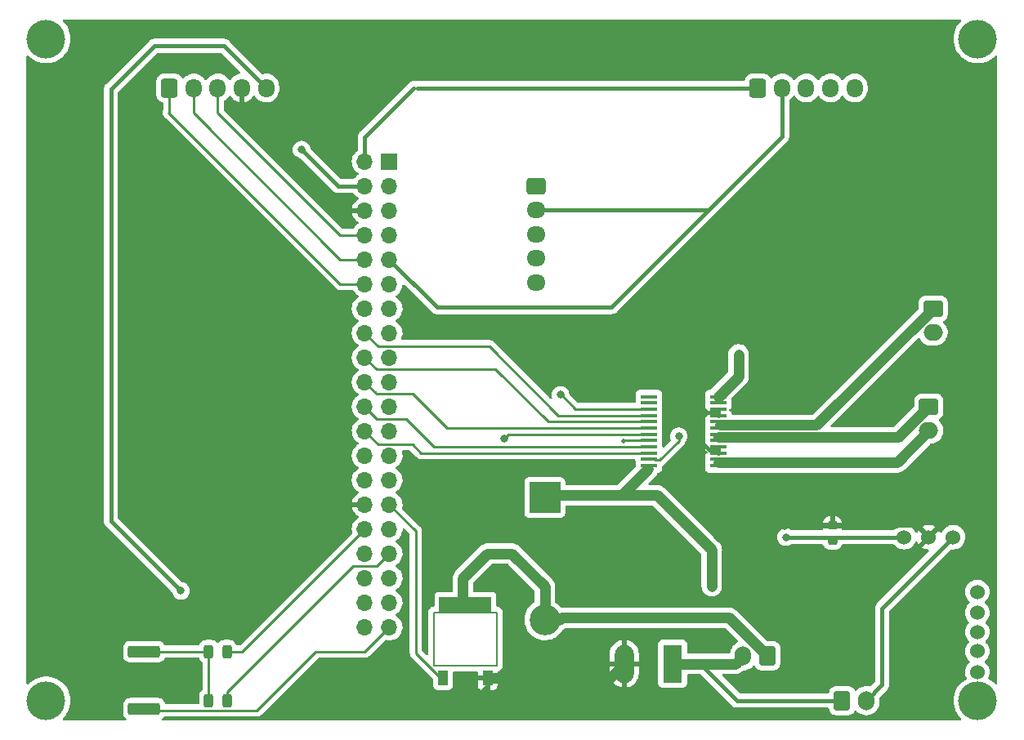
<source format=gtl>
%TF.GenerationSoftware,KiCad,Pcbnew,(6.0.6)*%
%TF.CreationDate,2022-07-05T22:30:02+09:00*%
%TF.ProjectId,arliss,61726c69-7373-42e6-9b69-6361645f7063,rev?*%
%TF.SameCoordinates,Original*%
%TF.FileFunction,Copper,L1,Top*%
%TF.FilePolarity,Positive*%
%FSLAX46Y46*%
G04 Gerber Fmt 4.6, Leading zero omitted, Abs format (unit mm)*
G04 Created by KiCad (PCBNEW (6.0.6)) date 2022-07-05 22:30:02*
%MOMM*%
%LPD*%
G01*
G04 APERTURE LIST*
G04 Aperture macros list*
%AMRoundRect*
0 Rectangle with rounded corners*
0 $1 Rounding radius*
0 $2 $3 $4 $5 $6 $7 $8 $9 X,Y pos of 4 corners*
0 Add a 4 corners polygon primitive as box body*
4,1,4,$2,$3,$4,$5,$6,$7,$8,$9,$2,$3,0*
0 Add four circle primitives for the rounded corners*
1,1,$1+$1,$2,$3*
1,1,$1+$1,$4,$5*
1,1,$1+$1,$6,$7*
1,1,$1+$1,$8,$9*
0 Add four rect primitives between the rounded corners*
20,1,$1+$1,$2,$3,$4,$5,0*
20,1,$1+$1,$4,$5,$6,$7,0*
20,1,$1+$1,$6,$7,$8,$9,0*
20,1,$1+$1,$8,$9,$2,$3,0*%
G04 Aperture macros list end*
%TA.AperFunction,EtchedComponent*%
%ADD10C,0.200000*%
%TD*%
%TA.AperFunction,ComponentPad*%
%ADD11C,4.000000*%
%TD*%
%TA.AperFunction,ComponentPad*%
%ADD12RoundRect,0.250000X-0.600000X-0.725000X0.600000X-0.725000X0.600000X0.725000X-0.600000X0.725000X0*%
%TD*%
%TA.AperFunction,ComponentPad*%
%ADD13O,1.700000X1.950000*%
%TD*%
%TA.AperFunction,ComponentPad*%
%ADD14R,1.700000X1.700000*%
%TD*%
%TA.AperFunction,ComponentPad*%
%ADD15O,1.700000X1.700000*%
%TD*%
%TA.AperFunction,SMDPad,CuDef*%
%ADD16RoundRect,0.243750X-0.243750X-0.456250X0.243750X-0.456250X0.243750X0.456250X-0.243750X0.456250X0*%
%TD*%
%TA.AperFunction,ComponentPad*%
%ADD17C,1.524000*%
%TD*%
%TA.AperFunction,SMDPad,CuDef*%
%ADD18R,1.000000X1.500000*%
%TD*%
%TA.AperFunction,SMDPad,CuDef*%
%ADD19R,5.400000X1.700000*%
%TD*%
%TA.AperFunction,ComponentPad*%
%ADD20R,3.200000X3.200000*%
%TD*%
%TA.AperFunction,ComponentPad*%
%ADD21O,3.200000X3.200000*%
%TD*%
%TA.AperFunction,ComponentPad*%
%ADD22RoundRect,0.250000X-0.750000X0.600000X-0.750000X-0.600000X0.750000X-0.600000X0.750000X0.600000X0*%
%TD*%
%TA.AperFunction,ComponentPad*%
%ADD23O,2.000000X1.700000*%
%TD*%
%TA.AperFunction,ComponentPad*%
%ADD24RoundRect,0.250000X-0.725000X0.600000X-0.725000X-0.600000X0.725000X-0.600000X0.725000X0.600000X0*%
%TD*%
%TA.AperFunction,ComponentPad*%
%ADD25O,1.950000X1.700000*%
%TD*%
%TA.AperFunction,ComponentPad*%
%ADD26RoundRect,0.250000X-0.600000X-0.750000X0.600000X-0.750000X0.600000X0.750000X-0.600000X0.750000X0*%
%TD*%
%TA.AperFunction,ComponentPad*%
%ADD27O,1.700000X2.000000*%
%TD*%
%TA.AperFunction,ComponentPad*%
%ADD28RoundRect,0.250000X0.600000X0.750000X-0.600000X0.750000X-0.600000X-0.750000X0.600000X-0.750000X0*%
%TD*%
%TA.AperFunction,SMDPad,CuDef*%
%ADD29RoundRect,0.250000X1.425000X-0.362500X1.425000X0.362500X-1.425000X0.362500X-1.425000X-0.362500X0*%
%TD*%
%TA.AperFunction,ComponentPad*%
%ADD30R,1.980000X3.960000*%
%TD*%
%TA.AperFunction,ComponentPad*%
%ADD31O,1.980000X3.960000*%
%TD*%
%TA.AperFunction,SMDPad,CuDef*%
%ADD32RoundRect,0.225000X-0.250000X0.225000X-0.250000X-0.225000X0.250000X-0.225000X0.250000X0.225000X0*%
%TD*%
%TA.AperFunction,SMDPad,CuDef*%
%ADD33R,1.750000X0.450000*%
%TD*%
%TA.AperFunction,ViaPad*%
%ADD34C,0.800000*%
%TD*%
%TA.AperFunction,ViaPad*%
%ADD35C,0.500000*%
%TD*%
%TA.AperFunction,Conductor*%
%ADD36C,0.450000*%
%TD*%
%TA.AperFunction,Conductor*%
%ADD37C,0.250000*%
%TD*%
%TA.AperFunction,Conductor*%
%ADD38C,1.100000*%
%TD*%
%TA.AperFunction,Conductor*%
%ADD39C,0.300000*%
%TD*%
G04 APERTURE END LIST*
D10*
%TO.C,MOSFET1*%
X125420000Y-118270000D02*
X118920000Y-118270000D01*
X118920000Y-118270000D02*
X118920000Y-112770000D01*
X118920000Y-112770000D02*
X125420000Y-112770000D01*
X125420000Y-112770000D02*
X125420000Y-118270000D01*
%TD*%
D11*
%TO.P,REF\u002A\u002A,1*%
%TO.N,N/C*%
X78740000Y-53340000D03*
%TD*%
D12*
%TO.P,GPS_MAXB1,1,Pin_1*%
%TO.N,Net-(GPS_MAXB1-Pad1)*%
X91520000Y-58412500D03*
D13*
%TO.P,GPS_MAXB1,2,Pin_2*%
%TO.N,Net-(GPS_MAXB1-Pad2)*%
X94020000Y-58412500D03*
%TO.P,GPS_MAXB1,3,Pin_3*%
%TO.N,Net-(GPS_MAXB1-Pad3)*%
X96520000Y-58412500D03*
%TO.P,GPS_MAXB1,4,Pin_4*%
%TO.N,Raspi_GND*%
X99020000Y-58412500D03*
%TO.P,GPS_MAXB1,5,Pin_5*%
%TO.N,/ToMotor*%
X101520000Y-58412500D03*
%TD*%
D14*
%TO.P,J1,1,3V3*%
%TO.N,unconnected-(J1-Pad1)*%
X114300000Y-66040000D03*
D15*
%TO.P,J1,2,5V*%
%TO.N,Net-(9axis1-Pad1)*%
X111760000Y-66040000D03*
%TO.P,J1,3,SDA/GPIO2*%
%TO.N,Net-(9axis1-Pad3)*%
X114300000Y-68580000D03*
%TO.P,J1,4,5V*%
%TO.N,RasPi_Vcc*%
X111760000Y-68580000D03*
%TO.P,J1,5,SCL/GPIO3*%
%TO.N,Net-(9axis1-Pad4)*%
X114300000Y-71120000D03*
%TO.P,J1,6,GND*%
%TO.N,Raspi_GND*%
X111760000Y-71120000D03*
%TO.P,J1,7,GCLK0/GPIO4*%
%TO.N,unconnected-(J1-Pad7)*%
X114300000Y-73660000D03*
%TO.P,J1,8,GPIO14/TXD*%
%TO.N,Net-(GPS_MAXB1-Pad3)*%
X111760000Y-73660000D03*
%TO.P,J1,9,GND*%
%TO.N,/GND_9*%
X114300000Y-76200000D03*
%TO.P,J1,10,GPIO15/RXD*%
%TO.N,Net-(GPS_MAXB1-Pad2)*%
X111760000Y-76200000D03*
%TO.P,J1,11,GPIO17*%
%TO.N,unconnected-(J1-Pad11)*%
X114300000Y-78740000D03*
%TO.P,J1,12,GPIO18/PWM0*%
%TO.N,Net-(GPS_MAXB1-Pad1)*%
X111760000Y-78740000D03*
%TO.P,J1,13,GPIO27*%
%TO.N,Net-(J1-Pad13)*%
X114300000Y-81280000D03*
%TO.P,J1,14,GND*%
%TO.N,unconnected-(J1-Pad14)*%
X111760000Y-81280000D03*
%TO.P,J1,15,GPIO22*%
%TO.N,Net-(J1-Pad15)*%
X114300000Y-83820000D03*
%TO.P,J1,16,GPIO23*%
%TO.N,Net-(J1-Pad18)*%
X111760000Y-83820000D03*
%TO.P,J1,17,3V3*%
%TO.N,/33Vcc*%
X114300000Y-86360000D03*
%TO.P,J1,18,GPIO24*%
%TO.N,Net-(J1-Pad16)*%
X111760000Y-86360000D03*
%TO.P,J1,19,MOSI0/GPIO10*%
%TO.N,unconnected-(J1-Pad19)*%
X114300000Y-88900000D03*
%TO.P,J1,20,GND*%
%TO.N,/GND_20*%
X111760000Y-88900000D03*
%TO.P,J1,21,MISO0/GPIO9*%
%TO.N,unconnected-(J1-Pad21)*%
X114300000Y-91440000D03*
%TO.P,J1,22,GPIO25*%
%TO.N,Net-(J1-Pad24)*%
X111760000Y-91440000D03*
%TO.P,J1,23,SCLK0/GPIO11*%
%TO.N,unconnected-(J1-Pad23)*%
X114300000Y-93980000D03*
%TO.P,J1,24,~{CE0}/GPIO8*%
%TO.N,Net-(J1-Pad22)*%
X111760000Y-93980000D03*
%TO.P,J1,25,GND*%
%TO.N,unconnected-(J1-Pad25)*%
X114300000Y-96520000D03*
%TO.P,J1,26,~{CE1}/GPIO7*%
%TO.N,unconnected-(J1-Pad26)*%
X111760000Y-96520000D03*
%TO.P,J1,27,ID_SD/GPIO0*%
%TO.N,unconnected-(J1-Pad27)*%
X114300000Y-99060000D03*
%TO.P,J1,28,ID_SC/GPIO1*%
%TO.N,unconnected-(J1-Pad28)*%
X111760000Y-99060000D03*
%TO.P,J1,29,GCLK1/GPIO5*%
%TO.N,Net-(J1-Pad29)*%
X114300000Y-101600000D03*
%TO.P,J1,30,GND*%
%TO.N,Raspi_GND*%
X111760000Y-101600000D03*
%TO.P,J1,31,GCLK2/GPIO6*%
%TO.N,unconnected-(J1-Pad31)*%
X114300000Y-104140000D03*
%TO.P,J1,32,PWM0/GPIO12*%
%TO.N,Net-(J1-Pad32)*%
X111760000Y-104140000D03*
%TO.P,J1,33,PWM1/GPIO13*%
%TO.N,Net-(J1-Pad33)*%
X114300000Y-106680000D03*
%TO.P,J1,34,GND*%
%TO.N,unconnected-(J1-Pad34)*%
X111760000Y-106680000D03*
%TO.P,J1,35,GPIO19/MISO1*%
%TO.N,unconnected-(J1-Pad35)*%
X114300000Y-109220000D03*
%TO.P,J1,36,GPIO16*%
%TO.N,unconnected-(J1-Pad36)*%
X111760000Y-109220000D03*
%TO.P,J1,37,GPIO26*%
%TO.N,unconnected-(J1-Pad37)*%
X114300000Y-111760000D03*
%TO.P,J1,38,GPIO20/MOSI1*%
%TO.N,unconnected-(J1-Pad38)*%
X111760000Y-111760000D03*
%TO.P,J1,39,GND*%
%TO.N,/GND_39*%
X114300000Y-114300000D03*
%TO.P,J1,40,GPIO21/SCLK1*%
%TO.N,unconnected-(J1-Pad40)*%
X111760000Y-114300000D03*
%TD*%
D16*
%TO.P,LED2,1*%
%TO.N,Net-(LED1-Pad1)*%
X95582500Y-116840000D03*
%TO.P,LED2,2*%
%TO.N,Net-(J1-Pad32)*%
X97457500Y-116840000D03*
%TD*%
D17*
%TO.P,3V3Regu1,1,+VIN*%
%TO.N,Net-(3V3Regu1-Pad1)*%
X172700000Y-104975000D03*
%TO.P,3V3Regu1,2,GND*%
%TO.N,Raspi_GND*%
X170160000Y-104975000D03*
%TO.P,3V3Regu1,3,+VOUT*%
%TO.N,RasPi_Vcc*%
X167620000Y-104975000D03*
%TD*%
D18*
%TO.P,MOSFET1,1*%
%TO.N,Net-(J1-Pad29)*%
X119870000Y-119570000D03*
D19*
%TO.P,MOSFET1,2*%
%TO.N,Net-(MOSFET1-Pad2)*%
X122170000Y-112020000D03*
D18*
%TO.P,MOSFET1,3*%
%TO.N,Raspi_GND*%
X124470000Y-119570000D03*
%TD*%
D20*
%TO.P,stranger1,1,K*%
%TO.N,/ToMotor*%
X130400000Y-100850000D03*
D21*
%TO.P,stranger1,2,A*%
%TO.N,Net-(MOSFET1-Pad2)*%
X130400000Y-113550000D03*
%TD*%
D16*
%TO.P,LED1,1*%
%TO.N,Net-(LED1-Pad1)*%
X95582500Y-121920000D03*
%TO.P,LED1,2*%
%TO.N,Net-(J1-Pad33)*%
X97457500Y-121920000D03*
%TD*%
D22*
%TO.P,Motor_2,1,Pin_1*%
%TO.N,Net-(Motor_2-Pad1)*%
X170180000Y-91440000D03*
D23*
%TO.P,Motor_2,2,Pin_2*%
%TO.N,Net-(Motor_2-Pad2)*%
X170180000Y-93940000D03*
%TD*%
D17*
%TO.P,S1,18*%
%TO.N,Net-(3V3Regu1-Pad1)*%
X175200000Y-114800000D03*
%TO.P,S1,20*%
%TO.N,N/C*%
X175200000Y-116800000D03*
%TO.P,S1,21*%
X175200000Y-118950000D03*
%TO.P,S1,22*%
%TO.N,/ToMotor*%
X175200000Y-112800000D03*
%TO.P,S1,23*%
%TO.N,N/C*%
X175200000Y-110650000D03*
%TD*%
D22*
%TO.P,Motor_1,1,Pin_1*%
%TO.N,Net-(Motor_1-Pad1)*%
X170630000Y-81280000D03*
D23*
%TO.P,Motor_1,2,Pin_2*%
%TO.N,Net-(Motor_1-Pad2)*%
X170630000Y-83780000D03*
%TD*%
D24*
%TO.P,Balom1,1,Pin_1*%
%TO.N,Net-(9axis1-Pad5)*%
X129540000Y-68580000D03*
D25*
%TO.P,Balom1,2,Pin_2*%
%TO.N,/GND_9*%
X129540000Y-71080000D03*
%TO.P,Balom1,3,Pin_3*%
%TO.N,Net-(9axis1-Pad3)*%
X129540000Y-73580000D03*
%TO.P,Balom1,4,Pin_4*%
%TO.N,Net-(9axis1-Pad4)*%
X129540000Y-76080000D03*
%TO.P,Balom1,5,Pin_5*%
%TO.N,unconnected-(Balom1-Pad5)*%
X129540000Y-78580000D03*
%TD*%
D26*
%TO.P,release_detect1,1,Pin_1*%
%TO.N,/ToMotor*%
X161200000Y-121920000D03*
D27*
%TO.P,release_detect1,2,Pin_2*%
%TO.N,Net-(3V3Regu1-Pad1)*%
X163700000Y-121920000D03*
%TD*%
D28*
%TO.P,NiCr_Wire1,1,Pin_1*%
%TO.N,Net-(MOSFET1-Pad2)*%
X153450000Y-117267500D03*
D27*
%TO.P,NiCr_Wire1,2,Pin_2*%
%TO.N,/ToMotor*%
X150950000Y-117267500D03*
%TD*%
D12*
%TO.P,9axis1,1,Pin_1*%
%TO.N,Net-(9axis1-Pad1)*%
X152480000Y-58412500D03*
D13*
%TO.P,9axis1,2,Pin_2*%
%TO.N,/GND_9*%
X154980000Y-58412500D03*
%TO.P,9axis1,3,Pin_3*%
%TO.N,Net-(9axis1-Pad3)*%
X157480000Y-58412500D03*
%TO.P,9axis1,4,Pin_4*%
%TO.N,Net-(9axis1-Pad4)*%
X159980000Y-58412500D03*
%TO.P,9axis1,5,Pin_5*%
%TO.N,Net-(9axis1-Pad5)*%
X162480000Y-58412500D03*
%TD*%
D29*
%TO.P,R1,1*%
%TO.N,/GND_39*%
X88900000Y-122765000D03*
%TO.P,R1,2*%
%TO.N,Net-(LED1-Pad1)*%
X88900000Y-116840000D03*
%TD*%
D11*
%TO.P,REF\u002A\u002A,1*%
%TO.N,N/C*%
X78740000Y-121920000D03*
%TD*%
%TO.P,REF\u002A\u002A,1*%
%TO.N,N/C*%
X175260000Y-53340000D03*
%TD*%
D30*
%TO.P,J2,1,Pin_1*%
%TO.N,/ToMotor*%
X143635000Y-118090000D03*
D31*
%TO.P,J2,2,Pin_2*%
%TO.N,Raspi_GND*%
X138635000Y-118090000D03*
%TD*%
D32*
%TO.P,3.3\u03BCF1,1*%
%TO.N,Raspi_GND*%
X160200000Y-103775000D03*
%TO.P,3.3\u03BCF1,2*%
%TO.N,RasPi_Vcc*%
X160200000Y-105325000D03*
%TD*%
D11*
%TO.P,REF\u002A\u002A,1*%
%TO.N,N/C*%
X175260000Y-121920000D03*
%TD*%
D33*
%TO.P,U1,1,AO1*%
%TO.N,Net-(Motor_2-Pad2)*%
X148380000Y-97555000D03*
%TO.P,U1,2,AO1*%
X148380000Y-96905000D03*
%TO.P,U1,3,PGND1*%
%TO.N,Raspi_GND*%
X148380000Y-96255000D03*
%TO.P,U1,4,PGND1*%
X148380000Y-95605000D03*
%TO.P,U1,5,AO2*%
%TO.N,Net-(Motor_2-Pad1)*%
X148380000Y-94955000D03*
%TO.P,U1,6,AO2*%
X148380000Y-94305000D03*
%TO.P,U1,7,BO2*%
%TO.N,Net-(Motor_1-Pad1)*%
X148380000Y-93655000D03*
%TO.P,U1,8,BO2*%
X148380000Y-93005000D03*
%TO.P,U1,9,PGND2*%
%TO.N,Raspi_GND*%
X148380000Y-92355000D03*
%TO.P,U1,10,PGND2*%
X148380000Y-91705000D03*
%TO.P,U1,11,BO1*%
%TO.N,Net-(Motor_1-Pad2)*%
X148380000Y-91055000D03*
%TO.P,U1,12,BO1*%
X148380000Y-90405000D03*
%TO.P,U1,13,VM2*%
%TO.N,N/C*%
X141180000Y-90405000D03*
%TO.P,U1,14,VM3*%
X141180000Y-91055000D03*
%TO.P,U1,15,PWMB*%
%TO.N,Net-(J1-Pad15)*%
X141180000Y-91705000D03*
%TO.P,U1,16,BIN2*%
%TO.N,Net-(J1-Pad18)*%
X141180000Y-92355000D03*
%TO.P,U1,17,BIN1*%
%TO.N,Net-(J1-Pad16)*%
X141180000Y-93005000D03*
%TO.P,U1,18,GND*%
%TO.N,/GND_20*%
X141180000Y-93655000D03*
%TO.P,U1,19,STBY*%
%TO.N,Net-(J1-Pad13)*%
X141180000Y-94305000D03*
%TO.P,U1,20,VCC*%
%TO.N,/33Vcc*%
X141180000Y-94955000D03*
%TO.P,U1,21,AIN1*%
%TO.N,Net-(J1-Pad24)*%
X141180000Y-95605000D03*
%TO.P,U1,22,AIN2*%
%TO.N,Net-(J1-Pad22)*%
X141180000Y-96255000D03*
%TO.P,U1,23,PWMA*%
%TO.N,Net-(J1-Pad15)*%
X141180000Y-96905000D03*
%TO.P,U1,24,VM1*%
%TO.N,/ToMotor*%
X141180000Y-97555000D03*
%TD*%
D34*
%TO.N,Net-(J1-Pad13)*%
X126190000Y-94740000D03*
%TO.N,Net-(J1-Pad15)*%
X132030000Y-90220000D03*
X144280000Y-94520000D03*
D35*
%TO.N,/33Vcc*%
X138600000Y-95030500D03*
D34*
%TO.N,/ToMotor*%
X92700000Y-110550000D03*
X147700000Y-110050000D03*
%TO.N,Net-(Motor_1-Pad2)*%
X150460000Y-86030000D03*
%TO.N,Raspi_GND*%
X122450000Y-122320000D03*
X100600000Y-62600000D03*
X155200000Y-103800000D03*
X153400000Y-108800000D03*
%TO.N,RasPi_Vcc*%
X155375000Y-104975000D03*
X105200000Y-64800000D03*
%TD*%
D36*
%TO.N,Net-(3V3Regu1-Pad1)*%
X165337500Y-120282500D02*
X165337500Y-112337500D01*
D37*
X172720000Y-104995000D02*
X172700000Y-104975000D01*
D36*
X163700000Y-121920000D02*
X165337500Y-120282500D01*
X172700000Y-104975000D02*
X165337500Y-112337500D01*
D37*
%TO.N,Net-(9axis1-Pad1)*%
X117220000Y-58420000D02*
X116840000Y-58420000D01*
D36*
X152472500Y-58420000D02*
X152480000Y-58412500D01*
X111760000Y-66040000D02*
X111760000Y-63500000D01*
X117220000Y-58420000D02*
X152472500Y-58420000D01*
X111760000Y-63500000D02*
X116840000Y-58420000D01*
%TO.N,/GND_9*%
X137320000Y-81120000D02*
X147520000Y-70920000D01*
X129540000Y-71080000D02*
X147360000Y-71080000D01*
X147360000Y-71080000D02*
X147520000Y-70920000D01*
D37*
X154980000Y-63460000D02*
X147320000Y-71120000D01*
X147320000Y-71120000D02*
X144780000Y-71120000D01*
X144740000Y-71080000D02*
X129540000Y-71080000D01*
X147320000Y-71120000D02*
X137320000Y-81120000D01*
D36*
X119220000Y-81120000D02*
X137320000Y-81120000D01*
X147520000Y-70920000D02*
X154980000Y-63460000D01*
D37*
X144780000Y-71120000D02*
X144740000Y-71080000D01*
D36*
X114300000Y-76200000D02*
X119220000Y-81120000D01*
X154980000Y-63460000D02*
X154980000Y-58412500D01*
D37*
%TO.N,Net-(GPS_MAXB1-Pad1)*%
X91440000Y-60960000D02*
X109220000Y-78740000D01*
X109220000Y-78740000D02*
X111760000Y-78740000D01*
X91520000Y-58412500D02*
X91520000Y-60880000D01*
X91520000Y-60880000D02*
X91440000Y-60960000D01*
%TO.N,Net-(GPS_MAXB1-Pad2)*%
X94020000Y-61000000D02*
X109220000Y-76200000D01*
X109220000Y-76200000D02*
X111760000Y-76200000D01*
X94020000Y-58412500D02*
X94020000Y-61000000D01*
%TO.N,Net-(GPS_MAXB1-Pad3)*%
X109220000Y-73660000D02*
X111760000Y-73660000D01*
X96520000Y-60960000D02*
X109220000Y-73660000D01*
X96520000Y-58412500D02*
X96520000Y-60960000D01*
%TO.N,Net-(J1-Pad13)*%
X126625000Y-94305000D02*
X126190000Y-94740000D01*
X141180000Y-94305000D02*
X126625000Y-94305000D01*
%TO.N,Net-(J1-Pad15)*%
X144280000Y-94520000D02*
X144280000Y-95050000D01*
X144280000Y-95050000D02*
X142325000Y-97005000D01*
X133585000Y-91705000D02*
X141180000Y-91705000D01*
X132100000Y-90220000D02*
X133585000Y-91705000D01*
X132030000Y-90220000D02*
X132100000Y-90220000D01*
X142325000Y-97005000D02*
X141760000Y-97005000D01*
%TO.N,Net-(J1-Pad16)*%
X112950000Y-87550000D02*
X111760000Y-86360000D01*
X130720000Y-93020000D02*
X130735000Y-93005000D01*
X125280000Y-87550000D02*
X112950000Y-87550000D01*
X130735000Y-93005000D02*
X125280000Y-87550000D01*
X130735000Y-93005000D02*
X141180000Y-93005000D01*
%TO.N,/33Vcc*%
X138600000Y-95030500D02*
X138675500Y-94955000D01*
X138675500Y-94955000D02*
X141180000Y-94955000D01*
%TO.N,Net-(J1-Pad18)*%
X131825000Y-92355000D02*
X124655000Y-85185000D01*
X124655000Y-85185000D02*
X113125000Y-85185000D01*
X141180000Y-92355000D02*
X131825000Y-92355000D01*
X113125000Y-85185000D02*
X111760000Y-83820000D01*
%TO.N,/GND_20*%
X141180000Y-93655000D02*
X120265000Y-93655000D01*
X120265000Y-93655000D02*
X116700000Y-90090000D01*
X112890000Y-90030000D02*
X111760000Y-88900000D01*
X112890000Y-90090000D02*
X112890000Y-90030000D01*
X116700000Y-90090000D02*
X112890000Y-90090000D01*
%TO.N,Net-(J1-Pad22)*%
X141180000Y-96255000D02*
X117595000Y-96255000D01*
X113120000Y-95340000D02*
X116680000Y-95340000D01*
X111760000Y-93980000D02*
X113120000Y-95340000D01*
X117595000Y-96255000D02*
X116680000Y-95340000D01*
%TO.N,Net-(J1-Pad24)*%
X116010000Y-92690000D02*
X118925000Y-95605000D01*
X118925000Y-95605000D02*
X141180000Y-95605000D01*
X116010000Y-92690000D02*
X113010000Y-92690000D01*
X113010000Y-92690000D02*
X111760000Y-91440000D01*
%TO.N,Net-(J1-Pad29)*%
X117050000Y-104350000D02*
X114300000Y-101600000D01*
X117050000Y-117001041D02*
X117050000Y-104350000D01*
X119618959Y-119570000D02*
X117050000Y-117001041D01*
X119870000Y-119570000D02*
X119618959Y-119570000D01*
%TO.N,Net-(J1-Pad32)*%
X111760000Y-104140000D02*
X99060000Y-116840000D01*
X99060000Y-116840000D02*
X97457500Y-116840000D01*
%TO.N,Net-(J1-Pad33)*%
X110494278Y-107954278D02*
X97457500Y-120991056D01*
X113025722Y-107954278D02*
X110494278Y-107954278D01*
X114300000Y-106680000D02*
X113025722Y-107954278D01*
X97457500Y-120991056D02*
X97457500Y-121920000D01*
%TO.N,/GND_39*%
X89080000Y-122945000D02*
X100575000Y-122945000D01*
X106680000Y-116840000D02*
X111760000Y-116840000D01*
X88900000Y-122765000D02*
X89080000Y-122945000D01*
X111760000Y-116840000D02*
X114300000Y-114300000D01*
X100575000Y-122945000D02*
X106680000Y-116840000D01*
D38*
%TO.N,/ToMotor*%
X130630000Y-100620000D02*
X130400000Y-100850000D01*
X138380000Y-100620000D02*
X130630000Y-100620000D01*
D37*
X85475000Y-103325000D02*
X85450000Y-103300000D01*
D36*
X85450000Y-103300000D02*
X85450000Y-58550000D01*
X85450000Y-58550000D02*
X89950000Y-54050000D01*
D37*
X146490000Y-118090000D02*
X146500000Y-118100000D01*
D38*
X143635000Y-118090000D02*
X150127500Y-118090000D01*
D36*
X89950000Y-54050000D02*
X97157500Y-54050000D01*
X92700000Y-110550000D02*
X85475000Y-103325000D01*
D38*
X138380000Y-100620000D02*
X141120500Y-97879500D01*
D37*
X143635000Y-118090000D02*
X146490000Y-118090000D01*
D38*
X138380000Y-100620000D02*
X142020000Y-100620000D01*
X147700000Y-106300000D02*
X147700000Y-110050000D01*
X150127500Y-118090000D02*
X150950000Y-117267500D01*
D36*
X97157500Y-54050000D02*
X101520000Y-58412500D01*
X150320000Y-121920000D02*
X161200000Y-121920000D01*
X146500000Y-118100000D02*
X150320000Y-121920000D01*
D38*
X142020000Y-100620000D02*
X147700000Y-106300000D01*
D37*
%TO.N,Net-(LED1-Pad1)*%
X95582500Y-116840000D02*
X88900000Y-116840000D01*
X95582500Y-121920000D02*
X95582500Y-116840000D01*
D38*
%TO.N,Net-(MOSFET1-Pad2)*%
X124460000Y-106680000D02*
X121920000Y-109220000D01*
X121920000Y-109220000D02*
X121920000Y-111760000D01*
X130400000Y-113550000D02*
X131910000Y-113550000D01*
D37*
X121920000Y-111760000D02*
X121920000Y-111770000D01*
D38*
X130400000Y-113550000D02*
X130400000Y-110080000D01*
X124460000Y-106680000D02*
X127000000Y-106680000D01*
X130400000Y-110080000D02*
X127000000Y-106680000D01*
X132140000Y-113320000D02*
X149502500Y-113320000D01*
X149502500Y-113320000D02*
X153450000Y-117267500D01*
X131910000Y-113550000D02*
X132140000Y-113320000D01*
D37*
X121920000Y-111770000D02*
X122170000Y-112020000D01*
D38*
%TO.N,Net-(Motor_1-Pad1)*%
X148510000Y-93330000D02*
X158580000Y-93330000D01*
X158580000Y-93330000D02*
X170630000Y-81280000D01*
%TO.N,Net-(Motor_1-Pad2)*%
X150460000Y-88325000D02*
X148380000Y-90405000D01*
X150460000Y-86030000D02*
X150460000Y-88325000D01*
D37*
%TO.N,Net-(Motor_2-Pad1)*%
X153325000Y-94305000D02*
X148380000Y-94305000D01*
D38*
X166990000Y-94630000D02*
X170180000Y-91440000D01*
X148380000Y-94630000D02*
X166990000Y-94630000D01*
D37*
X153330000Y-94310000D02*
X153325000Y-94305000D01*
D38*
%TO.N,Net-(Motor_2-Pad2)*%
X166890000Y-97230000D02*
X170180000Y-93940000D01*
X148380000Y-97230000D02*
X166890000Y-97230000D01*
D37*
X148380000Y-96905000D02*
X153035000Y-96905000D01*
X148380000Y-96905000D02*
X148380000Y-97555000D01*
X153035000Y-96905000D02*
X153165000Y-96905000D01*
%TO.N,Raspi_GND*%
X99020000Y-60920000D02*
X109220000Y-71120000D01*
D36*
X148380000Y-92355000D02*
X148380000Y-92020000D01*
X155200000Y-103800000D02*
X166800000Y-103800000D01*
D37*
X148380000Y-95980000D02*
X148380000Y-96255000D01*
D38*
X124470000Y-119570000D02*
X137155000Y-119570000D01*
D36*
X147180000Y-92020000D02*
X146400000Y-92800000D01*
D37*
X169200000Y-103800000D02*
X170160000Y-104760000D01*
X166800000Y-103800000D02*
X169200000Y-103800000D01*
D36*
X99020000Y-61020000D02*
X99020000Y-58412500D01*
X146400000Y-94925000D02*
X147455000Y-95980000D01*
X153400000Y-108800000D02*
X146400000Y-101800000D01*
X148380000Y-92020000D02*
X148380000Y-91705000D01*
X124470000Y-119570000D02*
X124470000Y-120300000D01*
X100600000Y-62600000D02*
X109120000Y-71120000D01*
X155200000Y-103800000D02*
X166318710Y-103800000D01*
X148380000Y-92020000D02*
X147180000Y-92020000D01*
X124470000Y-120300000D02*
X122450000Y-122320000D01*
D37*
X99020000Y-58412500D02*
X99020000Y-60920000D01*
D36*
X147455000Y-95980000D02*
X148380000Y-95980000D01*
X109120000Y-71120000D02*
X111760000Y-71120000D01*
X146400000Y-92800000D02*
X146400000Y-94600000D01*
D37*
X109220000Y-71120000D02*
X111760000Y-71120000D01*
D36*
X146400000Y-101800000D02*
X146400000Y-94600000D01*
X148380000Y-95605000D02*
X148380000Y-96255000D01*
D39*
X148380000Y-95605000D02*
X148380000Y-95980000D01*
D36*
X146400000Y-94600000D02*
X146400000Y-94925000D01*
X100600000Y-62600000D02*
X99020000Y-61020000D01*
D38*
X137155000Y-119570000D02*
X138635000Y-118090000D01*
D37*
X170160000Y-104760000D02*
X170160000Y-104975000D01*
D36*
%TO.N,RasPi_Vcc*%
X105200000Y-64800000D02*
X108980000Y-68580000D01*
X108980000Y-68580000D02*
X111760000Y-68580000D01*
D37*
X155200000Y-104800000D02*
X155375000Y-104975000D01*
D36*
X167620000Y-104975000D02*
X155375000Y-104975000D01*
%TD*%
%TA.AperFunction,Conductor*%
%TO.N,Raspi_GND*%
G36*
X173508742Y-51328502D02*
G01*
X173555235Y-51382158D01*
X173565339Y-51452432D01*
X173535845Y-51517012D01*
X173526874Y-51526350D01*
X173427767Y-51619418D01*
X173226568Y-51862625D01*
X173057438Y-52129131D01*
X173055754Y-52132710D01*
X173055750Y-52132717D01*
X172924733Y-52411144D01*
X172923044Y-52414734D01*
X172825505Y-52714928D01*
X172766359Y-53024980D01*
X172746540Y-53340000D01*
X172766359Y-53655020D01*
X172825505Y-53965072D01*
X172923044Y-54265266D01*
X172924731Y-54268852D01*
X172924733Y-54268856D01*
X173055750Y-54547283D01*
X173055754Y-54547290D01*
X173057438Y-54550869D01*
X173226568Y-54817375D01*
X173229093Y-54820427D01*
X173419024Y-55050013D01*
X173427767Y-55060582D01*
X173657860Y-55276654D01*
X173913221Y-55462184D01*
X174189821Y-55614247D01*
X174193490Y-55615700D01*
X174193495Y-55615702D01*
X174479628Y-55728990D01*
X174483298Y-55730443D01*
X174789025Y-55808940D01*
X175102179Y-55848500D01*
X175417821Y-55848500D01*
X175730975Y-55808940D01*
X176036702Y-55730443D01*
X176040372Y-55728990D01*
X176326505Y-55615702D01*
X176326510Y-55615700D01*
X176330179Y-55614247D01*
X176606779Y-55462184D01*
X176862140Y-55276654D01*
X176865027Y-55273943D01*
X177079247Y-55072777D01*
X177142597Y-55040726D01*
X177213219Y-55048013D01*
X177268690Y-55092324D01*
X177291500Y-55164627D01*
X177291500Y-120095373D01*
X177271498Y-120163494D01*
X177217842Y-120209987D01*
X177147568Y-120220091D01*
X177079247Y-120187223D01*
X176865027Y-119986057D01*
X176865026Y-119986056D01*
X176862140Y-119983346D01*
X176606779Y-119797816D01*
X176601030Y-119794655D01*
X176391499Y-119679464D01*
X176341440Y-119629119D01*
X176326547Y-119559702D01*
X176338005Y-119515800D01*
X176396117Y-119391178D01*
X176396118Y-119391177D01*
X176398440Y-119386196D01*
X176403683Y-119366631D01*
X176428369Y-119274500D01*
X176455978Y-119171463D01*
X176475353Y-118950000D01*
X176455978Y-118728537D01*
X176398440Y-118513804D01*
X176388202Y-118491848D01*
X176306814Y-118317311D01*
X176306811Y-118317306D01*
X176304488Y-118312324D01*
X176301331Y-118307815D01*
X176180136Y-118134730D01*
X176180134Y-118134727D01*
X176176977Y-118130219D01*
X176019781Y-117973023D01*
X176016900Y-117971006D01*
X175977918Y-117912407D01*
X175976794Y-117841419D01*
X176016921Y-117778979D01*
X176019781Y-117776977D01*
X176176977Y-117619781D01*
X176183425Y-117610573D01*
X176301331Y-117442185D01*
X176301332Y-117442183D01*
X176304488Y-117437676D01*
X176306811Y-117432694D01*
X176306814Y-117432689D01*
X176396117Y-117241178D01*
X176396118Y-117241177D01*
X176398440Y-117236196D01*
X176407884Y-117200953D01*
X176434685Y-117100930D01*
X176455978Y-117021463D01*
X176475353Y-116800000D01*
X176455978Y-116578537D01*
X176412797Y-116417384D01*
X176399863Y-116369114D01*
X176399862Y-116369112D01*
X176398440Y-116363804D01*
X176395171Y-116356793D01*
X176306814Y-116167311D01*
X176306811Y-116167306D01*
X176304488Y-116162324D01*
X176283845Y-116132842D01*
X176180136Y-115984730D01*
X176180134Y-115984727D01*
X176176977Y-115980219D01*
X176085853Y-115889095D01*
X176051827Y-115826783D01*
X176056892Y-115755968D01*
X176085853Y-115710905D01*
X176176977Y-115619781D01*
X176181601Y-115613178D01*
X176301331Y-115442185D01*
X176301332Y-115442183D01*
X176304488Y-115437676D01*
X176306811Y-115432694D01*
X176306814Y-115432689D01*
X176396117Y-115241178D01*
X176396118Y-115241177D01*
X176398440Y-115236196D01*
X176455978Y-115021463D01*
X176475353Y-114800000D01*
X176455978Y-114578537D01*
X176398440Y-114363804D01*
X176367124Y-114296646D01*
X176306814Y-114167311D01*
X176306811Y-114167306D01*
X176304488Y-114162324D01*
X176261584Y-114101050D01*
X176180136Y-113984730D01*
X176180134Y-113984727D01*
X176176977Y-113980219D01*
X176085853Y-113889095D01*
X176051827Y-113826783D01*
X176056892Y-113755968D01*
X176085853Y-113710905D01*
X176176977Y-113619781D01*
X176191096Y-113599618D01*
X176301331Y-113442185D01*
X176301332Y-113442183D01*
X176304488Y-113437676D01*
X176306811Y-113432694D01*
X176306814Y-113432689D01*
X176396117Y-113241178D01*
X176396118Y-113241177D01*
X176398440Y-113236196D01*
X176455978Y-113021463D01*
X176475353Y-112800000D01*
X176455978Y-112578537D01*
X176416935Y-112432828D01*
X176399863Y-112369114D01*
X176399862Y-112369112D01*
X176398440Y-112363804D01*
X176391221Y-112348323D01*
X176306814Y-112167311D01*
X176306811Y-112167306D01*
X176304488Y-112162324D01*
X176299290Y-112154900D01*
X176180136Y-111984730D01*
X176180134Y-111984727D01*
X176176977Y-111980219D01*
X176019781Y-111823023D01*
X176016900Y-111821006D01*
X175977918Y-111762407D01*
X175976794Y-111691419D01*
X176016921Y-111628979D01*
X176019781Y-111626977D01*
X176176977Y-111469781D01*
X176212679Y-111418794D01*
X176301331Y-111292185D01*
X176301332Y-111292183D01*
X176304488Y-111287676D01*
X176306811Y-111282694D01*
X176306814Y-111282689D01*
X176396117Y-111091178D01*
X176396118Y-111091177D01*
X176398440Y-111086196D01*
X176407527Y-111052285D01*
X176439030Y-110934714D01*
X176455978Y-110871463D01*
X176475353Y-110650000D01*
X176455978Y-110428537D01*
X176398440Y-110213804D01*
X176389176Y-110193938D01*
X176306814Y-110017311D01*
X176306811Y-110017306D01*
X176304488Y-110012324D01*
X176283835Y-109982828D01*
X176180136Y-109834730D01*
X176180134Y-109834727D01*
X176176977Y-109830219D01*
X176019781Y-109673023D01*
X176015273Y-109669866D01*
X176015270Y-109669864D01*
X175897396Y-109587328D01*
X175837677Y-109545512D01*
X175832695Y-109543189D01*
X175832690Y-109543186D01*
X175641178Y-109453883D01*
X175641177Y-109453882D01*
X175636196Y-109451560D01*
X175630888Y-109450138D01*
X175630886Y-109450137D01*
X175502567Y-109415754D01*
X175421463Y-109394022D01*
X175200000Y-109374647D01*
X174978537Y-109394022D01*
X174897433Y-109415754D01*
X174769114Y-109450137D01*
X174769112Y-109450138D01*
X174763804Y-109451560D01*
X174758823Y-109453882D01*
X174758822Y-109453883D01*
X174567311Y-109543186D01*
X174567306Y-109543189D01*
X174562324Y-109545512D01*
X174557817Y-109548668D01*
X174557815Y-109548669D01*
X174384730Y-109669864D01*
X174384727Y-109669866D01*
X174380219Y-109673023D01*
X174223023Y-109830219D01*
X174219866Y-109834727D01*
X174219864Y-109834730D01*
X174116165Y-109982828D01*
X174095512Y-110012324D01*
X174093189Y-110017306D01*
X174093186Y-110017311D01*
X174010824Y-110193938D01*
X174001560Y-110213804D01*
X173944022Y-110428537D01*
X173924647Y-110650000D01*
X173944022Y-110871463D01*
X173960970Y-110934714D01*
X173992474Y-111052285D01*
X174001560Y-111086196D01*
X174003882Y-111091177D01*
X174003883Y-111091178D01*
X174093186Y-111282689D01*
X174093189Y-111282694D01*
X174095512Y-111287676D01*
X174098668Y-111292183D01*
X174098669Y-111292185D01*
X174187322Y-111418794D01*
X174223023Y-111469781D01*
X174380219Y-111626977D01*
X174383100Y-111628994D01*
X174422082Y-111687593D01*
X174423206Y-111758581D01*
X174383079Y-111821021D01*
X174380219Y-111823023D01*
X174223023Y-111980219D01*
X174219866Y-111984727D01*
X174219864Y-111984730D01*
X174100710Y-112154900D01*
X174095512Y-112162324D01*
X174093189Y-112167306D01*
X174093186Y-112167311D01*
X174008779Y-112348323D01*
X174001560Y-112363804D01*
X174000138Y-112369112D01*
X174000137Y-112369114D01*
X173983065Y-112432828D01*
X173944022Y-112578537D01*
X173924647Y-112800000D01*
X173944022Y-113021463D01*
X174001560Y-113236196D01*
X174003882Y-113241177D01*
X174003883Y-113241178D01*
X174093186Y-113432689D01*
X174093189Y-113432694D01*
X174095512Y-113437676D01*
X174098668Y-113442183D01*
X174098669Y-113442185D01*
X174208905Y-113599618D01*
X174223023Y-113619781D01*
X174314147Y-113710905D01*
X174348173Y-113773217D01*
X174343108Y-113844032D01*
X174314147Y-113889095D01*
X174223023Y-113980219D01*
X174219866Y-113984727D01*
X174219864Y-113984730D01*
X174138416Y-114101050D01*
X174095512Y-114162324D01*
X174093189Y-114167306D01*
X174093186Y-114167311D01*
X174032876Y-114296646D01*
X174001560Y-114363804D01*
X173944022Y-114578537D01*
X173924647Y-114800000D01*
X173944022Y-115021463D01*
X174001560Y-115236196D01*
X174003882Y-115241177D01*
X174003883Y-115241178D01*
X174093186Y-115432689D01*
X174093189Y-115432694D01*
X174095512Y-115437676D01*
X174098668Y-115442183D01*
X174098669Y-115442185D01*
X174218400Y-115613178D01*
X174223023Y-115619781D01*
X174314147Y-115710905D01*
X174348173Y-115773217D01*
X174343108Y-115844032D01*
X174314147Y-115889095D01*
X174223023Y-115980219D01*
X174219866Y-115984727D01*
X174219864Y-115984730D01*
X174116155Y-116132842D01*
X174095512Y-116162324D01*
X174093189Y-116167306D01*
X174093186Y-116167311D01*
X174004829Y-116356793D01*
X174001560Y-116363804D01*
X174000138Y-116369112D01*
X174000137Y-116369114D01*
X173987203Y-116417384D01*
X173944022Y-116578537D01*
X173924647Y-116800000D01*
X173944022Y-117021463D01*
X173965315Y-117100930D01*
X173992117Y-117200953D01*
X174001560Y-117236196D01*
X174003882Y-117241177D01*
X174003883Y-117241178D01*
X174093186Y-117432689D01*
X174093189Y-117432694D01*
X174095512Y-117437676D01*
X174098668Y-117442183D01*
X174098669Y-117442185D01*
X174216576Y-117610573D01*
X174223023Y-117619781D01*
X174380219Y-117776977D01*
X174383100Y-117778994D01*
X174422082Y-117837593D01*
X174423206Y-117908581D01*
X174383079Y-117971021D01*
X174380219Y-117973023D01*
X174223023Y-118130219D01*
X174219866Y-118134727D01*
X174219864Y-118134730D01*
X174098669Y-118307815D01*
X174095512Y-118312324D01*
X174093189Y-118317306D01*
X174093186Y-118317311D01*
X174011798Y-118491848D01*
X174001560Y-118513804D01*
X173944022Y-118728537D01*
X173924647Y-118950000D01*
X173944022Y-119171463D01*
X173971631Y-119274500D01*
X173996318Y-119366631D01*
X174001560Y-119386196D01*
X174003882Y-119391177D01*
X174003883Y-119391178D01*
X174086481Y-119568309D01*
X174097142Y-119638501D01*
X174068162Y-119703313D01*
X174032987Y-119731974D01*
X173918971Y-119794655D01*
X173913221Y-119797816D01*
X173910018Y-119800143D01*
X173910012Y-119800147D01*
X173873223Y-119826876D01*
X173657860Y-119983346D01*
X173514326Y-120118134D01*
X173448109Y-120180316D01*
X173427767Y-120199418D01*
X173425243Y-120202469D01*
X173425242Y-120202470D01*
X173410665Y-120220091D01*
X173226568Y-120442625D01*
X173116709Y-120615735D01*
X173061375Y-120702928D01*
X173057438Y-120709131D01*
X173055754Y-120712710D01*
X173055750Y-120712717D01*
X172924733Y-120991144D01*
X172923044Y-120994734D01*
X172921818Y-120998506D01*
X172921818Y-120998507D01*
X172918535Y-121008611D01*
X172825505Y-121294928D01*
X172766359Y-121604980D01*
X172746540Y-121920000D01*
X172766359Y-122235020D01*
X172825505Y-122545072D01*
X172923044Y-122845266D01*
X172924731Y-122848852D01*
X172924733Y-122848856D01*
X173055750Y-123127283D01*
X173055754Y-123127290D01*
X173057438Y-123130869D01*
X173059562Y-123134215D01*
X173059562Y-123134216D01*
X173062040Y-123138120D01*
X173226568Y-123397375D01*
X173288343Y-123472048D01*
X173376871Y-123579059D01*
X173427767Y-123640582D01*
X173430657Y-123643296D01*
X173430658Y-123643297D01*
X173526874Y-123733650D01*
X173562840Y-123794863D01*
X173560001Y-123865803D01*
X173519261Y-123923947D01*
X173453553Y-123950835D01*
X173440621Y-123951500D01*
X90875268Y-123951500D01*
X90807147Y-123931498D01*
X90760654Y-123877842D01*
X90750550Y-123807568D01*
X90780044Y-123742988D01*
X90795011Y-123728662D01*
X90799348Y-123725978D01*
X90881885Y-123643297D01*
X90909652Y-123615482D01*
X90971935Y-123581403D01*
X90998825Y-123578500D01*
X100496233Y-123578500D01*
X100507416Y-123579027D01*
X100514909Y-123580702D01*
X100522835Y-123580453D01*
X100522836Y-123580453D01*
X100582986Y-123578562D01*
X100586945Y-123578500D01*
X100614856Y-123578500D01*
X100618791Y-123578003D01*
X100618856Y-123577995D01*
X100630693Y-123577062D01*
X100662951Y-123576048D01*
X100666970Y-123575922D01*
X100674889Y-123575673D01*
X100694343Y-123570021D01*
X100713700Y-123566013D01*
X100725930Y-123564468D01*
X100725931Y-123564468D01*
X100733797Y-123563474D01*
X100741168Y-123560555D01*
X100741170Y-123560555D01*
X100774912Y-123547196D01*
X100786142Y-123543351D01*
X100820983Y-123533229D01*
X100820984Y-123533229D01*
X100828593Y-123531018D01*
X100835412Y-123526985D01*
X100835417Y-123526983D01*
X100846028Y-123520707D01*
X100863776Y-123512012D01*
X100882617Y-123504552D01*
X100918387Y-123478564D01*
X100928307Y-123472048D01*
X100959535Y-123453580D01*
X100959538Y-123453578D01*
X100966362Y-123449542D01*
X100980683Y-123435221D01*
X100995717Y-123422380D01*
X101002398Y-123417526D01*
X101012107Y-123410472D01*
X101040298Y-123376395D01*
X101048288Y-123367616D01*
X106905500Y-117510405D01*
X106967812Y-117476379D01*
X106994595Y-117473500D01*
X111681233Y-117473500D01*
X111692416Y-117474027D01*
X111699909Y-117475702D01*
X111707835Y-117475453D01*
X111707836Y-117475453D01*
X111767986Y-117473562D01*
X111771945Y-117473500D01*
X111799856Y-117473500D01*
X111803791Y-117473003D01*
X111803856Y-117472995D01*
X111815693Y-117472062D01*
X111847951Y-117471048D01*
X111851970Y-117470922D01*
X111859889Y-117470673D01*
X111879343Y-117465021D01*
X111898700Y-117461013D01*
X111910930Y-117459468D01*
X111910931Y-117459468D01*
X111918797Y-117458474D01*
X111926168Y-117455555D01*
X111926170Y-117455555D01*
X111959912Y-117442196D01*
X111971142Y-117438351D01*
X112005983Y-117428229D01*
X112005984Y-117428229D01*
X112013593Y-117426018D01*
X112020412Y-117421985D01*
X112020417Y-117421983D01*
X112031028Y-117415707D01*
X112048776Y-117407012D01*
X112067617Y-117399552D01*
X112103387Y-117373564D01*
X112113307Y-117367048D01*
X112144535Y-117348580D01*
X112144538Y-117348578D01*
X112151362Y-117344542D01*
X112165683Y-117330221D01*
X112180717Y-117317380D01*
X112197107Y-117305472D01*
X112225298Y-117271395D01*
X112233288Y-117262616D01*
X113844549Y-115651355D01*
X113906861Y-115617329D01*
X113958762Y-115616979D01*
X114138597Y-115653567D01*
X114143772Y-115653757D01*
X114143774Y-115653757D01*
X114356673Y-115661564D01*
X114356677Y-115661564D01*
X114361837Y-115661753D01*
X114366957Y-115661097D01*
X114366959Y-115661097D01*
X114578288Y-115634025D01*
X114578289Y-115634025D01*
X114583416Y-115633368D01*
X114588366Y-115631883D01*
X114792429Y-115570661D01*
X114792434Y-115570659D01*
X114797384Y-115569174D01*
X114997994Y-115470896D01*
X115179860Y-115341173D01*
X115225869Y-115295325D01*
X115334435Y-115187137D01*
X115338096Y-115183489D01*
X115397594Y-115100689D01*
X115465435Y-115006277D01*
X115468453Y-115002077D01*
X115513627Y-114910675D01*
X115565136Y-114806453D01*
X115565137Y-114806451D01*
X115567430Y-114801811D01*
X115632370Y-114588069D01*
X115661529Y-114366590D01*
X115663156Y-114300000D01*
X115644852Y-114077361D01*
X115590431Y-113860702D01*
X115501354Y-113655840D01*
X115380014Y-113468277D01*
X115229670Y-113303051D01*
X115225619Y-113299852D01*
X115225615Y-113299848D01*
X115058414Y-113167800D01*
X115058410Y-113167798D01*
X115054359Y-113164598D01*
X115013053Y-113141796D01*
X114963084Y-113091364D01*
X114948312Y-113021921D01*
X114973428Y-112955516D01*
X115000780Y-112928909D01*
X115044603Y-112897650D01*
X115179860Y-112801173D01*
X115186532Y-112794525D01*
X115334435Y-112647137D01*
X115338096Y-112643489D01*
X115356995Y-112617189D01*
X115465435Y-112466277D01*
X115468453Y-112462077D01*
X115476224Y-112446355D01*
X115565136Y-112266453D01*
X115565137Y-112266451D01*
X115567430Y-112261811D01*
X115632370Y-112048069D01*
X115661529Y-111826590D01*
X115661653Y-111821518D01*
X115663074Y-111763365D01*
X115663074Y-111763361D01*
X115663156Y-111760000D01*
X115644852Y-111537361D01*
X115590431Y-111320702D01*
X115501354Y-111115840D01*
X115387599Y-110940001D01*
X115382822Y-110932617D01*
X115382820Y-110932614D01*
X115380014Y-110928277D01*
X115229670Y-110763051D01*
X115225619Y-110759852D01*
X115225615Y-110759848D01*
X115058414Y-110627800D01*
X115058410Y-110627798D01*
X115054359Y-110624598D01*
X115013053Y-110601796D01*
X114963084Y-110551364D01*
X114948312Y-110481921D01*
X114973428Y-110415516D01*
X115000780Y-110388909D01*
X115050009Y-110353794D01*
X115179860Y-110261173D01*
X115190605Y-110250466D01*
X115328464Y-110113087D01*
X115338096Y-110103489D01*
X115397594Y-110020689D01*
X115465435Y-109926277D01*
X115468453Y-109922077D01*
X115489320Y-109879857D01*
X115565136Y-109726453D01*
X115565137Y-109726451D01*
X115567430Y-109721811D01*
X115632370Y-109508069D01*
X115661529Y-109286590D01*
X115662069Y-109264488D01*
X115663074Y-109223365D01*
X115663074Y-109223361D01*
X115663156Y-109220000D01*
X115644852Y-108997361D01*
X115590431Y-108780702D01*
X115501354Y-108575840D01*
X115407454Y-108430692D01*
X115382822Y-108392617D01*
X115382820Y-108392614D01*
X115380014Y-108388277D01*
X115229670Y-108223051D01*
X115225619Y-108219852D01*
X115225615Y-108219848D01*
X115058414Y-108087800D01*
X115058410Y-108087798D01*
X115054359Y-108084598D01*
X115013053Y-108061796D01*
X114963084Y-108011364D01*
X114948312Y-107941921D01*
X114973428Y-107875516D01*
X115000780Y-107848909D01*
X115127526Y-107758502D01*
X115179860Y-107721173D01*
X115338096Y-107563489D01*
X115468453Y-107382077D01*
X115482198Y-107354267D01*
X115565136Y-107186453D01*
X115565137Y-107186451D01*
X115567430Y-107181811D01*
X115632370Y-106968069D01*
X115661529Y-106746590D01*
X115663156Y-106680000D01*
X115644852Y-106457361D01*
X115590431Y-106240702D01*
X115501354Y-106035840D01*
X115447101Y-105951977D01*
X115382822Y-105852617D01*
X115382820Y-105852614D01*
X115380014Y-105848277D01*
X115229670Y-105683051D01*
X115225619Y-105679852D01*
X115225615Y-105679848D01*
X115058414Y-105547800D01*
X115058410Y-105547798D01*
X115054359Y-105544598D01*
X115013053Y-105521796D01*
X114963084Y-105471364D01*
X114948312Y-105401921D01*
X114973428Y-105335516D01*
X115000780Y-105308909D01*
X115044603Y-105277650D01*
X115179860Y-105181173D01*
X115338096Y-105023489D01*
X115363733Y-104987812D01*
X115465435Y-104846277D01*
X115468453Y-104842077D01*
X115489320Y-104799857D01*
X115565136Y-104646453D01*
X115565137Y-104646451D01*
X115567430Y-104641811D01*
X115626325Y-104447965D01*
X115630865Y-104433023D01*
X115630865Y-104433021D01*
X115632370Y-104428069D01*
X115661529Y-104206590D01*
X115662085Y-104183832D01*
X115662676Y-104159654D01*
X115684336Y-104092042D01*
X115739111Y-104046874D01*
X115809611Y-104038490D01*
X115877733Y-104073637D01*
X116379595Y-104575499D01*
X116413621Y-104637811D01*
X116416500Y-104664594D01*
X116416500Y-116922274D01*
X116415973Y-116933457D01*
X116414298Y-116940950D01*
X116414547Y-116948876D01*
X116414547Y-116948877D01*
X116416438Y-117009027D01*
X116416500Y-117012986D01*
X116416500Y-117040897D01*
X116416997Y-117044831D01*
X116416997Y-117044832D01*
X116417005Y-117044897D01*
X116417938Y-117056734D01*
X116419327Y-117100930D01*
X116424978Y-117120380D01*
X116428987Y-117139741D01*
X116431526Y-117159838D01*
X116434445Y-117167209D01*
X116434445Y-117167211D01*
X116447804Y-117200953D01*
X116451649Y-117212183D01*
X116463982Y-117254634D01*
X116468015Y-117261453D01*
X116468017Y-117261458D01*
X116474293Y-117272069D01*
X116482988Y-117289817D01*
X116490448Y-117308658D01*
X116495110Y-117315074D01*
X116495110Y-117315075D01*
X116516436Y-117344428D01*
X116522952Y-117354348D01*
X116534317Y-117373564D01*
X116545458Y-117392403D01*
X116559779Y-117406724D01*
X116572619Y-117421757D01*
X116584528Y-117438148D01*
X116617013Y-117465022D01*
X116618605Y-117466339D01*
X116627384Y-117474329D01*
X118824595Y-119671540D01*
X118858621Y-119733852D01*
X118861500Y-119760635D01*
X118861500Y-120368134D01*
X118868255Y-120430316D01*
X118919385Y-120566705D01*
X119006739Y-120683261D01*
X119123295Y-120770615D01*
X119259684Y-120821745D01*
X119321866Y-120828500D01*
X120418134Y-120828500D01*
X120480316Y-120821745D01*
X120616705Y-120770615D01*
X120733261Y-120683261D01*
X120820615Y-120566705D01*
X120871745Y-120430316D01*
X120878500Y-120368134D01*
X120878500Y-120364669D01*
X123462001Y-120364669D01*
X123462371Y-120371490D01*
X123467895Y-120422352D01*
X123471521Y-120437604D01*
X123516676Y-120558054D01*
X123525214Y-120573649D01*
X123601715Y-120675724D01*
X123614276Y-120688285D01*
X123716351Y-120764786D01*
X123731946Y-120773324D01*
X123852394Y-120818478D01*
X123867649Y-120822105D01*
X123918514Y-120827631D01*
X123925328Y-120828000D01*
X124197885Y-120828000D01*
X124213124Y-120823525D01*
X124214329Y-120822135D01*
X124216000Y-120814452D01*
X124216000Y-120809884D01*
X124724000Y-120809884D01*
X124728475Y-120825123D01*
X124729865Y-120826328D01*
X124737548Y-120827999D01*
X125014669Y-120827999D01*
X125021490Y-120827629D01*
X125072352Y-120822105D01*
X125087604Y-120818479D01*
X125208054Y-120773324D01*
X125223649Y-120764786D01*
X125325724Y-120688285D01*
X125338285Y-120675724D01*
X125414786Y-120573649D01*
X125423324Y-120558054D01*
X125468478Y-120437606D01*
X125472105Y-120422351D01*
X125477631Y-120371486D01*
X125478000Y-120364672D01*
X125478000Y-119842115D01*
X125473525Y-119826876D01*
X125472135Y-119825671D01*
X125464452Y-119824000D01*
X124742115Y-119824000D01*
X124726876Y-119828475D01*
X124725671Y-119829865D01*
X124724000Y-119837548D01*
X124724000Y-120809884D01*
X124216000Y-120809884D01*
X124216000Y-119842115D01*
X124211525Y-119826876D01*
X124210135Y-119825671D01*
X124202452Y-119824000D01*
X123480116Y-119824000D01*
X123464877Y-119828475D01*
X123463672Y-119829865D01*
X123462001Y-119837548D01*
X123462001Y-120364669D01*
X120878500Y-120364669D01*
X120878500Y-119004500D01*
X120898502Y-118936379D01*
X120952158Y-118889886D01*
X121004500Y-118878500D01*
X123336000Y-118878500D01*
X123404121Y-118898502D01*
X123450614Y-118952158D01*
X123462000Y-119004500D01*
X123462000Y-119297885D01*
X123466475Y-119313124D01*
X123467865Y-119314329D01*
X123475548Y-119316000D01*
X125459884Y-119316000D01*
X125475123Y-119311525D01*
X125476328Y-119310135D01*
X125477999Y-119302452D01*
X125477999Y-119139857D01*
X137137000Y-119139857D01*
X137137212Y-119145030D01*
X137151626Y-119320350D01*
X137153309Y-119330512D01*
X137210800Y-119559396D01*
X137214121Y-119569151D01*
X137308218Y-119785557D01*
X137313096Y-119794655D01*
X137441273Y-119992787D01*
X137447563Y-120000956D01*
X137606387Y-120175501D01*
X137613920Y-120182526D01*
X137799120Y-120328787D01*
X137807707Y-120334492D01*
X138014297Y-120448536D01*
X138023709Y-120452766D01*
X138246156Y-120531539D01*
X138256127Y-120534173D01*
X138363163Y-120553239D01*
X138376460Y-120551779D01*
X138380591Y-120538534D01*
X138889000Y-120538534D01*
X138892918Y-120551878D01*
X138907194Y-120553865D01*
X138978236Y-120542994D01*
X138988263Y-120540605D01*
X139212570Y-120467291D01*
X139222079Y-120463294D01*
X139431395Y-120354331D01*
X139440120Y-120348837D01*
X139628835Y-120207146D01*
X139636542Y-120200303D01*
X139799584Y-120029690D01*
X139806067Y-120021684D01*
X139939057Y-119826726D01*
X139944143Y-119817774D01*
X140043506Y-119603715D01*
X140047060Y-119594055D01*
X140110130Y-119366631D01*
X140112057Y-119356527D01*
X140132644Y-119163898D01*
X140133000Y-119157206D01*
X140133000Y-118362115D01*
X140128525Y-118346876D01*
X140127135Y-118345671D01*
X140119452Y-118344000D01*
X138907115Y-118344000D01*
X138891876Y-118348475D01*
X138890671Y-118349865D01*
X138889000Y-118357548D01*
X138889000Y-120538534D01*
X138380591Y-120538534D01*
X138381000Y-120537222D01*
X138381000Y-118362115D01*
X138376525Y-118346876D01*
X138375135Y-118345671D01*
X138367452Y-118344000D01*
X137155115Y-118344000D01*
X137139876Y-118348475D01*
X137138671Y-118349865D01*
X137137000Y-118357548D01*
X137137000Y-119139857D01*
X125477999Y-119139857D01*
X125477999Y-118985428D01*
X125498001Y-118917307D01*
X125551657Y-118870814D01*
X125570953Y-118863878D01*
X125578850Y-118862838D01*
X125586477Y-118859679D01*
X125586480Y-118859678D01*
X125679554Y-118821125D01*
X125726875Y-118801524D01*
X125821993Y-118728537D01*
X125847434Y-118709016D01*
X125847437Y-118709013D01*
X125853987Y-118703987D01*
X125951524Y-118576876D01*
X125975450Y-118519114D01*
X126009678Y-118436480D01*
X126009679Y-118436477D01*
X126012838Y-118428850D01*
X126033751Y-118270000D01*
X126029578Y-118238303D01*
X126028500Y-118221857D01*
X126028500Y-117817885D01*
X137137000Y-117817885D01*
X137141475Y-117833124D01*
X137142865Y-117834329D01*
X137150548Y-117836000D01*
X138362885Y-117836000D01*
X138378124Y-117831525D01*
X138379329Y-117830135D01*
X138381000Y-117822452D01*
X138381000Y-117817885D01*
X138889000Y-117817885D01*
X138893475Y-117833124D01*
X138894865Y-117834329D01*
X138902548Y-117836000D01*
X140114885Y-117836000D01*
X140130124Y-117831525D01*
X140131329Y-117830135D01*
X140133000Y-117822452D01*
X140133000Y-117040143D01*
X140132788Y-117034970D01*
X140118374Y-116859650D01*
X140116691Y-116849488D01*
X140059200Y-116620604D01*
X140055879Y-116610849D01*
X139961782Y-116394443D01*
X139956904Y-116385345D01*
X139828727Y-116187213D01*
X139822437Y-116179044D01*
X139663613Y-116004499D01*
X139656080Y-115997474D01*
X139470880Y-115851213D01*
X139462293Y-115845508D01*
X139255703Y-115731464D01*
X139246291Y-115727234D01*
X139023844Y-115648461D01*
X139013873Y-115645827D01*
X138906837Y-115626761D01*
X138893540Y-115628221D01*
X138889000Y-115642778D01*
X138889000Y-117817885D01*
X138381000Y-117817885D01*
X138381000Y-115641466D01*
X138377082Y-115628122D01*
X138362806Y-115626135D01*
X138291764Y-115637006D01*
X138281737Y-115639395D01*
X138057430Y-115712709D01*
X138047921Y-115716706D01*
X137838605Y-115825669D01*
X137829880Y-115831163D01*
X137641165Y-115972854D01*
X137633458Y-115979697D01*
X137470416Y-116150310D01*
X137463933Y-116158316D01*
X137330943Y-116353274D01*
X137325857Y-116362226D01*
X137226494Y-116576285D01*
X137222940Y-116585945D01*
X137159870Y-116813369D01*
X137157943Y-116823473D01*
X137137356Y-117016102D01*
X137137000Y-117022794D01*
X137137000Y-117817885D01*
X126028500Y-117817885D01*
X126028500Y-112818143D01*
X126029578Y-112801697D01*
X126032673Y-112778188D01*
X126033751Y-112770000D01*
X126012838Y-112611150D01*
X125951524Y-112463125D01*
X125853987Y-112336013D01*
X125849333Y-112332442D01*
X125726876Y-112238476D01*
X125719250Y-112235317D01*
X125719248Y-112235316D01*
X125586480Y-112180322D01*
X125586477Y-112180321D01*
X125578850Y-112177162D01*
X125567001Y-112175602D01*
X125488053Y-112165208D01*
X125423126Y-112136485D01*
X125384035Y-112077220D01*
X125378500Y-112040286D01*
X125378500Y-111121866D01*
X125371745Y-111059684D01*
X125320615Y-110923295D01*
X125233261Y-110806739D01*
X125116705Y-110719385D01*
X124980316Y-110668255D01*
X124918134Y-110661500D01*
X123104500Y-110661500D01*
X123036379Y-110641498D01*
X122989886Y-110587842D01*
X122978500Y-110535500D01*
X122978500Y-109710635D01*
X122998502Y-109642514D01*
X123015405Y-109621540D01*
X124861540Y-107775405D01*
X124923852Y-107741379D01*
X124950635Y-107738500D01*
X126509365Y-107738500D01*
X126577486Y-107758502D01*
X126598460Y-107775405D01*
X129304595Y-110481540D01*
X129338621Y-110543852D01*
X129341500Y-110570635D01*
X129341500Y-111654756D01*
X129321498Y-111722877D01*
X129280207Y-111762871D01*
X129193839Y-111814561D01*
X128969472Y-111994313D01*
X128894266Y-112073564D01*
X128809778Y-112162596D01*
X128771577Y-112202851D01*
X128603814Y-112436317D01*
X128601805Y-112440112D01*
X128601804Y-112440113D01*
X128593088Y-112456574D01*
X128469288Y-112690392D01*
X128370489Y-112960373D01*
X128309245Y-113241264D01*
X128305852Y-113284373D01*
X128291680Y-113464457D01*
X128286689Y-113527869D01*
X128303238Y-113814883D01*
X128304063Y-113819088D01*
X128304064Y-113819096D01*
X128334911Y-113976322D01*
X128358586Y-114096995D01*
X128359973Y-114101045D01*
X128359974Y-114101050D01*
X128450321Y-114364930D01*
X128451710Y-114368986D01*
X128488352Y-114441841D01*
X128534386Y-114533368D01*
X128580885Y-114625822D01*
X128743721Y-114862750D01*
X128746608Y-114865923D01*
X128746609Y-114865924D01*
X128866277Y-114997438D01*
X128937206Y-115075388D01*
X128940501Y-115078143D01*
X128940502Y-115078144D01*
X129135490Y-115241178D01*
X129157759Y-115259798D01*
X129401298Y-115412571D01*
X129663318Y-115530877D01*
X129667437Y-115532097D01*
X129934857Y-115611311D01*
X129934862Y-115611312D01*
X129938970Y-115612529D01*
X129943204Y-115613177D01*
X129943209Y-115613178D01*
X130148320Y-115644564D01*
X130223153Y-115656015D01*
X130369485Y-115658314D01*
X130506317Y-115660464D01*
X130506323Y-115660464D01*
X130510608Y-115660531D01*
X130514860Y-115660016D01*
X130514868Y-115660016D01*
X130791756Y-115626508D01*
X130791761Y-115626507D01*
X130796017Y-115625992D01*
X131074097Y-115553039D01*
X131339704Y-115443021D01*
X131587922Y-115297974D01*
X131814159Y-115120582D01*
X131825393Y-115108990D01*
X132011244Y-114917206D01*
X132014227Y-114914128D01*
X132016760Y-114910680D01*
X132016764Y-114910675D01*
X132181887Y-114685886D01*
X132184425Y-114682431D01*
X132186469Y-114678667D01*
X132186475Y-114678657D01*
X132230202Y-114598120D01*
X132280284Y-114547798D01*
X132294150Y-114541248D01*
X132299078Y-114539277D01*
X132304996Y-114537558D01*
X132309961Y-114534985D01*
X132315315Y-114533368D01*
X132401554Y-114487513D01*
X132402616Y-114486956D01*
X132435968Y-114469668D01*
X132483814Y-114444867D01*
X132483818Y-114444864D01*
X132489290Y-114442028D01*
X132493661Y-114438538D01*
X132498599Y-114435913D01*
X132534225Y-114406857D01*
X132599657Y-114379303D01*
X132613861Y-114378500D01*
X149011865Y-114378500D01*
X149079986Y-114398502D01*
X149100960Y-114415405D01*
X150379209Y-115693654D01*
X150413235Y-115755966D01*
X150408170Y-115826781D01*
X150365623Y-115883617D01*
X150347334Y-115894872D01*
X150343779Y-115896276D01*
X150146683Y-116015877D01*
X150142653Y-116019374D01*
X149978626Y-116161709D01*
X149972555Y-116166977D01*
X149940752Y-116205764D01*
X149829760Y-116341127D01*
X149829756Y-116341133D01*
X149826376Y-116345255D01*
X149823737Y-116349891D01*
X149823735Y-116349894D01*
X149779787Y-116427100D01*
X149712325Y-116545614D01*
X149633663Y-116762325D01*
X149617902Y-116849488D01*
X149603719Y-116927920D01*
X149571915Y-116991395D01*
X149510843Y-117027598D01*
X149479730Y-117031500D01*
X145259500Y-117031500D01*
X145191379Y-117011498D01*
X145144886Y-116957842D01*
X145133500Y-116905500D01*
X145133500Y-116061866D01*
X145126745Y-115999684D01*
X145075615Y-115863295D01*
X144988261Y-115746739D01*
X144871705Y-115659385D01*
X144735316Y-115608255D01*
X144673134Y-115601500D01*
X142596866Y-115601500D01*
X142534684Y-115608255D01*
X142398295Y-115659385D01*
X142281739Y-115746739D01*
X142194385Y-115863295D01*
X142143255Y-115999684D01*
X142136500Y-116061866D01*
X142136500Y-120118134D01*
X142143255Y-120180316D01*
X142194385Y-120316705D01*
X142281739Y-120433261D01*
X142398295Y-120520615D01*
X142534684Y-120571745D01*
X142596866Y-120578500D01*
X144673134Y-120578500D01*
X144735316Y-120571745D01*
X144871705Y-120520615D01*
X144988261Y-120433261D01*
X145075615Y-120316705D01*
X145126745Y-120180316D01*
X145133500Y-120118134D01*
X145133500Y-119274500D01*
X145153502Y-119206379D01*
X145207158Y-119159886D01*
X145259500Y-119148500D01*
X146458984Y-119148500D01*
X146527105Y-119168502D01*
X146548079Y-119185405D01*
X149755255Y-122392581D01*
X149767641Y-122406993D01*
X149779900Y-122423651D01*
X149785483Y-122428394D01*
X149818713Y-122456625D01*
X149826229Y-122463555D01*
X149831620Y-122468946D01*
X149853124Y-122485959D01*
X149856510Y-122488736D01*
X149904667Y-122529649D01*
X149904672Y-122529653D01*
X149910251Y-122534392D01*
X149916773Y-122537722D01*
X149921451Y-122540842D01*
X149926205Y-122543778D01*
X149931943Y-122548318D01*
X149938570Y-122551415D01*
X149938571Y-122551416D01*
X149995854Y-122578189D01*
X149999761Y-122580099D01*
X150062582Y-122612176D01*
X150069694Y-122613916D01*
X150074980Y-122615882D01*
X150080265Y-122617640D01*
X150086895Y-122620739D01*
X150155963Y-122635105D01*
X150160247Y-122636075D01*
X150228721Y-122652830D01*
X150234323Y-122653178D01*
X150234326Y-122653178D01*
X150239520Y-122653500D01*
X150239519Y-122653524D01*
X150243934Y-122653788D01*
X150247184Y-122654078D01*
X150254352Y-122655569D01*
X150329123Y-122653546D01*
X150332531Y-122653500D01*
X159720956Y-122653500D01*
X159789077Y-122673502D01*
X159835570Y-122727158D01*
X159846283Y-122766496D01*
X159852474Y-122826166D01*
X159854655Y-122832702D01*
X159854655Y-122832704D01*
X159890033Y-122938744D01*
X159908450Y-122993946D01*
X160001522Y-123144348D01*
X160126697Y-123269305D01*
X160132927Y-123273145D01*
X160132928Y-123273146D01*
X160270090Y-123357694D01*
X160277262Y-123362115D01*
X160306543Y-123371827D01*
X160438611Y-123415632D01*
X160438613Y-123415632D01*
X160445139Y-123417797D01*
X160451975Y-123418497D01*
X160451978Y-123418498D01*
X160487663Y-123422154D01*
X160549600Y-123428500D01*
X161850400Y-123428500D01*
X161853646Y-123428163D01*
X161853650Y-123428163D01*
X161949308Y-123418238D01*
X161949312Y-123418237D01*
X161956166Y-123417526D01*
X161962702Y-123415345D01*
X161962704Y-123415345D01*
X162105764Y-123367616D01*
X162123946Y-123361550D01*
X162274348Y-123268478D01*
X162399305Y-123143303D01*
X162406970Y-123130869D01*
X162433839Y-123087278D01*
X162489081Y-122997660D01*
X162541852Y-122950168D01*
X162611924Y-122938744D01*
X162677048Y-122967018D01*
X162687510Y-122976805D01*
X162729215Y-123020523D01*
X162796576Y-123091135D01*
X162800854Y-123094318D01*
X162849980Y-123130869D01*
X162981542Y-123228754D01*
X162986293Y-123231170D01*
X162986297Y-123231172D01*
X163049481Y-123263296D01*
X163187051Y-123333240D01*
X163192145Y-123334822D01*
X163192148Y-123334823D01*
X163382806Y-123394024D01*
X163407227Y-123401607D01*
X163412516Y-123402308D01*
X163630489Y-123431198D01*
X163630494Y-123431198D01*
X163635774Y-123431898D01*
X163641103Y-123431698D01*
X163641105Y-123431698D01*
X163750966Y-123427574D01*
X163866158Y-123423249D01*
X163888802Y-123418498D01*
X164086572Y-123377002D01*
X164091791Y-123375907D01*
X164096750Y-123373949D01*
X164096752Y-123373948D01*
X164301256Y-123293185D01*
X164301258Y-123293184D01*
X164306221Y-123291224D01*
X164318677Y-123283666D01*
X164498757Y-123174390D01*
X164498756Y-123174390D01*
X164503317Y-123171623D01*
X164554415Y-123127283D01*
X164673412Y-123024023D01*
X164673414Y-123024021D01*
X164677445Y-123020523D01*
X164744500Y-122938744D01*
X164820240Y-122846373D01*
X164820244Y-122846367D01*
X164823624Y-122842245D01*
X164937675Y-122641886D01*
X165016337Y-122425175D01*
X165017287Y-122419923D01*
X165056623Y-122202392D01*
X165056624Y-122202385D01*
X165057361Y-122198308D01*
X165058500Y-122174156D01*
X165058500Y-121712110D01*
X165054590Y-121666029D01*
X165068761Y-121596462D01*
X165091044Y-121566282D01*
X165810081Y-120847245D01*
X165824494Y-120834858D01*
X165833813Y-120828000D01*
X165841151Y-120822600D01*
X165874125Y-120783787D01*
X165881055Y-120776271D01*
X165886446Y-120770880D01*
X165903459Y-120749376D01*
X165906236Y-120745990D01*
X165947149Y-120697833D01*
X165947153Y-120697828D01*
X165951892Y-120692249D01*
X165955222Y-120685727D01*
X165958342Y-120681049D01*
X165961278Y-120676295D01*
X165965818Y-120670557D01*
X165995689Y-120606646D01*
X165997599Y-120602739D01*
X166029676Y-120539918D01*
X166031416Y-120532806D01*
X166033382Y-120527520D01*
X166035140Y-120522235D01*
X166038239Y-120515605D01*
X166052606Y-120446532D01*
X166053576Y-120442248D01*
X166057951Y-120424368D01*
X166070330Y-120373779D01*
X166071000Y-120362980D01*
X166071024Y-120362981D01*
X166071288Y-120358565D01*
X166071578Y-120355316D01*
X166073069Y-120348148D01*
X166071046Y-120273360D01*
X166071000Y-120269954D01*
X166071000Y-112693516D01*
X166091002Y-112625395D01*
X166107905Y-112604421D01*
X172439575Y-106272751D01*
X172501887Y-106238725D01*
X172539651Y-106236325D01*
X172694525Y-106249874D01*
X172700000Y-106250353D01*
X172921463Y-106230978D01*
X173069147Y-106191406D01*
X173130886Y-106174863D01*
X173130888Y-106174862D01*
X173136196Y-106173440D01*
X173142190Y-106170645D01*
X173332690Y-106081814D01*
X173332695Y-106081811D01*
X173337677Y-106079488D01*
X173449001Y-106001538D01*
X173515270Y-105955136D01*
X173515273Y-105955134D01*
X173519781Y-105951977D01*
X173676977Y-105794781D01*
X173699770Y-105762230D01*
X173801331Y-105617185D01*
X173801332Y-105617183D01*
X173804488Y-105612676D01*
X173806811Y-105607694D01*
X173806814Y-105607689D01*
X173896117Y-105416178D01*
X173896118Y-105416177D01*
X173898440Y-105411196D01*
X173955978Y-105196463D01*
X173975353Y-104975000D01*
X173955978Y-104753537D01*
X173913354Y-104594464D01*
X173899863Y-104544114D01*
X173899862Y-104544112D01*
X173898440Y-104538804D01*
X173854127Y-104443774D01*
X173806814Y-104342311D01*
X173806811Y-104342306D01*
X173804488Y-104337324D01*
X173799160Y-104329715D01*
X173680136Y-104159730D01*
X173680134Y-104159727D01*
X173676977Y-104155219D01*
X173519781Y-103998023D01*
X173515273Y-103994866D01*
X173515270Y-103994864D01*
X173421603Y-103929278D01*
X173337677Y-103870512D01*
X173332695Y-103868189D01*
X173332690Y-103868186D01*
X173141178Y-103778883D01*
X173141177Y-103778882D01*
X173136196Y-103776560D01*
X173130888Y-103775138D01*
X173130886Y-103775137D01*
X173065051Y-103757497D01*
X172921463Y-103719022D01*
X172700000Y-103699647D01*
X172478537Y-103719022D01*
X172334949Y-103757497D01*
X172269114Y-103775137D01*
X172269112Y-103775138D01*
X172263804Y-103776560D01*
X172258823Y-103778882D01*
X172258822Y-103778883D01*
X172067311Y-103868186D01*
X172067306Y-103868189D01*
X172062324Y-103870512D01*
X172057817Y-103873668D01*
X172057815Y-103873669D01*
X171884730Y-103994864D01*
X171884727Y-103994866D01*
X171880219Y-103998023D01*
X171723023Y-104155219D01*
X171719866Y-104159727D01*
X171719864Y-104159730D01*
X171600840Y-104329715D01*
X171595512Y-104337324D01*
X171593189Y-104342306D01*
X171593186Y-104342311D01*
X171543919Y-104447965D01*
X171497001Y-104501250D01*
X171428724Y-104520711D01*
X171360764Y-104500169D01*
X171315529Y-104447965D01*
X171266377Y-104342559D01*
X171260897Y-104333068D01*
X171230206Y-104289235D01*
X171219729Y-104280860D01*
X171206282Y-104287928D01*
X169472207Y-106022003D01*
X169465777Y-106033777D01*
X169475074Y-106045793D01*
X169518069Y-106075898D01*
X169527555Y-106081376D01*
X169718993Y-106170645D01*
X169729285Y-106174391D01*
X169933309Y-106229059D01*
X169944105Y-106230963D01*
X170100315Y-106244629D01*
X170166434Y-106270492D01*
X170208073Y-106327996D01*
X170212014Y-106398883D01*
X170178429Y-106459245D01*
X164864923Y-111772752D01*
X164850511Y-111785139D01*
X164833849Y-111797400D01*
X164829106Y-111802983D01*
X164800869Y-111836220D01*
X164793939Y-111843736D01*
X164788555Y-111849120D01*
X164786292Y-111851981D01*
X164786287Y-111851986D01*
X164771568Y-111870591D01*
X164768779Y-111873993D01*
X164727847Y-111922172D01*
X164727844Y-111922176D01*
X164723108Y-111927751D01*
X164719779Y-111934272D01*
X164716658Y-111938951D01*
X164713722Y-111943705D01*
X164709182Y-111949443D01*
X164706085Y-111956070D01*
X164706084Y-111956071D01*
X164679311Y-112013354D01*
X164677401Y-112017261D01*
X164645324Y-112080082D01*
X164643584Y-112087194D01*
X164641618Y-112092480D01*
X164639860Y-112097765D01*
X164636761Y-112104395D01*
X164625650Y-112157815D01*
X164622395Y-112173463D01*
X164621425Y-112177747D01*
X164604670Y-112246221D01*
X164604000Y-112257020D01*
X164603976Y-112257019D01*
X164603712Y-112261434D01*
X164603422Y-112264684D01*
X164601931Y-112271852D01*
X164602129Y-112279169D01*
X164603954Y-112346623D01*
X164604000Y-112350031D01*
X164604000Y-119926484D01*
X164583998Y-119994605D01*
X164567095Y-120015579D01*
X164162182Y-120420492D01*
X164099870Y-120454518D01*
X164035725Y-120451730D01*
X163992773Y-120438393D01*
X163886954Y-120424368D01*
X163769511Y-120408802D01*
X163769506Y-120408802D01*
X163764226Y-120408102D01*
X163758897Y-120408302D01*
X163758895Y-120408302D01*
X163649034Y-120412426D01*
X163533842Y-120416751D01*
X163528623Y-120417846D01*
X163506633Y-120422460D01*
X163308209Y-120464093D01*
X163303250Y-120466051D01*
X163303248Y-120466052D01*
X163098744Y-120546815D01*
X163098742Y-120546816D01*
X163093779Y-120548776D01*
X163089220Y-120551543D01*
X163089217Y-120551544D01*
X162983434Y-120615735D01*
X162896683Y-120668377D01*
X162892653Y-120671874D01*
X162728346Y-120814452D01*
X162722555Y-120819477D01*
X162693330Y-120855120D01*
X162634671Y-120895114D01*
X162563701Y-120897046D01*
X162502952Y-120860302D01*
X162488752Y-120841532D01*
X162402332Y-120701880D01*
X162398478Y-120695652D01*
X162273303Y-120570695D01*
X162246000Y-120553865D01*
X162128968Y-120481725D01*
X162128966Y-120481724D01*
X162122738Y-120477885D01*
X162009392Y-120440290D01*
X161961389Y-120424368D01*
X161961387Y-120424368D01*
X161954861Y-120422203D01*
X161948025Y-120421503D01*
X161948022Y-120421502D01*
X161904969Y-120417091D01*
X161850400Y-120411500D01*
X160549600Y-120411500D01*
X160546354Y-120411837D01*
X160546350Y-120411837D01*
X160450692Y-120421762D01*
X160450688Y-120421763D01*
X160443834Y-120422474D01*
X160437298Y-120424655D01*
X160437296Y-120424655D01*
X160322369Y-120462998D01*
X160276054Y-120478450D01*
X160125652Y-120571522D01*
X160120479Y-120576704D01*
X160118686Y-120578500D01*
X160000695Y-120696697D01*
X159996855Y-120702927D01*
X159996854Y-120702928D01*
X159912051Y-120840504D01*
X159907885Y-120847262D01*
X159881436Y-120927005D01*
X159857033Y-121000578D01*
X159852203Y-121015139D01*
X159851503Y-121021975D01*
X159851502Y-121021978D01*
X159846239Y-121073344D01*
X159819397Y-121139071D01*
X159761282Y-121179852D01*
X159720895Y-121186500D01*
X150676016Y-121186500D01*
X150607895Y-121166498D01*
X150586921Y-121149595D01*
X149707280Y-120269954D01*
X148800920Y-119363595D01*
X148766895Y-119301283D01*
X148771959Y-119230468D01*
X148814506Y-119173632D01*
X148881026Y-119148821D01*
X148890015Y-119148500D01*
X150062923Y-119148500D01*
X150076531Y-119149237D01*
X150110237Y-119152899D01*
X150110241Y-119152899D01*
X150116362Y-119153564D01*
X150122501Y-119153027D01*
X150122506Y-119153027D01*
X150168786Y-119148978D01*
X150173622Y-119148648D01*
X150176655Y-119148500D01*
X150179737Y-119148500D01*
X150182792Y-119148201D01*
X150182802Y-119148200D01*
X150224647Y-119144097D01*
X150225959Y-119143976D01*
X150317009Y-119136010D01*
X150317012Y-119136009D01*
X150323155Y-119135472D01*
X150328530Y-119133910D01*
X150334092Y-119133365D01*
X150427521Y-119105157D01*
X150428724Y-119104801D01*
X150516578Y-119079278D01*
X150516584Y-119079276D01*
X150522496Y-119077558D01*
X150527461Y-119074985D01*
X150532815Y-119073368D01*
X150619054Y-119027513D01*
X150620116Y-119026956D01*
X150663437Y-119004500D01*
X150701314Y-118984867D01*
X150701318Y-118984864D01*
X150706790Y-118982028D01*
X150711161Y-118978538D01*
X150716099Y-118975913D01*
X150720876Y-118972017D01*
X150720882Y-118972013D01*
X150791746Y-118914217D01*
X150792674Y-118913467D01*
X150833838Y-118880607D01*
X150836340Y-118878105D01*
X150837503Y-118877065D01*
X150841819Y-118873378D01*
X150876964Y-118844715D01*
X150896480Y-118821124D01*
X150955312Y-118781387D01*
X150988837Y-118775529D01*
X151061449Y-118772803D01*
X151116158Y-118770749D01*
X151138802Y-118765998D01*
X151336572Y-118724502D01*
X151341791Y-118723407D01*
X151346750Y-118721449D01*
X151346752Y-118721448D01*
X151551256Y-118640685D01*
X151551258Y-118640684D01*
X151556221Y-118638724D01*
X151592343Y-118616805D01*
X151748757Y-118521890D01*
X151748756Y-118521890D01*
X151753317Y-118519123D01*
X151927445Y-118368023D01*
X151956670Y-118332380D01*
X152015329Y-118292386D01*
X152086299Y-118290454D01*
X152147048Y-118327198D01*
X152161248Y-118345968D01*
X152212537Y-118428850D01*
X152251522Y-118491848D01*
X152376697Y-118616805D01*
X152382927Y-118620645D01*
X152382928Y-118620646D01*
X152520090Y-118705194D01*
X152527262Y-118709615D01*
X152600829Y-118734016D01*
X152688611Y-118763132D01*
X152688613Y-118763132D01*
X152695139Y-118765297D01*
X152701975Y-118765997D01*
X152701978Y-118765998D01*
X152737663Y-118769654D01*
X152799600Y-118776000D01*
X154100400Y-118776000D01*
X154103646Y-118775663D01*
X154103650Y-118775663D01*
X154199308Y-118765738D01*
X154199312Y-118765737D01*
X154206166Y-118765026D01*
X154212702Y-118762845D01*
X154212704Y-118762845D01*
X154344806Y-118718772D01*
X154373946Y-118709050D01*
X154524348Y-118615978D01*
X154649305Y-118490803D01*
X154737038Y-118348475D01*
X154738275Y-118346468D01*
X154738276Y-118346466D01*
X154742115Y-118340238D01*
X154797797Y-118172361D01*
X154808500Y-118067900D01*
X154808500Y-116467100D01*
X154808163Y-116463850D01*
X154798238Y-116368192D01*
X154798237Y-116368188D01*
X154797526Y-116361334D01*
X154793710Y-116349894D01*
X154743868Y-116200502D01*
X154741550Y-116193554D01*
X154648478Y-116043152D01*
X154523303Y-115918195D01*
X154517072Y-115914354D01*
X154378968Y-115829225D01*
X154378966Y-115829224D01*
X154372738Y-115825385D01*
X154264195Y-115789383D01*
X154211389Y-115771868D01*
X154211387Y-115771868D01*
X154204861Y-115769703D01*
X154198025Y-115769003D01*
X154198022Y-115769002D01*
X154154969Y-115764591D01*
X154100400Y-115759000D01*
X153490635Y-115759000D01*
X153422514Y-115738998D01*
X153401540Y-115722095D01*
X150296634Y-112617189D01*
X150287533Y-112607046D01*
X150266292Y-112580628D01*
X150262429Y-112575823D01*
X150257711Y-112571865D01*
X150257709Y-112571862D01*
X150222119Y-112541999D01*
X150218470Y-112538815D01*
X150216216Y-112536771D01*
X150214035Y-112534590D01*
X150179173Y-112505955D01*
X150178192Y-112505140D01*
X150108135Y-112446355D01*
X150103411Y-112442391D01*
X150098508Y-112439696D01*
X150094188Y-112436147D01*
X150088764Y-112433238D01*
X150088760Y-112433236D01*
X150008202Y-112390041D01*
X150007043Y-112389412D01*
X149980129Y-112374616D01*
X149921505Y-112342387D01*
X149916174Y-112340696D01*
X149911245Y-112338053D01*
X149905357Y-112336253D01*
X149905355Y-112336252D01*
X149817887Y-112309511D01*
X149816627Y-112309118D01*
X149723639Y-112279621D01*
X149718079Y-112278997D01*
X149712733Y-112277363D01*
X149706608Y-112276741D01*
X149706604Y-112276740D01*
X149647647Y-112270752D01*
X149615656Y-112267502D01*
X149614450Y-112267374D01*
X149562087Y-112261500D01*
X149558582Y-112261500D01*
X149556973Y-112261410D01*
X149551277Y-112260962D01*
X149512342Y-112257007D01*
X149512336Y-112257007D01*
X149506213Y-112256385D01*
X149459895Y-112260763D01*
X149458012Y-112260941D01*
X149446155Y-112261500D01*
X132204569Y-112261500D01*
X132190962Y-112260763D01*
X132157264Y-112257102D01*
X132157259Y-112257102D01*
X132151138Y-112256437D01*
X132143310Y-112257122D01*
X132142439Y-112256947D01*
X132138834Y-112256909D01*
X132138841Y-112256224D01*
X132073705Y-112243138D01*
X132040021Y-112217373D01*
X132026527Y-112202851D01*
X131909783Y-112077220D01*
X131849661Y-112012521D01*
X131849658Y-112012519D01*
X131846740Y-112009378D01*
X131624268Y-111827287D01*
X131620621Y-111825052D01*
X131620604Y-111825040D01*
X131518665Y-111762572D01*
X131471034Y-111709925D01*
X131458500Y-111655140D01*
X131458500Y-110144569D01*
X131459237Y-110130962D01*
X131462898Y-110097264D01*
X131462898Y-110097259D01*
X131463563Y-110091138D01*
X131458979Y-110038739D01*
X131458650Y-110033911D01*
X131458500Y-110030840D01*
X131458500Y-110027763D01*
X131458201Y-110024709D01*
X131458200Y-110024698D01*
X131454094Y-109982828D01*
X131453972Y-109981513D01*
X131446008Y-109890478D01*
X131446007Y-109890473D01*
X131445471Y-109884345D01*
X131443911Y-109878975D01*
X131443365Y-109873408D01*
X131441507Y-109867251D01*
X131415146Y-109779938D01*
X131414772Y-109778674D01*
X131389277Y-109690920D01*
X131389276Y-109690918D01*
X131387558Y-109685004D01*
X131384985Y-109680039D01*
X131383368Y-109674685D01*
X131337513Y-109588446D01*
X131336926Y-109587328D01*
X131294867Y-109506186D01*
X131294864Y-109506182D01*
X131292028Y-109500710D01*
X131288538Y-109496339D01*
X131285913Y-109491401D01*
X131282017Y-109486624D01*
X131282013Y-109486618D01*
X131224217Y-109415754D01*
X131223420Y-109414767D01*
X131190607Y-109373662D01*
X131188105Y-109371160D01*
X131187065Y-109369997D01*
X131183378Y-109365681D01*
X131154715Y-109330536D01*
X131149973Y-109326613D01*
X131149970Y-109326610D01*
X131117407Y-109299672D01*
X131108628Y-109291683D01*
X127794134Y-105977189D01*
X127785033Y-105967046D01*
X127763792Y-105940628D01*
X127759929Y-105935823D01*
X127755211Y-105931865D01*
X127755209Y-105931862D01*
X127719619Y-105901999D01*
X127715970Y-105898815D01*
X127713716Y-105896771D01*
X127711535Y-105894590D01*
X127676673Y-105865955D01*
X127675692Y-105865140D01*
X127605635Y-105806355D01*
X127600911Y-105802391D01*
X127596008Y-105799696D01*
X127591688Y-105796147D01*
X127586264Y-105793238D01*
X127586260Y-105793236D01*
X127505702Y-105750041D01*
X127504543Y-105749412D01*
X127492441Y-105742759D01*
X127419005Y-105702387D01*
X127413674Y-105700696D01*
X127408745Y-105698053D01*
X127402857Y-105696253D01*
X127402855Y-105696252D01*
X127315387Y-105669511D01*
X127314127Y-105669118D01*
X127301864Y-105665228D01*
X127221139Y-105639621D01*
X127215579Y-105638997D01*
X127210233Y-105637363D01*
X127204108Y-105636741D01*
X127204104Y-105636740D01*
X127145147Y-105630752D01*
X127113156Y-105627502D01*
X127111950Y-105627374D01*
X127059587Y-105621500D01*
X127056082Y-105621500D01*
X127054473Y-105621410D01*
X127048777Y-105620962D01*
X127009842Y-105617007D01*
X127009836Y-105617007D01*
X127003713Y-105616385D01*
X126957395Y-105620763D01*
X126955512Y-105620941D01*
X126943655Y-105621500D01*
X124524567Y-105621500D01*
X124510959Y-105620763D01*
X124477263Y-105617102D01*
X124477259Y-105617102D01*
X124471138Y-105616437D01*
X124450003Y-105618286D01*
X124418739Y-105621021D01*
X124413911Y-105621350D01*
X124410840Y-105621500D01*
X124407763Y-105621500D01*
X124404709Y-105621799D01*
X124404698Y-105621800D01*
X124362828Y-105625906D01*
X124361513Y-105626028D01*
X124270478Y-105633992D01*
X124270473Y-105633993D01*
X124264345Y-105634529D01*
X124258975Y-105636089D01*
X124253408Y-105636635D01*
X124247518Y-105638413D01*
X124247514Y-105638414D01*
X124159938Y-105664854D01*
X124158674Y-105665228D01*
X124070920Y-105690723D01*
X124070918Y-105690724D01*
X124065004Y-105692442D01*
X124060039Y-105695015D01*
X124054685Y-105696632D01*
X123968446Y-105742487D01*
X123967384Y-105743044D01*
X123953887Y-105750041D01*
X123886186Y-105785133D01*
X123886182Y-105785136D01*
X123880710Y-105787972D01*
X123876339Y-105791462D01*
X123871401Y-105794087D01*
X123866624Y-105797983D01*
X123866618Y-105797987D01*
X123795754Y-105855783D01*
X123794826Y-105856533D01*
X123753662Y-105889393D01*
X123751160Y-105891895D01*
X123749997Y-105892935D01*
X123745681Y-105896622D01*
X123710536Y-105925285D01*
X123706613Y-105930027D01*
X123706610Y-105930030D01*
X123679672Y-105962593D01*
X123671683Y-105971372D01*
X121217189Y-108425866D01*
X121207046Y-108434967D01*
X121175823Y-108460071D01*
X121171865Y-108464789D01*
X121171862Y-108464791D01*
X121141999Y-108500381D01*
X121138815Y-108504030D01*
X121136771Y-108506284D01*
X121134590Y-108508465D01*
X121105983Y-108543293D01*
X121105140Y-108544308D01*
X121074696Y-108580590D01*
X121042391Y-108619089D01*
X121039696Y-108623992D01*
X121036147Y-108628312D01*
X121033238Y-108633736D01*
X121033236Y-108633740D01*
X120990051Y-108714280D01*
X120989438Y-108715409D01*
X120942387Y-108800995D01*
X120940696Y-108806326D01*
X120938053Y-108811255D01*
X120936253Y-108817143D01*
X120936252Y-108817145D01*
X120909511Y-108904613D01*
X120909122Y-108905860D01*
X120879621Y-108998861D01*
X120878997Y-109004421D01*
X120877363Y-109009767D01*
X120876741Y-109015892D01*
X120876740Y-109015896D01*
X120867507Y-109106798D01*
X120867374Y-109108050D01*
X120861500Y-109160413D01*
X120861500Y-109163918D01*
X120861410Y-109165527D01*
X120860962Y-109171223D01*
X120857007Y-109210158D01*
X120857007Y-109210164D01*
X120856385Y-109216287D01*
X120856965Y-109222419D01*
X120860941Y-109264488D01*
X120861500Y-109276345D01*
X120861500Y-110535500D01*
X120841498Y-110603621D01*
X120787842Y-110650114D01*
X120735500Y-110661500D01*
X119421866Y-110661500D01*
X119359684Y-110668255D01*
X119223295Y-110719385D01*
X119106739Y-110806739D01*
X119019385Y-110923295D01*
X118968255Y-111059684D01*
X118961500Y-111121866D01*
X118961500Y-112040286D01*
X118941498Y-112108407D01*
X118887842Y-112154900D01*
X118851947Y-112165208D01*
X118772999Y-112175602D01*
X118761150Y-112177162D01*
X118613125Y-112238476D01*
X118558587Y-112280325D01*
X118492566Y-112330984D01*
X118492563Y-112330987D01*
X118486013Y-112336013D01*
X118480987Y-112342563D01*
X118480986Y-112342564D01*
X118476567Y-112348323D01*
X118388476Y-112463124D01*
X118385317Y-112470750D01*
X118385316Y-112470752D01*
X118339805Y-112580628D01*
X118327162Y-112611150D01*
X118306249Y-112770000D01*
X118307327Y-112778188D01*
X118310422Y-112801697D01*
X118311500Y-112818143D01*
X118311500Y-117062446D01*
X118291498Y-117130567D01*
X118237842Y-117177060D01*
X118167568Y-117187164D01*
X118102988Y-117157670D01*
X118096405Y-117151541D01*
X117720405Y-116775541D01*
X117686379Y-116713229D01*
X117683500Y-116686446D01*
X117683500Y-104428767D01*
X117684027Y-104417584D01*
X117685702Y-104410091D01*
X117683562Y-104342014D01*
X117683500Y-104338055D01*
X117683500Y-104310144D01*
X117682995Y-104306144D01*
X117682062Y-104294301D01*
X117680922Y-104258029D01*
X117680673Y-104250110D01*
X117675022Y-104230658D01*
X117671014Y-104211306D01*
X117669467Y-104199063D01*
X117668474Y-104191203D01*
X117665556Y-104183832D01*
X117652200Y-104150097D01*
X117648355Y-104138870D01*
X117647721Y-104136687D01*
X117636018Y-104096407D01*
X117631984Y-104089585D01*
X117631981Y-104089579D01*
X117625706Y-104078968D01*
X117617010Y-104061218D01*
X117612472Y-104049756D01*
X117612469Y-104049751D01*
X117609552Y-104042383D01*
X117583573Y-104006625D01*
X117577057Y-103996707D01*
X117558575Y-103965457D01*
X117554542Y-103958637D01*
X117540218Y-103944313D01*
X117527376Y-103929278D01*
X117515472Y-103912893D01*
X117481406Y-103884711D01*
X117472627Y-103876722D01*
X115651218Y-102055313D01*
X115617192Y-101993001D01*
X115619755Y-101929589D01*
X115630865Y-101893022D01*
X115632370Y-101888069D01*
X115661529Y-101666590D01*
X115663156Y-101600000D01*
X115644852Y-101377361D01*
X115590431Y-101160702D01*
X115501354Y-100955840D01*
X115380014Y-100768277D01*
X115229670Y-100603051D01*
X115225619Y-100599852D01*
X115225615Y-100599848D01*
X115058414Y-100467800D01*
X115058410Y-100467798D01*
X115054359Y-100464598D01*
X115013053Y-100441796D01*
X114963084Y-100391364D01*
X114948312Y-100321921D01*
X114973428Y-100255516D01*
X115000780Y-100228909D01*
X115044603Y-100197650D01*
X115179860Y-100101173D01*
X115338096Y-99943489D01*
X115356995Y-99917189D01*
X115465435Y-99766277D01*
X115468453Y-99762077D01*
X115476224Y-99746355D01*
X115565136Y-99566453D01*
X115565137Y-99566451D01*
X115567430Y-99561811D01*
X115632370Y-99348069D01*
X115661529Y-99126590D01*
X115663156Y-99060000D01*
X115644852Y-98837361D01*
X115590431Y-98620702D01*
X115501354Y-98415840D01*
X115416089Y-98284040D01*
X115382822Y-98232617D01*
X115382820Y-98232614D01*
X115380014Y-98228277D01*
X115229670Y-98063051D01*
X115225619Y-98059852D01*
X115225615Y-98059848D01*
X115058414Y-97927800D01*
X115058410Y-97927798D01*
X115054359Y-97924598D01*
X115013053Y-97901796D01*
X114963084Y-97851364D01*
X114948312Y-97781921D01*
X114973428Y-97715516D01*
X115000780Y-97688909D01*
X115049209Y-97654365D01*
X115179860Y-97561173D01*
X115206052Y-97535073D01*
X115266203Y-97475131D01*
X115338096Y-97403489D01*
X115397594Y-97320689D01*
X115465435Y-97226277D01*
X115468453Y-97222077D01*
X115489320Y-97179857D01*
X115565136Y-97026453D01*
X115565137Y-97026451D01*
X115567430Y-97021811D01*
X115617747Y-96856199D01*
X115630865Y-96813023D01*
X115630865Y-96813021D01*
X115632370Y-96808069D01*
X115661529Y-96586590D01*
X115662079Y-96564067D01*
X115663074Y-96523365D01*
X115663074Y-96523361D01*
X115663156Y-96520000D01*
X115644852Y-96297361D01*
X115602863Y-96130196D01*
X115605667Y-96059254D01*
X115646380Y-96001091D01*
X115712075Y-95974172D01*
X115725067Y-95973500D01*
X116365406Y-95973500D01*
X116433527Y-95993502D01*
X116454501Y-96010405D01*
X117091343Y-96647247D01*
X117098887Y-96655537D01*
X117103000Y-96662018D01*
X117108777Y-96667443D01*
X117152667Y-96708658D01*
X117155509Y-96711413D01*
X117175230Y-96731134D01*
X117178425Y-96733612D01*
X117187447Y-96741318D01*
X117219679Y-96771586D01*
X117226628Y-96775406D01*
X117237432Y-96781346D01*
X117253956Y-96792199D01*
X117269959Y-96804613D01*
X117310543Y-96822176D01*
X117321173Y-96827383D01*
X117359940Y-96848695D01*
X117367617Y-96850666D01*
X117367622Y-96850668D01*
X117379558Y-96853732D01*
X117398266Y-96860137D01*
X117416855Y-96868181D01*
X117424680Y-96869420D01*
X117424682Y-96869421D01*
X117460519Y-96875097D01*
X117472140Y-96877504D01*
X117507289Y-96886528D01*
X117514970Y-96888500D01*
X117535231Y-96888500D01*
X117554940Y-96890051D01*
X117574943Y-96893219D01*
X117582835Y-96892473D01*
X117588062Y-96891979D01*
X117618954Y-96889059D01*
X117630811Y-96888500D01*
X139670500Y-96888500D01*
X139738621Y-96908502D01*
X139785114Y-96962158D01*
X139796500Y-97014500D01*
X139796500Y-97178134D01*
X139796869Y-97181529D01*
X139796869Y-97181533D01*
X139800656Y-97216393D01*
X139800656Y-97243606D01*
X139796500Y-97281866D01*
X139796500Y-97654365D01*
X139776498Y-97722486D01*
X139759595Y-97743460D01*
X137978460Y-99524595D01*
X137916148Y-99558621D01*
X137889365Y-99561500D01*
X132634500Y-99561500D01*
X132566379Y-99541498D01*
X132519886Y-99487842D01*
X132508500Y-99435500D01*
X132508500Y-99201866D01*
X132501745Y-99139684D01*
X132450615Y-99003295D01*
X132363261Y-98886739D01*
X132246705Y-98799385D01*
X132110316Y-98748255D01*
X132048134Y-98741500D01*
X128751866Y-98741500D01*
X128689684Y-98748255D01*
X128553295Y-98799385D01*
X128436739Y-98886739D01*
X128349385Y-99003295D01*
X128298255Y-99139684D01*
X128291500Y-99201866D01*
X128291500Y-102498134D01*
X128298255Y-102560316D01*
X128349385Y-102696705D01*
X128436739Y-102813261D01*
X128553295Y-102900615D01*
X128689684Y-102951745D01*
X128751866Y-102958500D01*
X132048134Y-102958500D01*
X132110316Y-102951745D01*
X132246705Y-102900615D01*
X132363261Y-102813261D01*
X132450615Y-102696705D01*
X132501745Y-102560316D01*
X132508500Y-102498134D01*
X132508500Y-101804500D01*
X132528502Y-101736379D01*
X132582158Y-101689886D01*
X132634500Y-101678500D01*
X138315423Y-101678500D01*
X138329031Y-101679237D01*
X138362737Y-101682899D01*
X138362741Y-101682899D01*
X138368862Y-101683564D01*
X138421269Y-101678979D01*
X138432251Y-101678500D01*
X141529365Y-101678500D01*
X141597486Y-101698502D01*
X141618460Y-101715405D01*
X146604595Y-106701540D01*
X146638621Y-106763852D01*
X146641500Y-106790635D01*
X146641500Y-110102237D01*
X146641800Y-110105293D01*
X146641800Y-110105300D01*
X146652960Y-110219114D01*
X146656635Y-110256592D01*
X146680800Y-110336632D01*
X146710202Y-110434016D01*
X146716632Y-110455315D01*
X146719527Y-110460760D01*
X146719528Y-110460762D01*
X146795489Y-110603621D01*
X146814087Y-110638599D01*
X146862917Y-110698471D01*
X146941390Y-110794689D01*
X146941393Y-110794692D01*
X146945285Y-110799464D01*
X146950033Y-110803392D01*
X146950034Y-110803393D01*
X146962758Y-110813919D01*
X147105230Y-110931783D01*
X147110647Y-110934712D01*
X147110650Y-110934714D01*
X147282410Y-111027584D01*
X147282415Y-111027586D01*
X147287830Y-111030514D01*
X147486129Y-111091898D01*
X147492254Y-111092542D01*
X147492255Y-111092542D01*
X147686446Y-111112952D01*
X147686448Y-111112952D01*
X147692575Y-111113596D01*
X147778485Y-111105777D01*
X147893164Y-111095341D01*
X147893167Y-111095340D01*
X147899303Y-111094782D01*
X147905209Y-111093044D01*
X147905213Y-111093043D01*
X148092531Y-111037912D01*
X148092530Y-111037912D01*
X148098440Y-111036173D01*
X148282400Y-110940001D01*
X148324188Y-110906403D01*
X148367644Y-110871463D01*
X148444177Y-110809929D01*
X148449662Y-110803393D01*
X148573650Y-110655629D01*
X148577609Y-110650911D01*
X148580573Y-110645519D01*
X148580576Y-110645515D01*
X148674646Y-110474402D01*
X148677613Y-110469005D01*
X148740379Y-110271139D01*
X148741350Y-110262489D01*
X148754576Y-110144569D01*
X148758500Y-110109587D01*
X148758500Y-106364577D01*
X148759237Y-106350969D01*
X148759439Y-106349108D01*
X148763564Y-106311138D01*
X148761117Y-106283163D01*
X148758980Y-106258745D01*
X148758650Y-106253915D01*
X148758500Y-106250848D01*
X148758500Y-106247763D01*
X148756666Y-106229059D01*
X148754093Y-106202811D01*
X148753972Y-106201500D01*
X148746009Y-106110489D01*
X148746008Y-106110485D01*
X148745471Y-106104345D01*
X148743911Y-106098975D01*
X148743365Y-106093408D01*
X148739733Y-106081376D01*
X148715146Y-105999938D01*
X148714772Y-105998674D01*
X148689277Y-105910920D01*
X148689276Y-105910918D01*
X148687558Y-105905004D01*
X148684985Y-105900039D01*
X148683368Y-105894685D01*
X148637513Y-105808446D01*
X148636926Y-105807328D01*
X148632443Y-105798678D01*
X148615565Y-105766118D01*
X148594867Y-105726186D01*
X148594864Y-105726182D01*
X148592028Y-105720710D01*
X148588538Y-105716339D01*
X148585913Y-105711401D01*
X148582017Y-105706624D01*
X148582013Y-105706618D01*
X148524217Y-105635754D01*
X148523467Y-105634826D01*
X148490607Y-105593662D01*
X148488105Y-105591160D01*
X148487065Y-105589997D01*
X148483378Y-105585681D01*
X148454715Y-105550536D01*
X148449973Y-105546613D01*
X148449970Y-105546610D01*
X148417407Y-105519672D01*
X148408628Y-105511683D01*
X147871945Y-104975000D01*
X154461496Y-104975000D01*
X154481458Y-105164928D01*
X154540473Y-105346556D01*
X154635960Y-105511944D01*
X154640378Y-105516851D01*
X154640379Y-105516852D01*
X154750921Y-105639621D01*
X154763747Y-105653866D01*
X154839957Y-105709236D01*
X154912897Y-105762230D01*
X154918248Y-105766118D01*
X154924276Y-105768802D01*
X154924278Y-105768803D01*
X155053651Y-105826403D01*
X155092712Y-105843794D01*
X155186113Y-105863647D01*
X155273056Y-105882128D01*
X155273061Y-105882128D01*
X155279513Y-105883500D01*
X155470487Y-105883500D01*
X155476939Y-105882128D01*
X155476944Y-105882128D01*
X155563887Y-105863647D01*
X155657288Y-105843794D01*
X155696349Y-105826403D01*
X155825722Y-105768803D01*
X155825724Y-105768802D01*
X155831752Y-105766118D01*
X155837104Y-105762230D01*
X155877935Y-105732564D01*
X155944803Y-105708706D01*
X155951996Y-105708500D01*
X159138818Y-105708500D01*
X159206939Y-105728502D01*
X159253432Y-105782158D01*
X159258341Y-105794623D01*
X159278923Y-105856315D01*
X159278927Y-105856325D01*
X159281244Y-105863268D01*
X159371248Y-106008713D01*
X159492298Y-106129552D01*
X159498528Y-106133392D01*
X159498529Y-106133393D01*
X159611146Y-106202811D01*
X159637899Y-106219302D01*
X159800243Y-106273149D01*
X159807080Y-106273849D01*
X159807082Y-106273850D01*
X159848401Y-106278083D01*
X159901268Y-106283500D01*
X160498732Y-106283500D01*
X160501978Y-106283163D01*
X160501982Y-106283163D01*
X160536083Y-106279625D01*
X160601019Y-106272887D01*
X160685718Y-106244629D01*
X160756324Y-106221073D01*
X160756326Y-106221072D01*
X160763268Y-106218756D01*
X160789984Y-106202224D01*
X160902485Y-106132606D01*
X160908713Y-106128752D01*
X161029552Y-106007702D01*
X161048444Y-105977054D01*
X161115462Y-105868331D01*
X161115463Y-105868329D01*
X161119302Y-105862101D01*
X161141614Y-105794832D01*
X161182045Y-105736473D01*
X161247609Y-105709236D01*
X161261207Y-105708500D01*
X166517018Y-105708500D01*
X166585139Y-105728502D01*
X166620228Y-105762226D01*
X166643023Y-105794781D01*
X166800219Y-105951977D01*
X166804727Y-105955134D01*
X166804730Y-105955136D01*
X166870999Y-106001538D01*
X166982323Y-106079488D01*
X166987305Y-106081811D01*
X166987310Y-106081814D01*
X167177810Y-106170645D01*
X167183804Y-106173440D01*
X167189112Y-106174862D01*
X167189114Y-106174863D01*
X167250853Y-106191406D01*
X167398537Y-106230978D01*
X167620000Y-106250353D01*
X167841463Y-106230978D01*
X167989147Y-106191406D01*
X168050886Y-106174863D01*
X168050888Y-106174862D01*
X168056196Y-106173440D01*
X168062190Y-106170645D01*
X168252690Y-106081814D01*
X168252695Y-106081811D01*
X168257677Y-106079488D01*
X168369001Y-106001538D01*
X168435270Y-105955136D01*
X168435273Y-105955134D01*
X168439781Y-105951977D01*
X168596977Y-105794781D01*
X168619770Y-105762230D01*
X168721331Y-105617185D01*
X168721332Y-105617183D01*
X168724488Y-105612676D01*
X168726811Y-105607694D01*
X168726814Y-105607689D01*
X168776081Y-105502035D01*
X168822999Y-105448750D01*
X168891276Y-105429289D01*
X168959236Y-105449831D01*
X169004471Y-105502035D01*
X169053623Y-105607441D01*
X169059103Y-105616932D01*
X169089794Y-105660765D01*
X169100271Y-105669140D01*
X169113718Y-105662072D01*
X169787978Y-104987812D01*
X169795592Y-104973868D01*
X169795461Y-104972035D01*
X169791210Y-104965420D01*
X169112997Y-104287207D01*
X169101223Y-104280777D01*
X169089207Y-104290074D01*
X169059103Y-104333068D01*
X169053623Y-104342559D01*
X169004471Y-104447965D01*
X168957553Y-104501250D01*
X168889276Y-104520711D01*
X168821316Y-104500169D01*
X168776081Y-104447965D01*
X168726814Y-104342311D01*
X168726811Y-104342306D01*
X168724488Y-104337324D01*
X168719160Y-104329715D01*
X168600136Y-104159730D01*
X168600134Y-104159727D01*
X168596977Y-104155219D01*
X168439781Y-103998023D01*
X168435273Y-103994866D01*
X168435270Y-103994864D01*
X168341603Y-103929278D01*
X168321599Y-103915271D01*
X169465860Y-103915271D01*
X169472928Y-103928718D01*
X170147188Y-104602978D01*
X170161132Y-104610592D01*
X170162965Y-104610461D01*
X170169580Y-104606210D01*
X170847793Y-103927997D01*
X170854223Y-103916223D01*
X170844926Y-103904207D01*
X170801931Y-103874102D01*
X170792445Y-103868624D01*
X170601007Y-103779355D01*
X170590715Y-103775609D01*
X170386691Y-103720941D01*
X170375896Y-103719038D01*
X170165475Y-103700628D01*
X170154525Y-103700628D01*
X169944104Y-103719038D01*
X169933309Y-103720941D01*
X169729285Y-103775609D01*
X169718993Y-103779355D01*
X169527559Y-103868623D01*
X169518068Y-103874103D01*
X169474235Y-103904794D01*
X169465860Y-103915271D01*
X168321599Y-103915271D01*
X168257677Y-103870512D01*
X168252695Y-103868189D01*
X168252690Y-103868186D01*
X168061178Y-103778883D01*
X168061177Y-103778882D01*
X168056196Y-103776560D01*
X168050888Y-103775138D01*
X168050886Y-103775137D01*
X167985051Y-103757497D01*
X167841463Y-103719022D01*
X167620000Y-103699647D01*
X167398537Y-103719022D01*
X167254949Y-103757497D01*
X167189114Y-103775137D01*
X167189112Y-103775138D01*
X167183804Y-103776560D01*
X167178823Y-103778882D01*
X167178822Y-103778883D01*
X166987311Y-103868186D01*
X166987306Y-103868189D01*
X166982324Y-103870512D01*
X166977817Y-103873668D01*
X166977815Y-103873669D01*
X166804730Y-103994864D01*
X166804727Y-103994866D01*
X166800219Y-103998023D01*
X166643023Y-104155219D01*
X166620229Y-104187772D01*
X166564775Y-104232099D01*
X166517018Y-104241500D01*
X161302816Y-104241500D01*
X161234695Y-104221498D01*
X161188202Y-104167842D01*
X161177472Y-104102658D01*
X161182672Y-104051903D01*
X161182929Y-104046874D01*
X161178525Y-104031876D01*
X161177135Y-104030671D01*
X161169452Y-104029000D01*
X159235115Y-104029000D01*
X159219876Y-104033475D01*
X159218671Y-104034865D01*
X159217000Y-104042548D01*
X159217000Y-104045438D01*
X159217337Y-104051952D01*
X159222582Y-104102495D01*
X159209718Y-104172316D01*
X159161148Y-104224099D01*
X159097255Y-104241500D01*
X155951996Y-104241500D01*
X155883875Y-104221498D01*
X155877935Y-104217436D01*
X155837094Y-104187763D01*
X155837093Y-104187762D01*
X155831752Y-104183882D01*
X155825724Y-104181198D01*
X155825722Y-104181197D01*
X155663319Y-104108891D01*
X155663318Y-104108891D01*
X155657288Y-104106206D01*
X155563887Y-104086353D01*
X155476944Y-104067872D01*
X155476939Y-104067872D01*
X155470487Y-104066500D01*
X155279513Y-104066500D01*
X155273061Y-104067872D01*
X155273056Y-104067872D01*
X155186113Y-104086353D01*
X155092712Y-104106206D01*
X155086682Y-104108891D01*
X155086681Y-104108891D01*
X154924278Y-104181197D01*
X154924276Y-104181198D01*
X154918248Y-104183882D01*
X154912907Y-104187762D01*
X154912906Y-104187763D01*
X154897353Y-104199063D01*
X154763747Y-104296134D01*
X154759326Y-104301044D01*
X154759325Y-104301045D01*
X154655003Y-104416907D01*
X154635960Y-104438056D01*
X154632659Y-104443774D01*
X154545658Y-104594464D01*
X154540473Y-104603444D01*
X154481458Y-104785072D01*
X154480768Y-104791633D01*
X154480768Y-104791635D01*
X154475367Y-104843028D01*
X154461496Y-104975000D01*
X147871945Y-104975000D01*
X146400071Y-103503126D01*
X159217071Y-103503126D01*
X159221475Y-103518124D01*
X159222865Y-103519329D01*
X159230548Y-103521000D01*
X159927885Y-103521000D01*
X159943124Y-103516525D01*
X159944329Y-103515135D01*
X159946000Y-103507452D01*
X159946000Y-103502885D01*
X160454000Y-103502885D01*
X160458475Y-103518124D01*
X160459865Y-103519329D01*
X160467548Y-103521000D01*
X161164885Y-103521000D01*
X161180124Y-103516525D01*
X161181329Y-103515135D01*
X161183000Y-103507452D01*
X161183000Y-103504562D01*
X161182663Y-103498047D01*
X161173106Y-103405943D01*
X161170212Y-103392544D01*
X161120619Y-103243893D01*
X161114445Y-103230714D01*
X161032212Y-103097827D01*
X161023176Y-103086426D01*
X160912571Y-102976014D01*
X160901160Y-102967002D01*
X160768120Y-102884996D01*
X160754939Y-102878849D01*
X160606186Y-102829509D01*
X160592810Y-102826642D01*
X160501903Y-102817328D01*
X160495486Y-102817000D01*
X160472115Y-102817000D01*
X160456876Y-102821475D01*
X160455671Y-102822865D01*
X160454000Y-102830548D01*
X160454000Y-103502885D01*
X159946000Y-103502885D01*
X159946000Y-102835115D01*
X159941525Y-102819876D01*
X159940135Y-102818671D01*
X159932452Y-102817000D01*
X159904562Y-102817000D01*
X159898047Y-102817337D01*
X159805943Y-102826894D01*
X159792544Y-102829788D01*
X159643893Y-102879381D01*
X159630714Y-102885555D01*
X159497827Y-102967788D01*
X159486426Y-102976824D01*
X159376014Y-103087429D01*
X159367002Y-103098840D01*
X159284996Y-103231880D01*
X159278849Y-103245061D01*
X159229509Y-103393814D01*
X159226642Y-103407190D01*
X159217328Y-103498097D01*
X159217071Y-103503126D01*
X146400071Y-103503126D01*
X142814134Y-99917189D01*
X142805033Y-99907046D01*
X142783792Y-99880628D01*
X142779929Y-99875823D01*
X142775211Y-99871865D01*
X142775209Y-99871862D01*
X142739619Y-99841999D01*
X142735970Y-99838815D01*
X142733716Y-99836771D01*
X142731535Y-99834590D01*
X142696673Y-99805955D01*
X142695692Y-99805140D01*
X142625635Y-99746355D01*
X142620911Y-99742391D01*
X142616008Y-99739696D01*
X142611688Y-99736147D01*
X142606264Y-99733238D01*
X142606260Y-99733236D01*
X142525702Y-99690041D01*
X142524543Y-99689412D01*
X142497629Y-99674616D01*
X142439005Y-99642387D01*
X142433674Y-99640696D01*
X142428745Y-99638053D01*
X142422857Y-99636253D01*
X142422855Y-99636252D01*
X142335387Y-99609511D01*
X142334127Y-99609118D01*
X142241139Y-99579621D01*
X142235579Y-99578997D01*
X142230233Y-99577363D01*
X142224108Y-99576741D01*
X142224104Y-99576740D01*
X142165147Y-99570752D01*
X142133156Y-99567502D01*
X142131950Y-99567374D01*
X142079587Y-99561500D01*
X142076082Y-99561500D01*
X142074473Y-99561410D01*
X142068777Y-99560962D01*
X142029842Y-99557007D01*
X142029836Y-99557007D01*
X142023713Y-99556385D01*
X141975851Y-99560909D01*
X141975512Y-99560941D01*
X141963655Y-99561500D01*
X141239635Y-99561500D01*
X141171514Y-99541498D01*
X141125021Y-99487842D01*
X141114917Y-99417568D01*
X141144411Y-99352988D01*
X141150540Y-99346405D01*
X141905909Y-98591036D01*
X142004353Y-98471188D01*
X142051961Y-98382401D01*
X142071103Y-98346701D01*
X142120921Y-98296117D01*
X142152999Y-98283660D01*
X142157466Y-98282598D01*
X142165316Y-98281745D01*
X142301705Y-98230615D01*
X142418261Y-98143261D01*
X142505615Y-98026705D01*
X142556745Y-97890316D01*
X142563500Y-97828134D01*
X146996500Y-97828134D01*
X147003255Y-97890316D01*
X147054385Y-98026705D01*
X147141739Y-98143261D01*
X147258295Y-98230615D01*
X147394684Y-98281745D01*
X147456866Y-98288500D01*
X166825423Y-98288500D01*
X166839031Y-98289237D01*
X166872737Y-98292899D01*
X166872741Y-98292899D01*
X166878862Y-98293564D01*
X166885001Y-98293027D01*
X166885006Y-98293027D01*
X166931286Y-98288978D01*
X166936122Y-98288648D01*
X166939155Y-98288500D01*
X166942237Y-98288500D01*
X166945292Y-98288201D01*
X166945302Y-98288200D01*
X166987147Y-98284097D01*
X166988459Y-98283976D01*
X167079509Y-98276010D01*
X167079512Y-98276009D01*
X167085655Y-98275472D01*
X167091030Y-98273910D01*
X167096592Y-98273365D01*
X167190021Y-98245157D01*
X167191224Y-98244801D01*
X167279078Y-98219278D01*
X167279084Y-98219276D01*
X167284996Y-98217558D01*
X167289961Y-98214985D01*
X167295315Y-98213368D01*
X167381554Y-98167513D01*
X167382616Y-98166956D01*
X167417946Y-98148642D01*
X167463814Y-98124867D01*
X167463818Y-98124864D01*
X167469290Y-98122028D01*
X167473661Y-98118538D01*
X167478599Y-98115913D01*
X167483376Y-98112017D01*
X167483382Y-98112013D01*
X167554246Y-98054217D01*
X167555174Y-98053467D01*
X167596338Y-98020607D01*
X167598840Y-98018105D01*
X167600003Y-98017065D01*
X167604319Y-98013378D01*
X167639464Y-97984715D01*
X167643387Y-97979973D01*
X167643390Y-97979970D01*
X167670328Y-97947407D01*
X167678317Y-97938628D01*
X170281540Y-95335405D01*
X170343852Y-95301379D01*
X170370635Y-95298500D01*
X170387890Y-95298500D01*
X170464389Y-95292009D01*
X170554409Y-95284371D01*
X170554413Y-95284370D01*
X170559720Y-95283920D01*
X170564875Y-95282582D01*
X170564881Y-95282581D01*
X170777703Y-95227343D01*
X170777707Y-95227342D01*
X170782872Y-95226001D01*
X170787738Y-95223809D01*
X170787741Y-95223808D01*
X170988202Y-95133507D01*
X170993075Y-95131312D01*
X171184319Y-95002559D01*
X171231826Y-94957240D01*
X171260456Y-94929928D01*
X171351135Y-94843424D01*
X171488754Y-94658458D01*
X171593240Y-94452949D01*
X171612034Y-94392425D01*
X171660024Y-94237871D01*
X171661607Y-94232773D01*
X171670436Y-94166158D01*
X171691198Y-94009511D01*
X171691198Y-94009506D01*
X171691898Y-94004226D01*
X171689546Y-93941562D01*
X171683449Y-93779173D01*
X171683249Y-93773842D01*
X171635907Y-93548209D01*
X171633948Y-93543248D01*
X171553185Y-93338744D01*
X171553184Y-93338742D01*
X171551224Y-93333779D01*
X171547704Y-93327977D01*
X171434390Y-93141243D01*
X171431623Y-93136683D01*
X171428126Y-93132653D01*
X171284023Y-92966588D01*
X171284021Y-92966586D01*
X171280523Y-92962555D01*
X171244880Y-92933330D01*
X171204886Y-92874671D01*
X171202954Y-92803701D01*
X171239698Y-92742952D01*
X171258468Y-92728752D01*
X171398120Y-92642332D01*
X171404348Y-92638478D01*
X171529305Y-92513303D01*
X171533146Y-92507072D01*
X171618275Y-92368968D01*
X171618276Y-92368966D01*
X171622115Y-92362738D01*
X171656154Y-92260114D01*
X171675632Y-92201389D01*
X171675632Y-92201387D01*
X171677797Y-92194861D01*
X171679439Y-92178841D01*
X171685713Y-92117604D01*
X171688500Y-92090400D01*
X171688500Y-90789600D01*
X171681642Y-90723500D01*
X171678238Y-90690692D01*
X171678237Y-90690688D01*
X171677526Y-90683834D01*
X171643598Y-90582138D01*
X171623868Y-90523002D01*
X171621550Y-90516054D01*
X171528478Y-90365652D01*
X171403303Y-90240695D01*
X171369730Y-90220000D01*
X171258968Y-90151725D01*
X171258966Y-90151724D01*
X171252738Y-90147885D01*
X171092254Y-90094655D01*
X171091389Y-90094368D01*
X171091387Y-90094368D01*
X171084861Y-90092203D01*
X171078025Y-90091503D01*
X171078022Y-90091502D01*
X171034969Y-90087091D01*
X170980400Y-90081500D01*
X169379600Y-90081500D01*
X169376354Y-90081837D01*
X169376350Y-90081837D01*
X169280692Y-90091762D01*
X169280688Y-90091763D01*
X169273834Y-90092474D01*
X169267298Y-90094655D01*
X169267296Y-90094655D01*
X169217963Y-90111114D01*
X169106054Y-90148450D01*
X168955652Y-90241522D01*
X168830695Y-90366697D01*
X168826855Y-90372927D01*
X168826854Y-90372928D01*
X168800180Y-90416202D01*
X168737885Y-90517262D01*
X168682203Y-90685139D01*
X168681503Y-90691975D01*
X168681502Y-90691978D01*
X168677814Y-90727976D01*
X168671500Y-90789600D01*
X168671500Y-91399365D01*
X168651498Y-91467486D01*
X168634595Y-91488460D01*
X166588460Y-93534595D01*
X166526148Y-93568621D01*
X166499365Y-93571500D01*
X160139635Y-93571500D01*
X160071514Y-93551498D01*
X160025021Y-93497842D01*
X160014917Y-93427568D01*
X160044411Y-93362988D01*
X160050540Y-93356405D01*
X169056154Y-84350791D01*
X169118466Y-84316765D01*
X169189281Y-84321830D01*
X169246117Y-84364377D01*
X169257372Y-84382666D01*
X169258776Y-84386221D01*
X169378377Y-84583317D01*
X169381874Y-84587347D01*
X169489755Y-84711669D01*
X169529477Y-84757445D01*
X169554524Y-84777982D01*
X169703627Y-84900240D01*
X169703633Y-84900244D01*
X169707755Y-84903624D01*
X169712391Y-84906263D01*
X169712394Y-84906265D01*
X169770327Y-84939242D01*
X169908114Y-85017675D01*
X170124825Y-85096337D01*
X170130074Y-85097286D01*
X170130077Y-85097287D01*
X170347608Y-85136623D01*
X170347615Y-85136624D01*
X170351692Y-85137361D01*
X170369414Y-85138197D01*
X170374356Y-85138430D01*
X170374363Y-85138430D01*
X170375844Y-85138500D01*
X170837890Y-85138500D01*
X170904809Y-85132822D01*
X171004409Y-85124371D01*
X171004413Y-85124370D01*
X171009720Y-85123920D01*
X171014875Y-85122582D01*
X171014881Y-85122581D01*
X171227703Y-85067343D01*
X171227707Y-85067342D01*
X171232872Y-85066001D01*
X171237738Y-85063809D01*
X171237741Y-85063808D01*
X171412205Y-84985218D01*
X171443075Y-84971312D01*
X171634319Y-84842559D01*
X171681826Y-84797240D01*
X171753776Y-84728602D01*
X171801135Y-84683424D01*
X171938754Y-84498458D01*
X172043240Y-84292949D01*
X172062034Y-84232425D01*
X172110024Y-84077871D01*
X172111607Y-84072773D01*
X172119965Y-84009715D01*
X172141198Y-83849511D01*
X172141198Y-83849506D01*
X172141898Y-83844226D01*
X172139546Y-83781562D01*
X172133449Y-83619173D01*
X172133249Y-83613842D01*
X172085907Y-83388209D01*
X172083948Y-83383248D01*
X172003185Y-83178744D01*
X172003184Y-83178742D01*
X172001224Y-83173779D01*
X171982184Y-83142401D01*
X171884390Y-82981243D01*
X171881623Y-82976683D01*
X171878126Y-82972653D01*
X171734023Y-82806588D01*
X171734021Y-82806586D01*
X171730523Y-82802555D01*
X171694880Y-82773330D01*
X171654886Y-82714671D01*
X171652954Y-82643701D01*
X171689698Y-82582952D01*
X171708468Y-82568752D01*
X171848120Y-82482332D01*
X171854348Y-82478478D01*
X171979305Y-82353303D01*
X172001357Y-82317529D01*
X172068275Y-82208968D01*
X172068276Y-82208966D01*
X172072115Y-82202738D01*
X172127797Y-82034861D01*
X172138500Y-81930400D01*
X172138500Y-80629600D01*
X172138163Y-80626350D01*
X172128238Y-80530692D01*
X172128237Y-80530688D01*
X172127526Y-80523834D01*
X172093598Y-80422138D01*
X172073868Y-80363002D01*
X172071550Y-80356054D01*
X171978478Y-80205652D01*
X171853303Y-80080695D01*
X171847072Y-80076854D01*
X171708968Y-79991725D01*
X171708966Y-79991724D01*
X171702738Y-79987885D01*
X171591876Y-79951114D01*
X171541389Y-79934368D01*
X171541387Y-79934368D01*
X171534861Y-79932203D01*
X171528025Y-79931503D01*
X171528022Y-79931502D01*
X171484969Y-79927091D01*
X171430400Y-79921500D01*
X169829600Y-79921500D01*
X169826354Y-79921837D01*
X169826350Y-79921837D01*
X169730692Y-79931762D01*
X169730688Y-79931763D01*
X169723834Y-79932474D01*
X169717298Y-79934655D01*
X169717296Y-79934655D01*
X169667963Y-79951114D01*
X169556054Y-79988450D01*
X169405652Y-80081522D01*
X169280695Y-80206697D01*
X169276855Y-80212927D01*
X169276854Y-80212928D01*
X169233630Y-80283051D01*
X169187885Y-80357262D01*
X169132203Y-80525139D01*
X169121500Y-80629600D01*
X169121500Y-81239365D01*
X169101498Y-81307486D01*
X169084595Y-81328460D01*
X158178460Y-92234595D01*
X158116148Y-92268621D01*
X158089365Y-92271500D01*
X149888999Y-92271500D01*
X149820878Y-92251498D01*
X149774385Y-92197842D01*
X149762999Y-92145500D01*
X149762999Y-92085331D01*
X149762630Y-92078523D01*
X149758838Y-92043603D01*
X149758839Y-92016393D01*
X149762631Y-91981488D01*
X149763000Y-91974671D01*
X149763000Y-91948115D01*
X149758525Y-91932876D01*
X149757135Y-91931671D01*
X149749452Y-91930000D01*
X149613884Y-91930000D01*
X149545763Y-91909998D01*
X149499270Y-91856342D01*
X149489166Y-91786068D01*
X149518660Y-91721488D01*
X149538319Y-91703174D01*
X149540556Y-91701498D01*
X149618261Y-91643261D01*
X149705615Y-91526705D01*
X149705904Y-91526921D01*
X149752065Y-91480861D01*
X149757418Y-91478647D01*
X149761328Y-91474135D01*
X149762999Y-91466452D01*
X149762999Y-91435330D01*
X149762630Y-91428509D01*
X149759091Y-91395929D01*
X149759091Y-91368720D01*
X149763500Y-91328134D01*
X149763500Y-90781866D01*
X149762361Y-90771375D01*
X149759344Y-90743607D01*
X149759344Y-90716393D01*
X149763131Y-90681533D01*
X149763131Y-90681529D01*
X149763500Y-90678134D01*
X149763500Y-90570635D01*
X149783502Y-90502514D01*
X149800405Y-90481540D01*
X150470588Y-89811358D01*
X151162816Y-89119130D01*
X151172959Y-89110029D01*
X151199372Y-89088792D01*
X151204177Y-89084929D01*
X151237997Y-89044624D01*
X151241174Y-89040983D01*
X151243228Y-89038718D01*
X151245410Y-89036536D01*
X151274105Y-89001602D01*
X151274872Y-89000679D01*
X151333642Y-88930640D01*
X151333647Y-88930633D01*
X151337609Y-88925911D01*
X151340304Y-88921008D01*
X151343853Y-88916688D01*
X151352802Y-88900000D01*
X151389949Y-88830720D01*
X151390578Y-88829561D01*
X151437613Y-88744005D01*
X151439304Y-88738674D01*
X151441947Y-88733745D01*
X151470492Y-88640376D01*
X151470882Y-88639127D01*
X151498515Y-88552014D01*
X151500379Y-88546139D01*
X151501003Y-88540579D01*
X151502637Y-88535233D01*
X151512498Y-88438156D01*
X151512633Y-88436889D01*
X151514011Y-88424610D01*
X151518500Y-88384587D01*
X151518500Y-88381082D01*
X151518590Y-88379473D01*
X151519038Y-88373777D01*
X151522993Y-88334842D01*
X151522993Y-88334836D01*
X151523615Y-88328713D01*
X151519059Y-88280513D01*
X151518500Y-88268658D01*
X151518500Y-85977763D01*
X151517780Y-85970413D01*
X151503966Y-85829534D01*
X151503965Y-85829531D01*
X151503365Y-85823408D01*
X151443368Y-85624685D01*
X151345913Y-85441401D01*
X151266779Y-85344373D01*
X151218610Y-85285311D01*
X151218607Y-85285308D01*
X151214715Y-85280536D01*
X151207770Y-85274790D01*
X151059518Y-85152145D01*
X151059519Y-85152145D01*
X151054770Y-85148217D01*
X151049353Y-85145288D01*
X151049350Y-85145286D01*
X150877590Y-85052416D01*
X150877585Y-85052414D01*
X150872170Y-85049486D01*
X150673871Y-84988102D01*
X150667746Y-84987458D01*
X150667745Y-84987458D01*
X150473554Y-84967048D01*
X150473552Y-84967048D01*
X150467425Y-84966404D01*
X150381515Y-84974223D01*
X150266836Y-84984659D01*
X150266833Y-84984660D01*
X150260697Y-84985218D01*
X150254791Y-84986956D01*
X150254787Y-84986957D01*
X150106932Y-85030473D01*
X150061560Y-85043827D01*
X149877600Y-85139999D01*
X149715823Y-85270071D01*
X149711865Y-85274788D01*
X149711863Y-85274790D01*
X149707042Y-85280536D01*
X149582391Y-85429089D01*
X149579427Y-85434481D01*
X149579424Y-85434485D01*
X149485354Y-85605598D01*
X149482387Y-85610995D01*
X149419621Y-85808861D01*
X149418935Y-85814978D01*
X149418934Y-85814982D01*
X149418464Y-85819172D01*
X149401500Y-85970413D01*
X149401500Y-87834365D01*
X149381498Y-87902486D01*
X149364595Y-87923460D01*
X147653460Y-89634595D01*
X147591148Y-89668621D01*
X147564365Y-89671500D01*
X147456866Y-89671500D01*
X147394684Y-89678255D01*
X147258295Y-89729385D01*
X147141739Y-89816739D01*
X147054385Y-89933295D01*
X147003255Y-90069684D01*
X146996500Y-90131866D01*
X146996500Y-90678134D01*
X146996869Y-90681529D01*
X146996869Y-90681533D01*
X147000656Y-90716393D01*
X147000656Y-90743607D01*
X146997640Y-90771375D01*
X146996500Y-90781866D01*
X146996500Y-91328134D01*
X147000909Y-91368720D01*
X147000909Y-91395933D01*
X146997369Y-91428517D01*
X146997000Y-91435328D01*
X146997000Y-91461885D01*
X147001475Y-91477124D01*
X147027170Y-91499389D01*
X147026712Y-91499918D01*
X147039100Y-91506682D01*
X147054207Y-91526839D01*
X147054385Y-91526705D01*
X147141739Y-91643261D01*
X147219445Y-91701498D01*
X147221681Y-91703174D01*
X147264196Y-91760033D01*
X147269222Y-91830851D01*
X147235162Y-91893145D01*
X147172831Y-91927135D01*
X147146116Y-91930000D01*
X147015116Y-91930000D01*
X146999877Y-91934475D01*
X146998672Y-91935865D01*
X146997001Y-91943548D01*
X146997001Y-91974669D01*
X146997371Y-91981493D01*
X147001161Y-92016393D01*
X147001161Y-92043603D01*
X146997369Y-92078510D01*
X146997000Y-92085329D01*
X146997000Y-92111885D01*
X147001475Y-92127124D01*
X147002865Y-92128329D01*
X147010548Y-92130000D01*
X147146116Y-92130000D01*
X147214237Y-92150002D01*
X147260730Y-92203658D01*
X147270834Y-92273932D01*
X147241340Y-92338512D01*
X147221683Y-92356825D01*
X147141739Y-92416739D01*
X147054385Y-92533295D01*
X147054096Y-92533079D01*
X147007935Y-92579139D01*
X147002582Y-92581353D01*
X146998672Y-92585865D01*
X146997001Y-92593548D01*
X146997001Y-92624670D01*
X146997370Y-92631488D01*
X147000909Y-92664067D01*
X147000909Y-92691280D01*
X146996500Y-92731866D01*
X146996500Y-93278134D01*
X146996869Y-93281529D01*
X146996869Y-93281533D01*
X147000656Y-93316393D01*
X147000656Y-93343606D01*
X146996500Y-93381866D01*
X146996500Y-93928134D01*
X146996869Y-93931529D01*
X146996869Y-93931533D01*
X147000656Y-93966393D01*
X147000656Y-93993606D01*
X146996500Y-94031866D01*
X146996500Y-94578134D01*
X146996869Y-94581529D01*
X146996869Y-94581533D01*
X147000656Y-94616393D01*
X147000656Y-94643607D01*
X146998578Y-94662740D01*
X146996500Y-94681866D01*
X146996500Y-95228134D01*
X147000909Y-95268720D01*
X147000909Y-95295933D01*
X146997369Y-95328517D01*
X146997000Y-95335328D01*
X146997000Y-95361885D01*
X147001475Y-95377124D01*
X147027170Y-95399389D01*
X147026712Y-95399918D01*
X147039100Y-95406682D01*
X147054207Y-95426839D01*
X147054385Y-95426705D01*
X147141739Y-95543261D01*
X147155611Y-95553657D01*
X147221681Y-95603174D01*
X147264196Y-95660033D01*
X147269222Y-95730851D01*
X147235162Y-95793145D01*
X147172831Y-95827135D01*
X147146116Y-95830000D01*
X147015116Y-95830000D01*
X146999877Y-95834475D01*
X146998672Y-95835865D01*
X146997001Y-95843548D01*
X146997001Y-95874669D01*
X146997371Y-95881493D01*
X147001161Y-95916393D01*
X147001161Y-95943603D01*
X146997369Y-95978510D01*
X146997000Y-95985329D01*
X146997000Y-96011885D01*
X147001475Y-96027124D01*
X147002865Y-96028329D01*
X147010548Y-96030000D01*
X147146116Y-96030000D01*
X147214237Y-96050002D01*
X147260730Y-96103658D01*
X147270834Y-96173932D01*
X147241340Y-96238512D01*
X147221683Y-96256825D01*
X147141739Y-96316739D01*
X147054385Y-96433295D01*
X147054096Y-96433079D01*
X147007935Y-96479139D01*
X147002582Y-96481353D01*
X146998672Y-96485865D01*
X146997001Y-96493548D01*
X146997001Y-96524670D01*
X146997370Y-96531488D01*
X147000909Y-96564067D01*
X147000909Y-96591280D01*
X146996500Y-96631866D01*
X146996500Y-97178134D01*
X146996869Y-97181529D01*
X146996869Y-97181533D01*
X147000656Y-97216393D01*
X147000656Y-97243606D01*
X146996500Y-97281866D01*
X146996500Y-97828134D01*
X142563500Y-97828134D01*
X142563500Y-97675931D01*
X142583502Y-97607810D01*
X142627785Y-97566465D01*
X142632617Y-97564552D01*
X142668387Y-97538564D01*
X142678307Y-97532048D01*
X142709535Y-97513580D01*
X142709538Y-97513578D01*
X142716362Y-97509542D01*
X142730683Y-97495221D01*
X142745717Y-97482380D01*
X142755694Y-97475131D01*
X142762107Y-97470472D01*
X142790298Y-97436395D01*
X142798288Y-97427616D01*
X144672247Y-95553657D01*
X144680537Y-95546113D01*
X144687018Y-95542000D01*
X144733659Y-95492332D01*
X144736413Y-95489491D01*
X144756135Y-95469769D01*
X144758612Y-95466576D01*
X144766317Y-95457555D01*
X144791159Y-95431100D01*
X144796586Y-95425321D01*
X144800407Y-95418371D01*
X144806346Y-95407568D01*
X144817202Y-95391041D01*
X144824757Y-95381302D01*
X144824758Y-95381300D01*
X144829614Y-95375040D01*
X144847174Y-95334460D01*
X144852391Y-95323812D01*
X144869875Y-95292009D01*
X144869876Y-95292007D01*
X144873695Y-95285060D01*
X144878733Y-95265437D01*
X144885137Y-95246734D01*
X144890033Y-95235420D01*
X144890033Y-95235419D01*
X144893181Y-95228145D01*
X144894421Y-95220319D01*
X144896634Y-95212701D01*
X144899708Y-95213594D01*
X144924194Y-95162281D01*
X145019040Y-95056944D01*
X145114527Y-94891556D01*
X145173542Y-94709928D01*
X145174399Y-94701780D01*
X145192814Y-94526565D01*
X145193504Y-94520000D01*
X145192212Y-94507708D01*
X145174232Y-94336635D01*
X145174232Y-94336633D01*
X145173542Y-94330072D01*
X145114527Y-94148444D01*
X145105932Y-94133556D01*
X145049194Y-94035284D01*
X145019040Y-93983056D01*
X145013269Y-93976646D01*
X144895675Y-93846045D01*
X144895674Y-93846044D01*
X144891253Y-93841134D01*
X144736752Y-93728882D01*
X144730724Y-93726198D01*
X144730722Y-93726197D01*
X144568319Y-93653891D01*
X144568318Y-93653891D01*
X144562288Y-93651206D01*
X144468888Y-93631353D01*
X144381944Y-93612872D01*
X144381939Y-93612872D01*
X144375487Y-93611500D01*
X144184513Y-93611500D01*
X144178061Y-93612872D01*
X144178056Y-93612872D01*
X144091112Y-93631353D01*
X143997712Y-93651206D01*
X143991682Y-93653891D01*
X143991681Y-93653891D01*
X143829278Y-93726197D01*
X143829276Y-93726198D01*
X143823248Y-93728882D01*
X143668747Y-93841134D01*
X143664326Y-93846044D01*
X143664325Y-93846045D01*
X143546732Y-93976646D01*
X143540960Y-93983056D01*
X143510806Y-94035284D01*
X143454069Y-94133556D01*
X143445473Y-94148444D01*
X143386458Y-94330072D01*
X143385768Y-94336633D01*
X143385768Y-94336635D01*
X143367788Y-94507708D01*
X143366496Y-94520000D01*
X143367186Y-94526565D01*
X143385602Y-94701780D01*
X143386458Y-94709928D01*
X143396229Y-94740000D01*
X143445417Y-94891385D01*
X143447445Y-94962352D01*
X143414679Y-95019417D01*
X142778595Y-95655500D01*
X142716283Y-95689525D01*
X142645467Y-95684460D01*
X142588632Y-95641913D01*
X142563821Y-95575393D01*
X142563500Y-95566404D01*
X142563500Y-95331866D01*
X142562936Y-95326669D01*
X142559344Y-95293607D01*
X142559344Y-95266393D01*
X142563131Y-95231533D01*
X142563131Y-95231528D01*
X142563500Y-95228134D01*
X142563500Y-94681866D01*
X142561423Y-94662740D01*
X142559344Y-94643607D01*
X142559344Y-94616393D01*
X142563131Y-94581533D01*
X142563131Y-94581529D01*
X142563500Y-94578134D01*
X142563500Y-94031866D01*
X142559344Y-93993606D01*
X142559344Y-93966393D01*
X142563131Y-93931533D01*
X142563131Y-93931529D01*
X142563500Y-93928134D01*
X142563500Y-93381866D01*
X142559344Y-93343606D01*
X142559344Y-93316393D01*
X142563131Y-93281533D01*
X142563131Y-93281529D01*
X142563500Y-93278134D01*
X142563500Y-92731866D01*
X142562309Y-92720897D01*
X142559344Y-92693607D01*
X142559344Y-92666393D01*
X142563131Y-92631533D01*
X142563131Y-92631529D01*
X142563500Y-92628134D01*
X142563500Y-92081866D01*
X142562100Y-92068973D01*
X142559344Y-92043606D01*
X142559344Y-92016392D01*
X142563131Y-91981533D01*
X142563131Y-91981529D01*
X142563500Y-91978134D01*
X142563500Y-91431866D01*
X142559344Y-91393606D01*
X142559344Y-91366393D01*
X142563131Y-91331533D01*
X142563131Y-91331528D01*
X142563500Y-91328134D01*
X142563500Y-90781866D01*
X142562361Y-90771375D01*
X142559344Y-90743607D01*
X142559344Y-90716393D01*
X142563131Y-90681533D01*
X142563131Y-90681529D01*
X142563500Y-90678134D01*
X142563500Y-90131866D01*
X142556745Y-90069684D01*
X142505615Y-89933295D01*
X142418261Y-89816739D01*
X142301705Y-89729385D01*
X142165316Y-89678255D01*
X142103134Y-89671500D01*
X140256866Y-89671500D01*
X140194684Y-89678255D01*
X140058295Y-89729385D01*
X139941739Y-89816739D01*
X139854385Y-89933295D01*
X139803255Y-90069684D01*
X139796500Y-90131866D01*
X139796500Y-90678134D01*
X139796869Y-90681529D01*
X139796869Y-90681533D01*
X139800656Y-90716393D01*
X139800656Y-90743607D01*
X139797640Y-90771375D01*
X139796500Y-90781866D01*
X139796500Y-90945500D01*
X139776498Y-91013621D01*
X139722842Y-91060114D01*
X139670500Y-91071500D01*
X133899595Y-91071500D01*
X133831474Y-91051498D01*
X133810499Y-91034595D01*
X132968900Y-90192995D01*
X132934875Y-90130683D01*
X132932686Y-90117071D01*
X132924232Y-90036636D01*
X132924232Y-90036635D01*
X132923542Y-90030072D01*
X132864527Y-89848444D01*
X132850368Y-89823919D01*
X132772341Y-89688774D01*
X132769040Y-89683056D01*
X132724512Y-89633602D01*
X132645675Y-89546045D01*
X132645674Y-89546044D01*
X132641253Y-89541134D01*
X132518268Y-89451780D01*
X132492094Y-89432763D01*
X132492093Y-89432762D01*
X132486752Y-89428882D01*
X132480724Y-89426198D01*
X132480722Y-89426197D01*
X132318319Y-89353891D01*
X132318318Y-89353891D01*
X132312288Y-89351206D01*
X132218887Y-89331353D01*
X132131944Y-89312872D01*
X132131939Y-89312872D01*
X132125487Y-89311500D01*
X131934513Y-89311500D01*
X131928061Y-89312872D01*
X131928056Y-89312872D01*
X131841113Y-89331353D01*
X131747712Y-89351206D01*
X131741682Y-89353891D01*
X131741681Y-89353891D01*
X131579278Y-89426197D01*
X131579276Y-89426198D01*
X131573248Y-89428882D01*
X131567907Y-89432762D01*
X131567906Y-89432763D01*
X131541732Y-89451780D01*
X131418747Y-89541134D01*
X131414326Y-89546044D01*
X131414325Y-89546045D01*
X131335489Y-89633602D01*
X131290960Y-89683056D01*
X131287659Y-89688774D01*
X131209633Y-89823919D01*
X131195473Y-89848444D01*
X131136458Y-90030072D01*
X131135768Y-90036633D01*
X131135768Y-90036635D01*
X131124016Y-90148450D01*
X131116496Y-90220000D01*
X131136458Y-90409928D01*
X131147849Y-90444986D01*
X131149877Y-90515952D01*
X131113215Y-90576750D01*
X131049503Y-90608075D01*
X130978969Y-90599983D01*
X130938921Y-90573016D01*
X125158652Y-84792747D01*
X125151112Y-84784461D01*
X125147000Y-84777982D01*
X125097348Y-84731356D01*
X125094507Y-84728602D01*
X125074770Y-84708865D01*
X125071573Y-84706385D01*
X125062551Y-84698680D01*
X125036100Y-84673841D01*
X125030321Y-84668414D01*
X125023375Y-84664595D01*
X125023372Y-84664593D01*
X125012566Y-84658652D01*
X124996047Y-84647801D01*
X124995583Y-84647441D01*
X124980041Y-84635386D01*
X124972772Y-84632241D01*
X124972768Y-84632238D01*
X124939463Y-84617826D01*
X124928813Y-84612609D01*
X124890060Y-84591305D01*
X124870437Y-84586267D01*
X124851734Y-84579863D01*
X124840420Y-84574967D01*
X124840419Y-84574967D01*
X124833145Y-84571819D01*
X124825322Y-84570580D01*
X124825312Y-84570577D01*
X124789476Y-84564901D01*
X124777856Y-84562495D01*
X124742711Y-84553472D01*
X124742710Y-84553472D01*
X124735030Y-84551500D01*
X124714776Y-84551500D01*
X124695065Y-84549949D01*
X124682886Y-84548020D01*
X124675057Y-84546780D01*
X124667165Y-84547526D01*
X124631039Y-84550941D01*
X124619181Y-84551500D01*
X115656732Y-84551500D01*
X115588611Y-84531498D01*
X115542118Y-84477842D01*
X115532014Y-84407568D01*
X115543775Y-84369673D01*
X115567430Y-84321811D01*
X115632370Y-84108069D01*
X115661529Y-83886590D01*
X115662564Y-83844226D01*
X115663074Y-83823365D01*
X115663074Y-83823361D01*
X115663156Y-83820000D01*
X115644852Y-83597361D01*
X115590431Y-83380702D01*
X115501354Y-83175840D01*
X115380014Y-82988277D01*
X115229670Y-82823051D01*
X115225619Y-82819852D01*
X115225615Y-82819848D01*
X115058414Y-82687800D01*
X115058410Y-82687798D01*
X115054359Y-82684598D01*
X115013053Y-82661796D01*
X114963084Y-82611364D01*
X114948312Y-82541921D01*
X114973428Y-82475516D01*
X115000780Y-82448909D01*
X115044603Y-82417650D01*
X115179860Y-82321173D01*
X115338096Y-82163489D01*
X115397594Y-82080689D01*
X115465435Y-81986277D01*
X115468453Y-81982077D01*
X115489320Y-81939857D01*
X115565136Y-81786453D01*
X115565137Y-81786451D01*
X115567430Y-81781811D01*
X115632370Y-81568069D01*
X115661529Y-81346590D01*
X115661972Y-81328460D01*
X115663074Y-81283365D01*
X115663074Y-81283361D01*
X115663156Y-81280000D01*
X115644852Y-81057361D01*
X115590431Y-80840702D01*
X115501354Y-80635840D01*
X115425515Y-80518611D01*
X115382822Y-80452617D01*
X115382820Y-80452614D01*
X115380014Y-80448277D01*
X115229670Y-80283051D01*
X115225619Y-80279852D01*
X115225615Y-80279848D01*
X115058414Y-80147800D01*
X115058410Y-80147798D01*
X115054359Y-80144598D01*
X115013053Y-80121796D01*
X114963084Y-80071364D01*
X114948312Y-80001921D01*
X114973428Y-79935516D01*
X115000780Y-79908909D01*
X115064009Y-79863808D01*
X115179860Y-79781173D01*
X115338096Y-79623489D01*
X115468453Y-79442077D01*
X115472611Y-79433665D01*
X115565136Y-79246453D01*
X115565137Y-79246451D01*
X115567430Y-79241811D01*
X115612658Y-79092949D01*
X115630865Y-79033023D01*
X115630865Y-79033021D01*
X115632370Y-79028069D01*
X115640467Y-78966572D01*
X115652346Y-78876338D01*
X115681068Y-78811410D01*
X115740334Y-78772319D01*
X115811325Y-78771474D01*
X115866363Y-78803689D01*
X118655255Y-81592581D01*
X118667641Y-81606993D01*
X118679900Y-81623651D01*
X118685483Y-81628394D01*
X118718713Y-81656625D01*
X118726229Y-81663555D01*
X118731620Y-81668946D01*
X118753124Y-81685959D01*
X118756510Y-81688736D01*
X118804667Y-81729649D01*
X118804672Y-81729653D01*
X118810251Y-81734392D01*
X118816773Y-81737722D01*
X118821451Y-81740842D01*
X118826205Y-81743778D01*
X118831943Y-81748318D01*
X118838570Y-81751415D01*
X118838571Y-81751416D01*
X118895854Y-81778189D01*
X118899761Y-81780099D01*
X118962582Y-81812176D01*
X118969694Y-81813916D01*
X118974980Y-81815882D01*
X118980265Y-81817640D01*
X118986895Y-81820739D01*
X119055963Y-81835105D01*
X119060247Y-81836075D01*
X119128721Y-81852830D01*
X119134323Y-81853178D01*
X119134326Y-81853178D01*
X119139520Y-81853500D01*
X119139519Y-81853524D01*
X119143935Y-81853788D01*
X119147184Y-81854078D01*
X119154352Y-81855569D01*
X119229140Y-81853546D01*
X119232546Y-81853500D01*
X137254834Y-81853500D01*
X137273784Y-81854933D01*
X137286993Y-81856943D01*
X137286997Y-81856943D01*
X137294227Y-81858043D01*
X137301519Y-81857450D01*
X137301522Y-81857450D01*
X137344979Y-81853915D01*
X137355194Y-81853500D01*
X137362826Y-81853500D01*
X137366445Y-81853078D01*
X137366464Y-81853077D01*
X137390069Y-81850325D01*
X137394435Y-81849893D01*
X137421754Y-81847671D01*
X137457404Y-81844771D01*
X137457406Y-81844771D01*
X137464704Y-81844177D01*
X137471673Y-81841919D01*
X137477193Y-81840816D01*
X137482618Y-81839534D01*
X137489890Y-81838686D01*
X137556210Y-81814613D01*
X137560356Y-81813190D01*
X137620458Y-81793720D01*
X137620462Y-81793718D01*
X137627420Y-81791464D01*
X137633672Y-81787670D01*
X137638788Y-81785328D01*
X137643789Y-81782824D01*
X137650667Y-81780327D01*
X137656784Y-81776317D01*
X137656789Y-81776314D01*
X137709654Y-81741653D01*
X137713376Y-81739305D01*
X137768848Y-81705644D01*
X137768849Y-81705643D01*
X137773645Y-81702733D01*
X137781755Y-81695571D01*
X137781770Y-81695588D01*
X137785080Y-81692654D01*
X137787587Y-81690558D01*
X137793706Y-81686546D01*
X137845166Y-81632224D01*
X137847544Y-81629782D01*
X147818621Y-71658705D01*
X147826894Y-71651136D01*
X147827580Y-71650563D01*
X147833706Y-71646546D01*
X147885166Y-71592224D01*
X147887544Y-71589782D01*
X148068946Y-71408380D01*
X155452577Y-64024748D01*
X155466990Y-64012361D01*
X155483651Y-64000100D01*
X155516631Y-63961280D01*
X155523561Y-63953764D01*
X155528945Y-63948380D01*
X155531208Y-63945519D01*
X155531213Y-63945514D01*
X155545932Y-63926909D01*
X155548721Y-63923507D01*
X155589653Y-63875328D01*
X155589656Y-63875324D01*
X155594392Y-63869749D01*
X155597722Y-63863227D01*
X155600831Y-63858565D01*
X155603773Y-63853801D01*
X155608318Y-63848057D01*
X155638186Y-63784151D01*
X155640110Y-63780216D01*
X155668847Y-63723937D01*
X155672176Y-63717418D01*
X155673916Y-63710308D01*
X155675867Y-63705061D01*
X155677638Y-63699737D01*
X155680738Y-63693105D01*
X155695102Y-63624049D01*
X155696072Y-63619764D01*
X155711495Y-63556733D01*
X155712830Y-63551279D01*
X155713500Y-63540480D01*
X155713524Y-63540481D01*
X155713788Y-63536066D01*
X155714078Y-63532816D01*
X155715569Y-63525648D01*
X155713546Y-63450877D01*
X155713500Y-63447469D01*
X155713500Y-59752414D01*
X155733502Y-59684293D01*
X155774133Y-59644696D01*
X155778755Y-59641891D01*
X155783317Y-59639123D01*
X155823134Y-59604572D01*
X155953412Y-59491523D01*
X155953414Y-59491521D01*
X155957445Y-59488023D01*
X156024500Y-59406244D01*
X156100240Y-59313873D01*
X156100244Y-59313867D01*
X156103624Y-59309745D01*
X156121552Y-59278250D01*
X156172632Y-59228945D01*
X156242262Y-59215083D01*
X156308333Y-59241066D01*
X156335573Y-59270216D01*
X156340983Y-59278252D01*
X156417441Y-59391819D01*
X156576576Y-59558635D01*
X156761542Y-59696254D01*
X156766293Y-59698670D01*
X156766297Y-59698672D01*
X156829481Y-59730796D01*
X156967051Y-59800740D01*
X156972145Y-59802322D01*
X156972148Y-59802323D01*
X157137583Y-59853692D01*
X157187227Y-59869107D01*
X157192516Y-59869808D01*
X157410489Y-59898698D01*
X157410494Y-59898698D01*
X157415774Y-59899398D01*
X157421103Y-59899198D01*
X157421105Y-59899198D01*
X157530966Y-59895073D01*
X157646158Y-59890749D01*
X157666600Y-59886460D01*
X157866572Y-59844502D01*
X157871791Y-59843407D01*
X157876750Y-59841449D01*
X157876752Y-59841448D01*
X158081256Y-59760685D01*
X158081258Y-59760684D01*
X158086221Y-59758724D01*
X158091525Y-59755506D01*
X158238276Y-59666455D01*
X158283317Y-59639123D01*
X158323134Y-59604572D01*
X158453412Y-59491523D01*
X158453414Y-59491521D01*
X158457445Y-59488023D01*
X158524500Y-59406244D01*
X158600240Y-59313873D01*
X158600244Y-59313867D01*
X158603624Y-59309745D01*
X158621552Y-59278250D01*
X158672632Y-59228945D01*
X158742262Y-59215083D01*
X158808333Y-59241066D01*
X158835573Y-59270216D01*
X158840983Y-59278252D01*
X158917441Y-59391819D01*
X159076576Y-59558635D01*
X159261542Y-59696254D01*
X159266293Y-59698670D01*
X159266297Y-59698672D01*
X159329481Y-59730796D01*
X159467051Y-59800740D01*
X159472145Y-59802322D01*
X159472148Y-59802323D01*
X159637583Y-59853692D01*
X159687227Y-59869107D01*
X159692516Y-59869808D01*
X159910489Y-59898698D01*
X159910494Y-59898698D01*
X159915774Y-59899398D01*
X159921103Y-59899198D01*
X159921105Y-59899198D01*
X160030966Y-59895073D01*
X160146158Y-59890749D01*
X160166600Y-59886460D01*
X160366572Y-59844502D01*
X160371791Y-59843407D01*
X160376750Y-59841449D01*
X160376752Y-59841448D01*
X160581256Y-59760685D01*
X160581258Y-59760684D01*
X160586221Y-59758724D01*
X160591525Y-59755506D01*
X160738276Y-59666455D01*
X160783317Y-59639123D01*
X160823134Y-59604572D01*
X160953412Y-59491523D01*
X160953414Y-59491521D01*
X160957445Y-59488023D01*
X161024500Y-59406244D01*
X161100240Y-59313873D01*
X161100244Y-59313867D01*
X161103624Y-59309745D01*
X161121552Y-59278250D01*
X161172632Y-59228945D01*
X161242262Y-59215083D01*
X161308333Y-59241066D01*
X161335573Y-59270216D01*
X161340983Y-59278252D01*
X161417441Y-59391819D01*
X161576576Y-59558635D01*
X161761542Y-59696254D01*
X161766293Y-59698670D01*
X161766297Y-59698672D01*
X161829481Y-59730796D01*
X161967051Y-59800740D01*
X161972145Y-59802322D01*
X161972148Y-59802323D01*
X162137583Y-59853692D01*
X162187227Y-59869107D01*
X162192516Y-59869808D01*
X162410489Y-59898698D01*
X162410494Y-59898698D01*
X162415774Y-59899398D01*
X162421103Y-59899198D01*
X162421105Y-59899198D01*
X162530966Y-59895073D01*
X162646158Y-59890749D01*
X162666600Y-59886460D01*
X162866572Y-59844502D01*
X162871791Y-59843407D01*
X162876750Y-59841449D01*
X162876752Y-59841448D01*
X163081256Y-59760685D01*
X163081258Y-59760684D01*
X163086221Y-59758724D01*
X163091525Y-59755506D01*
X163238276Y-59666455D01*
X163283317Y-59639123D01*
X163323134Y-59604572D01*
X163453412Y-59491523D01*
X163453414Y-59491521D01*
X163457445Y-59488023D01*
X163524500Y-59406244D01*
X163600240Y-59313873D01*
X163600244Y-59313867D01*
X163603624Y-59309745D01*
X163621815Y-59277789D01*
X163715032Y-59114029D01*
X163717675Y-59109386D01*
X163796337Y-58892675D01*
X163806243Y-58837895D01*
X163836623Y-58669892D01*
X163836624Y-58669885D01*
X163837361Y-58665808D01*
X163838500Y-58641656D01*
X163838500Y-58229610D01*
X163827730Y-58102683D01*
X163824371Y-58063091D01*
X163824370Y-58063087D01*
X163823920Y-58057780D01*
X163822582Y-58052625D01*
X163822581Y-58052619D01*
X163767343Y-57839797D01*
X163767342Y-57839793D01*
X163766001Y-57834628D01*
X163705951Y-57701320D01*
X163678471Y-57640317D01*
X163671312Y-57624425D01*
X163542559Y-57433181D01*
X163483918Y-57371709D01*
X163454725Y-57341108D01*
X163383424Y-57266365D01*
X163198458Y-57128746D01*
X163193707Y-57126330D01*
X163193703Y-57126328D01*
X163075588Y-57066276D01*
X162992949Y-57024260D01*
X162987855Y-57022678D01*
X162987852Y-57022677D01*
X162777871Y-56957476D01*
X162772773Y-56955893D01*
X162767484Y-56955192D01*
X162549511Y-56926302D01*
X162549506Y-56926302D01*
X162544226Y-56925602D01*
X162538897Y-56925802D01*
X162538895Y-56925802D01*
X162429034Y-56929927D01*
X162313842Y-56934251D01*
X162308623Y-56935346D01*
X162286566Y-56939974D01*
X162088209Y-56981593D01*
X162083250Y-56983551D01*
X162083248Y-56983552D01*
X161878744Y-57064315D01*
X161878742Y-57064316D01*
X161873779Y-57066276D01*
X161869220Y-57069043D01*
X161869217Y-57069044D01*
X161770832Y-57128746D01*
X161676683Y-57185877D01*
X161672653Y-57189374D01*
X161579484Y-57270222D01*
X161502555Y-57336977D01*
X161499168Y-57341108D01*
X161359760Y-57511127D01*
X161359756Y-57511133D01*
X161356376Y-57515255D01*
X161338448Y-57546750D01*
X161287368Y-57596055D01*
X161217738Y-57609917D01*
X161151667Y-57583934D01*
X161124427Y-57554784D01*
X161097814Y-57515255D01*
X161042559Y-57433181D01*
X160983918Y-57371709D01*
X160954725Y-57341108D01*
X160883424Y-57266365D01*
X160698458Y-57128746D01*
X160693707Y-57126330D01*
X160693703Y-57126328D01*
X160575588Y-57066276D01*
X160492949Y-57024260D01*
X160487855Y-57022678D01*
X160487852Y-57022677D01*
X160277871Y-56957476D01*
X160272773Y-56955893D01*
X160267484Y-56955192D01*
X160049511Y-56926302D01*
X160049506Y-56926302D01*
X160044226Y-56925602D01*
X160038897Y-56925802D01*
X160038895Y-56925802D01*
X159929034Y-56929927D01*
X159813842Y-56934251D01*
X159808623Y-56935346D01*
X159786566Y-56939974D01*
X159588209Y-56981593D01*
X159583250Y-56983551D01*
X159583248Y-56983552D01*
X159378744Y-57064315D01*
X159378742Y-57064316D01*
X159373779Y-57066276D01*
X159369220Y-57069043D01*
X159369217Y-57069044D01*
X159270832Y-57128746D01*
X159176683Y-57185877D01*
X159172653Y-57189374D01*
X159079484Y-57270222D01*
X159002555Y-57336977D01*
X158999168Y-57341108D01*
X158859760Y-57511127D01*
X158859756Y-57511133D01*
X158856376Y-57515255D01*
X158838448Y-57546750D01*
X158787368Y-57596055D01*
X158717738Y-57609917D01*
X158651667Y-57583934D01*
X158624427Y-57554784D01*
X158597814Y-57515255D01*
X158542559Y-57433181D01*
X158483918Y-57371709D01*
X158454725Y-57341108D01*
X158383424Y-57266365D01*
X158198458Y-57128746D01*
X158193707Y-57126330D01*
X158193703Y-57126328D01*
X158075588Y-57066276D01*
X157992949Y-57024260D01*
X157987855Y-57022678D01*
X157987852Y-57022677D01*
X157777871Y-56957476D01*
X157772773Y-56955893D01*
X157767484Y-56955192D01*
X157549511Y-56926302D01*
X157549506Y-56926302D01*
X157544226Y-56925602D01*
X157538897Y-56925802D01*
X157538895Y-56925802D01*
X157429034Y-56929927D01*
X157313842Y-56934251D01*
X157308623Y-56935346D01*
X157286566Y-56939974D01*
X157088209Y-56981593D01*
X157083250Y-56983551D01*
X157083248Y-56983552D01*
X156878744Y-57064315D01*
X156878742Y-57064316D01*
X156873779Y-57066276D01*
X156869220Y-57069043D01*
X156869217Y-57069044D01*
X156770832Y-57128746D01*
X156676683Y-57185877D01*
X156672653Y-57189374D01*
X156579484Y-57270222D01*
X156502555Y-57336977D01*
X156499168Y-57341108D01*
X156359760Y-57511127D01*
X156359756Y-57511133D01*
X156356376Y-57515255D01*
X156338448Y-57546750D01*
X156287368Y-57596055D01*
X156217738Y-57609917D01*
X156151667Y-57583934D01*
X156124427Y-57554784D01*
X156097814Y-57515255D01*
X156042559Y-57433181D01*
X155983918Y-57371709D01*
X155954725Y-57341108D01*
X155883424Y-57266365D01*
X155698458Y-57128746D01*
X155693707Y-57126330D01*
X155693703Y-57126328D01*
X155575588Y-57066276D01*
X155492949Y-57024260D01*
X155487855Y-57022678D01*
X155487852Y-57022677D01*
X155277871Y-56957476D01*
X155272773Y-56955893D01*
X155267484Y-56955192D01*
X155049511Y-56926302D01*
X155049506Y-56926302D01*
X155044226Y-56925602D01*
X155038897Y-56925802D01*
X155038895Y-56925802D01*
X154929034Y-56929927D01*
X154813842Y-56934251D01*
X154808623Y-56935346D01*
X154786566Y-56939974D01*
X154588209Y-56981593D01*
X154583250Y-56983551D01*
X154583248Y-56983552D01*
X154378744Y-57064315D01*
X154378742Y-57064316D01*
X154373779Y-57066276D01*
X154369220Y-57069043D01*
X154369217Y-57069044D01*
X154270832Y-57128746D01*
X154176683Y-57185877D01*
X154172653Y-57189374D01*
X154079484Y-57270222D01*
X154002555Y-57336977D01*
X153973330Y-57372620D01*
X153914671Y-57412614D01*
X153843701Y-57414546D01*
X153782952Y-57377802D01*
X153768752Y-57359032D01*
X153682332Y-57219380D01*
X153678478Y-57213152D01*
X153553303Y-57088195D01*
X153522965Y-57069494D01*
X153408968Y-56999225D01*
X153408966Y-56999224D01*
X153402738Y-56995385D01*
X153319870Y-56967899D01*
X153241389Y-56941868D01*
X153241387Y-56941868D01*
X153234861Y-56939703D01*
X153228025Y-56939003D01*
X153228022Y-56939002D01*
X153184969Y-56934591D01*
X153130400Y-56929000D01*
X151829600Y-56929000D01*
X151826354Y-56929337D01*
X151826350Y-56929337D01*
X151730692Y-56939262D01*
X151730688Y-56939263D01*
X151723834Y-56939974D01*
X151717298Y-56942155D01*
X151717296Y-56942155D01*
X151585194Y-56986228D01*
X151556054Y-56995950D01*
X151405652Y-57089022D01*
X151280695Y-57214197D01*
X151276855Y-57220427D01*
X151276854Y-57220428D01*
X151202466Y-57341108D01*
X151187885Y-57364762D01*
X151166472Y-57429322D01*
X151136432Y-57519890D01*
X151132203Y-57532639D01*
X151131503Y-57539475D01*
X151131502Y-57539478D01*
X151128032Y-57573344D01*
X151101190Y-57639071D01*
X151043074Y-57679852D01*
X151002688Y-57686500D01*
X117177174Y-57686500D01*
X117077849Y-57698080D01*
X117057383Y-57700466D01*
X117057382Y-57700466D01*
X117050110Y-57701314D01*
X117049631Y-57701488D01*
X117005839Y-57703265D01*
X116873007Y-57683057D01*
X116873003Y-57683057D01*
X116865773Y-57681957D01*
X116858481Y-57682550D01*
X116858478Y-57682550D01*
X116702596Y-57695229D01*
X116702594Y-57695229D01*
X116695296Y-57695823D01*
X116688329Y-57698080D01*
X116539540Y-57746281D01*
X116539538Y-57746282D01*
X116532580Y-57748536D01*
X116386355Y-57837267D01*
X116382152Y-57840979D01*
X116379712Y-57843133D01*
X116379704Y-57843141D01*
X116378245Y-57844429D01*
X116376858Y-57845816D01*
X111287423Y-62935252D01*
X111273011Y-62947639D01*
X111256349Y-62959900D01*
X111251606Y-62965483D01*
X111223369Y-62998720D01*
X111216439Y-63006236D01*
X111211055Y-63011620D01*
X111208792Y-63014481D01*
X111208787Y-63014486D01*
X111194068Y-63033091D01*
X111191279Y-63036493D01*
X111150347Y-63084672D01*
X111150344Y-63084676D01*
X111145608Y-63090251D01*
X111142279Y-63096772D01*
X111139158Y-63101451D01*
X111136222Y-63106205D01*
X111131682Y-63111943D01*
X111128585Y-63118570D01*
X111128584Y-63118571D01*
X111101811Y-63175854D01*
X111099901Y-63179761D01*
X111067824Y-63242582D01*
X111066084Y-63249694D01*
X111064118Y-63254980D01*
X111062360Y-63260265D01*
X111059261Y-63266895D01*
X111057771Y-63274060D01*
X111044895Y-63335963D01*
X111043925Y-63340247D01*
X111027170Y-63408721D01*
X111026500Y-63419520D01*
X111026476Y-63419519D01*
X111026212Y-63423934D01*
X111025922Y-63427184D01*
X111024431Y-63434352D01*
X111024629Y-63441669D01*
X111026454Y-63509123D01*
X111026500Y-63512531D01*
X111026500Y-64828885D01*
X111006498Y-64897006D01*
X110976154Y-64929644D01*
X110854965Y-65020635D01*
X110815525Y-65061907D01*
X110761280Y-65118671D01*
X110700629Y-65182138D01*
X110574743Y-65366680D01*
X110480688Y-65569305D01*
X110420989Y-65784570D01*
X110397251Y-66006695D01*
X110410110Y-66229715D01*
X110411247Y-66234761D01*
X110411248Y-66234767D01*
X110435304Y-66341508D01*
X110459222Y-66447639D01*
X110543266Y-66654616D01*
X110659987Y-66845088D01*
X110806250Y-67013938D01*
X110978126Y-67156632D01*
X111048595Y-67197811D01*
X111051445Y-67199476D01*
X111100169Y-67251114D01*
X111113240Y-67320897D01*
X111086509Y-67386669D01*
X111046055Y-67420027D01*
X111033607Y-67426507D01*
X111029474Y-67429610D01*
X111029471Y-67429612D01*
X110905567Y-67522642D01*
X110854965Y-67560635D01*
X110851393Y-67564373D01*
X110768580Y-67651032D01*
X110700629Y-67722138D01*
X110653309Y-67791506D01*
X110598400Y-67836507D01*
X110549223Y-67846500D01*
X109336016Y-67846500D01*
X109267895Y-67826498D01*
X109246921Y-67809595D01*
X106130513Y-64693187D01*
X106096487Y-64630875D01*
X106094298Y-64617264D01*
X106094232Y-64616637D01*
X106094232Y-64616635D01*
X106093542Y-64610072D01*
X106034527Y-64428444D01*
X105939040Y-64263056D01*
X105811253Y-64121134D01*
X105678590Y-64024748D01*
X105662094Y-64012763D01*
X105662093Y-64012762D01*
X105656752Y-64008882D01*
X105650724Y-64006198D01*
X105650722Y-64006197D01*
X105488319Y-63933891D01*
X105488318Y-63933891D01*
X105482288Y-63931206D01*
X105388888Y-63911353D01*
X105301944Y-63892872D01*
X105301939Y-63892872D01*
X105295487Y-63891500D01*
X105104513Y-63891500D01*
X105098061Y-63892872D01*
X105098056Y-63892872D01*
X105011112Y-63911353D01*
X104917712Y-63931206D01*
X104911682Y-63933891D01*
X104911681Y-63933891D01*
X104749278Y-64006197D01*
X104749276Y-64006198D01*
X104743248Y-64008882D01*
X104737907Y-64012762D01*
X104737906Y-64012763D01*
X104721410Y-64024748D01*
X104588747Y-64121134D01*
X104460960Y-64263056D01*
X104365473Y-64428444D01*
X104306458Y-64610072D01*
X104305768Y-64616633D01*
X104305768Y-64616635D01*
X104301038Y-64661636D01*
X104286496Y-64800000D01*
X104287186Y-64806565D01*
X104297490Y-64904598D01*
X104306458Y-64989928D01*
X104365473Y-65171556D01*
X104368776Y-65177278D01*
X104368777Y-65177279D01*
X104386674Y-65208277D01*
X104460960Y-65336944D01*
X104465378Y-65341851D01*
X104465379Y-65341852D01*
X104486357Y-65365150D01*
X104588747Y-65478866D01*
X104743248Y-65591118D01*
X104749276Y-65593802D01*
X104749278Y-65593803D01*
X104911681Y-65666109D01*
X104917712Y-65668794D01*
X105025670Y-65691741D01*
X105088567Y-65725893D01*
X108415252Y-69052577D01*
X108427639Y-69066989D01*
X108439900Y-69083651D01*
X108445483Y-69088394D01*
X108478720Y-69116631D01*
X108486236Y-69123561D01*
X108491620Y-69128945D01*
X108494496Y-69131220D01*
X108494500Y-69131224D01*
X108513106Y-69145945D01*
X108516486Y-69148716D01*
X108570251Y-69194392D01*
X108576772Y-69197722D01*
X108581427Y-69200826D01*
X108586195Y-69203771D01*
X108591942Y-69208318D01*
X108646144Y-69233650D01*
X108655817Y-69238171D01*
X108659763Y-69240099D01*
X108722582Y-69272176D01*
X108729693Y-69273916D01*
X108734945Y-69275869D01*
X108740263Y-69277638D01*
X108746895Y-69280738D01*
X108815947Y-69295101D01*
X108820231Y-69296071D01*
X108888721Y-69312830D01*
X108894323Y-69313178D01*
X108894326Y-69313178D01*
X108899520Y-69313500D01*
X108899519Y-69313524D01*
X108903934Y-69313788D01*
X108907184Y-69314078D01*
X108914352Y-69315569D01*
X108989123Y-69313546D01*
X108992531Y-69313500D01*
X110545554Y-69313500D01*
X110613675Y-69333502D01*
X110652987Y-69373665D01*
X110657291Y-69380688D01*
X110659987Y-69385088D01*
X110806250Y-69553938D01*
X110978126Y-69696632D01*
X111051445Y-69739476D01*
X111051955Y-69739774D01*
X111100679Y-69791412D01*
X111113750Y-69861195D01*
X111087019Y-69926967D01*
X111046562Y-69960327D01*
X111038457Y-69964546D01*
X111029738Y-69970036D01*
X110859433Y-70097905D01*
X110851726Y-70104748D01*
X110704590Y-70258717D01*
X110698104Y-70266727D01*
X110578098Y-70442649D01*
X110573000Y-70451623D01*
X110483338Y-70644783D01*
X110479775Y-70654470D01*
X110424389Y-70854183D01*
X110425912Y-70862607D01*
X110438292Y-70866000D01*
X111888000Y-70866000D01*
X111956121Y-70886002D01*
X112002614Y-70939658D01*
X112014000Y-70992000D01*
X112014000Y-71248000D01*
X111993998Y-71316121D01*
X111940342Y-71362614D01*
X111888000Y-71374000D01*
X110443225Y-71374000D01*
X110429694Y-71377973D01*
X110428257Y-71387966D01*
X110458565Y-71522446D01*
X110461645Y-71532275D01*
X110541770Y-71729603D01*
X110546413Y-71738794D01*
X110657694Y-71920388D01*
X110663777Y-71928699D01*
X110803213Y-72089667D01*
X110810580Y-72096883D01*
X110974434Y-72232916D01*
X110982881Y-72238831D01*
X111051969Y-72279203D01*
X111100693Y-72330842D01*
X111113764Y-72400625D01*
X111087033Y-72466396D01*
X111046584Y-72499752D01*
X111033607Y-72506507D01*
X111029474Y-72509610D01*
X111029471Y-72509612D01*
X110900311Y-72606588D01*
X110854965Y-72640635D01*
X110851393Y-72644373D01*
X110728806Y-72772653D01*
X110700629Y-72802138D01*
X110697720Y-72806403D01*
X110697714Y-72806411D01*
X110585095Y-72971504D01*
X110530184Y-73016507D01*
X110481007Y-73026500D01*
X109534595Y-73026500D01*
X109466474Y-73006498D01*
X109445500Y-72989595D01*
X97190405Y-60734500D01*
X97156379Y-60672188D01*
X97153500Y-60645405D01*
X97153500Y-59813096D01*
X97173502Y-59744975D01*
X97214134Y-59705377D01*
X97225184Y-59698672D01*
X97323317Y-59639123D01*
X97363134Y-59604572D01*
X97493412Y-59491523D01*
X97493414Y-59491521D01*
X97497445Y-59488023D01*
X97564500Y-59406244D01*
X97640240Y-59313873D01*
X97640244Y-59313867D01*
X97643624Y-59309745D01*
X97656681Y-59286808D01*
X97661829Y-59277765D01*
X97712912Y-59228459D01*
X97782542Y-59214598D01*
X97848613Y-59240582D01*
X97875851Y-59269732D01*
X97954852Y-59387078D01*
X97961519Y-59395370D01*
X98113228Y-59554400D01*
X98121186Y-59561441D01*
X98297525Y-59692641D01*
X98306562Y-59698245D01*
X98502484Y-59797857D01*
X98512335Y-59801857D01*
X98722240Y-59867034D01*
X98732624Y-59869317D01*
X98748043Y-59871361D01*
X98762207Y-59869165D01*
X98766000Y-59855978D01*
X98766000Y-58284500D01*
X98786002Y-58216379D01*
X98839658Y-58169886D01*
X98892000Y-58158500D01*
X99148000Y-58158500D01*
X99216121Y-58178502D01*
X99262614Y-58232158D01*
X99274000Y-58284500D01*
X99274000Y-59853692D01*
X99277973Y-59867223D01*
X99288580Y-59868748D01*
X99406421Y-59844023D01*
X99416617Y-59840963D01*
X99621029Y-59760237D01*
X99630561Y-59755506D01*
X99818462Y-59641484D01*
X99827052Y-59635220D01*
X99993052Y-59491173D01*
X100000472Y-59483542D01*
X100139826Y-59313589D01*
X100145848Y-59304826D01*
X100161238Y-59277789D01*
X100212320Y-59228482D01*
X100281951Y-59214620D01*
X100348022Y-59240603D01*
X100375261Y-59269753D01*
X100404773Y-59313589D01*
X100457441Y-59391819D01*
X100616576Y-59558635D01*
X100801542Y-59696254D01*
X100806293Y-59698670D01*
X100806297Y-59698672D01*
X100869481Y-59730796D01*
X101007051Y-59800740D01*
X101012145Y-59802322D01*
X101012148Y-59802323D01*
X101177583Y-59853692D01*
X101227227Y-59869107D01*
X101232516Y-59869808D01*
X101450489Y-59898698D01*
X101450494Y-59898698D01*
X101455774Y-59899398D01*
X101461103Y-59899198D01*
X101461105Y-59899198D01*
X101570966Y-59895073D01*
X101686158Y-59890749D01*
X101706600Y-59886460D01*
X101906572Y-59844502D01*
X101911791Y-59843407D01*
X101916750Y-59841449D01*
X101916752Y-59841448D01*
X102121256Y-59760685D01*
X102121258Y-59760684D01*
X102126221Y-59758724D01*
X102131525Y-59755506D01*
X102278276Y-59666455D01*
X102323317Y-59639123D01*
X102363134Y-59604572D01*
X102493412Y-59491523D01*
X102493414Y-59491521D01*
X102497445Y-59488023D01*
X102564500Y-59406244D01*
X102640240Y-59313873D01*
X102640244Y-59313867D01*
X102643624Y-59309745D01*
X102661815Y-59277789D01*
X102755032Y-59114029D01*
X102757675Y-59109386D01*
X102836337Y-58892675D01*
X102846243Y-58837895D01*
X102876623Y-58669892D01*
X102876624Y-58669885D01*
X102877361Y-58665808D01*
X102878500Y-58641656D01*
X102878500Y-58229610D01*
X102867730Y-58102683D01*
X102864371Y-58063091D01*
X102864370Y-58063087D01*
X102863920Y-58057780D01*
X102862582Y-58052625D01*
X102862581Y-58052619D01*
X102807343Y-57839797D01*
X102807342Y-57839793D01*
X102806001Y-57834628D01*
X102745951Y-57701320D01*
X102718471Y-57640317D01*
X102711312Y-57624425D01*
X102582559Y-57433181D01*
X102523918Y-57371709D01*
X102494725Y-57341108D01*
X102423424Y-57266365D01*
X102238458Y-57128746D01*
X102233707Y-57126330D01*
X102233703Y-57126328D01*
X102115588Y-57066276D01*
X102032949Y-57024260D01*
X102027855Y-57022678D01*
X102027852Y-57022677D01*
X101817871Y-56957476D01*
X101812773Y-56955893D01*
X101807484Y-56955192D01*
X101589511Y-56926302D01*
X101589506Y-56926302D01*
X101584226Y-56925602D01*
X101578897Y-56925802D01*
X101578895Y-56925802D01*
X101469034Y-56929927D01*
X101353842Y-56934251D01*
X101348623Y-56935346D01*
X101193474Y-56967899D01*
X101122697Y-56962311D01*
X101078505Y-56933679D01*
X97722248Y-53577423D01*
X97709861Y-53563010D01*
X97701941Y-53552248D01*
X97697600Y-53546349D01*
X97658780Y-53513369D01*
X97651264Y-53506439D01*
X97645880Y-53501055D01*
X97643019Y-53498792D01*
X97643014Y-53498787D01*
X97624409Y-53484068D01*
X97621007Y-53481279D01*
X97572828Y-53440347D01*
X97572824Y-53440344D01*
X97567249Y-53435608D01*
X97560728Y-53432279D01*
X97556049Y-53429158D01*
X97551295Y-53426222D01*
X97545557Y-53421682D01*
X97481647Y-53391811D01*
X97477739Y-53389901D01*
X97414918Y-53357824D01*
X97407806Y-53356084D01*
X97402520Y-53354118D01*
X97397235Y-53352360D01*
X97390605Y-53349261D01*
X97321532Y-53334894D01*
X97317248Y-53333924D01*
X97248779Y-53317170D01*
X97243177Y-53316822D01*
X97243174Y-53316822D01*
X97237980Y-53316500D01*
X97237981Y-53316476D01*
X97233566Y-53316212D01*
X97230316Y-53315922D01*
X97223148Y-53314431D01*
X97162016Y-53316085D01*
X97148377Y-53316454D01*
X97144969Y-53316500D01*
X90015166Y-53316500D01*
X89996216Y-53315067D01*
X89983007Y-53313057D01*
X89983003Y-53313057D01*
X89975773Y-53311957D01*
X89968481Y-53312550D01*
X89968478Y-53312550D01*
X89925021Y-53316085D01*
X89914806Y-53316500D01*
X89907174Y-53316500D01*
X89903555Y-53316922D01*
X89903536Y-53316923D01*
X89879931Y-53319675D01*
X89875565Y-53320107D01*
X89848246Y-53322329D01*
X89812596Y-53325229D01*
X89812594Y-53325229D01*
X89805296Y-53325823D01*
X89798327Y-53328081D01*
X89792807Y-53329184D01*
X89787382Y-53330466D01*
X89780110Y-53331314D01*
X89713790Y-53355387D01*
X89709644Y-53356810D01*
X89649542Y-53376280D01*
X89649538Y-53376282D01*
X89642580Y-53378536D01*
X89636328Y-53382330D01*
X89631212Y-53384672D01*
X89626211Y-53387176D01*
X89619333Y-53389673D01*
X89613216Y-53393683D01*
X89613211Y-53393686D01*
X89560346Y-53428347D01*
X89556624Y-53430695D01*
X89496355Y-53467267D01*
X89488245Y-53474429D01*
X89488230Y-53474412D01*
X89484920Y-53477346D01*
X89482413Y-53479442D01*
X89476294Y-53483454D01*
X89471262Y-53488766D01*
X89424834Y-53537776D01*
X89422456Y-53540218D01*
X84977423Y-57985252D01*
X84963011Y-57997639D01*
X84946349Y-58009900D01*
X84941606Y-58015483D01*
X84913369Y-58048720D01*
X84906439Y-58056236D01*
X84901055Y-58061620D01*
X84898792Y-58064481D01*
X84898787Y-58064486D01*
X84884068Y-58083091D01*
X84881279Y-58086493D01*
X84840347Y-58134672D01*
X84840344Y-58134676D01*
X84835608Y-58140251D01*
X84832279Y-58146772D01*
X84829158Y-58151451D01*
X84826222Y-58156205D01*
X84821682Y-58161943D01*
X84818585Y-58168570D01*
X84818584Y-58168571D01*
X84791811Y-58225854D01*
X84789901Y-58229761D01*
X84757824Y-58292582D01*
X84756084Y-58299694D01*
X84754118Y-58304980D01*
X84752360Y-58310265D01*
X84749261Y-58316895D01*
X84747771Y-58324060D01*
X84734895Y-58385963D01*
X84733925Y-58390247D01*
X84717170Y-58458721D01*
X84716500Y-58469520D01*
X84716476Y-58469519D01*
X84716212Y-58473934D01*
X84715922Y-58477184D01*
X84714431Y-58484352D01*
X84714629Y-58491669D01*
X84716454Y-58559123D01*
X84716500Y-58562531D01*
X84716500Y-103342826D01*
X84731314Y-103469890D01*
X84733810Y-103476768D01*
X84733811Y-103476770D01*
X84748822Y-103518124D01*
X84789673Y-103630667D01*
X84883454Y-103773706D01*
X84888766Y-103778738D01*
X84937776Y-103825166D01*
X84940218Y-103827544D01*
X91769487Y-110656812D01*
X91803513Y-110719124D01*
X91805702Y-110732734D01*
X91806458Y-110739928D01*
X91808498Y-110746205D01*
X91808498Y-110746207D01*
X91826418Y-110801358D01*
X91865473Y-110921556D01*
X91868776Y-110927278D01*
X91868777Y-110927279D01*
X91871859Y-110932617D01*
X91960960Y-111086944D01*
X91965378Y-111091851D01*
X91965379Y-111091852D01*
X92084325Y-111223955D01*
X92088747Y-111228866D01*
X92147298Y-111271406D01*
X92222055Y-111325720D01*
X92243248Y-111341118D01*
X92249276Y-111343802D01*
X92249278Y-111343803D01*
X92411681Y-111416109D01*
X92417712Y-111418794D01*
X92511113Y-111438647D01*
X92598056Y-111457128D01*
X92598061Y-111457128D01*
X92604513Y-111458500D01*
X92795487Y-111458500D01*
X92801939Y-111457128D01*
X92801944Y-111457128D01*
X92888887Y-111438647D01*
X92982288Y-111418794D01*
X92988319Y-111416109D01*
X93150722Y-111343803D01*
X93150724Y-111343802D01*
X93156752Y-111341118D01*
X93177946Y-111325720D01*
X93252702Y-111271406D01*
X93311253Y-111228866D01*
X93315675Y-111223955D01*
X93434621Y-111091852D01*
X93434622Y-111091851D01*
X93439040Y-111086944D01*
X93528141Y-110932617D01*
X93531223Y-110927279D01*
X93531224Y-110927278D01*
X93534527Y-110921556D01*
X93593542Y-110739928D01*
X93596033Y-110716233D01*
X93612814Y-110556565D01*
X93613504Y-110550000D01*
X93611980Y-110535500D01*
X93594232Y-110366635D01*
X93594232Y-110366633D01*
X93593542Y-110360072D01*
X93534527Y-110178444D01*
X93439040Y-110013056D01*
X93328671Y-109890478D01*
X93315675Y-109876045D01*
X93315674Y-109876044D01*
X93311253Y-109871134D01*
X93156752Y-109758882D01*
X93150724Y-109756198D01*
X93150722Y-109756197D01*
X92988319Y-109683891D01*
X92988318Y-109683891D01*
X92982288Y-109681206D01*
X92874330Y-109658259D01*
X92811433Y-109624107D01*
X89538295Y-106350969D01*
X86220405Y-103033080D01*
X86186379Y-102970768D01*
X86183500Y-102943985D01*
X86183500Y-58906016D01*
X86203502Y-58837895D01*
X86220405Y-58816921D01*
X90216920Y-54820405D01*
X90279232Y-54786379D01*
X90306015Y-54783500D01*
X96801484Y-54783500D01*
X96869605Y-54803502D01*
X96890579Y-54820405D01*
X98814124Y-56743950D01*
X98848150Y-56806262D01*
X98843085Y-56877077D01*
X98800538Y-56933913D01*
X98750903Y-56956360D01*
X98633580Y-56980977D01*
X98623383Y-56984037D01*
X98418971Y-57064763D01*
X98409439Y-57069494D01*
X98221538Y-57183516D01*
X98212948Y-57189780D01*
X98046948Y-57333827D01*
X98039528Y-57341458D01*
X97900174Y-57511411D01*
X97894152Y-57520174D01*
X97878762Y-57547211D01*
X97827680Y-57596518D01*
X97758049Y-57610380D01*
X97691978Y-57584397D01*
X97664739Y-57555247D01*
X97585539Y-57437608D01*
X97582559Y-57433181D01*
X97523918Y-57371709D01*
X97494725Y-57341108D01*
X97423424Y-57266365D01*
X97238458Y-57128746D01*
X97233707Y-57126330D01*
X97233703Y-57126328D01*
X97115588Y-57066276D01*
X97032949Y-57024260D01*
X97027855Y-57022678D01*
X97027852Y-57022677D01*
X96817871Y-56957476D01*
X96812773Y-56955893D01*
X96807484Y-56955192D01*
X96589511Y-56926302D01*
X96589506Y-56926302D01*
X96584226Y-56925602D01*
X96578897Y-56925802D01*
X96578895Y-56925802D01*
X96469034Y-56929927D01*
X96353842Y-56934251D01*
X96348623Y-56935346D01*
X96326566Y-56939974D01*
X96128209Y-56981593D01*
X96123250Y-56983551D01*
X96123248Y-56983552D01*
X95918744Y-57064315D01*
X95918742Y-57064316D01*
X95913779Y-57066276D01*
X95909220Y-57069043D01*
X95909217Y-57069044D01*
X95810832Y-57128746D01*
X95716683Y-57185877D01*
X95712653Y-57189374D01*
X95619484Y-57270222D01*
X95542555Y-57336977D01*
X95539168Y-57341108D01*
X95399760Y-57511127D01*
X95399756Y-57511133D01*
X95396376Y-57515255D01*
X95378448Y-57546750D01*
X95327368Y-57596055D01*
X95257738Y-57609917D01*
X95191667Y-57583934D01*
X95164427Y-57554784D01*
X95137814Y-57515255D01*
X95082559Y-57433181D01*
X95023918Y-57371709D01*
X94994725Y-57341108D01*
X94923424Y-57266365D01*
X94738458Y-57128746D01*
X94733707Y-57126330D01*
X94733703Y-57126328D01*
X94615588Y-57066276D01*
X94532949Y-57024260D01*
X94527855Y-57022678D01*
X94527852Y-57022677D01*
X94317871Y-56957476D01*
X94312773Y-56955893D01*
X94307484Y-56955192D01*
X94089511Y-56926302D01*
X94089506Y-56926302D01*
X94084226Y-56925602D01*
X94078897Y-56925802D01*
X94078895Y-56925802D01*
X93969034Y-56929927D01*
X93853842Y-56934251D01*
X93848623Y-56935346D01*
X93826566Y-56939974D01*
X93628209Y-56981593D01*
X93623250Y-56983551D01*
X93623248Y-56983552D01*
X93418744Y-57064315D01*
X93418742Y-57064316D01*
X93413779Y-57066276D01*
X93409220Y-57069043D01*
X93409217Y-57069044D01*
X93310832Y-57128746D01*
X93216683Y-57185877D01*
X93212653Y-57189374D01*
X93119484Y-57270222D01*
X93042555Y-57336977D01*
X93013330Y-57372620D01*
X92954671Y-57412614D01*
X92883701Y-57414546D01*
X92822952Y-57377802D01*
X92808752Y-57359032D01*
X92722332Y-57219380D01*
X92718478Y-57213152D01*
X92593303Y-57088195D01*
X92562965Y-57069494D01*
X92448968Y-56999225D01*
X92448966Y-56999224D01*
X92442738Y-56995385D01*
X92359870Y-56967899D01*
X92281389Y-56941868D01*
X92281387Y-56941868D01*
X92274861Y-56939703D01*
X92268025Y-56939003D01*
X92268022Y-56939002D01*
X92224969Y-56934591D01*
X92170400Y-56929000D01*
X90869600Y-56929000D01*
X90866354Y-56929337D01*
X90866350Y-56929337D01*
X90770692Y-56939262D01*
X90770688Y-56939263D01*
X90763834Y-56939974D01*
X90757298Y-56942155D01*
X90757296Y-56942155D01*
X90625194Y-56986228D01*
X90596054Y-56995950D01*
X90445652Y-57089022D01*
X90320695Y-57214197D01*
X90316855Y-57220427D01*
X90316854Y-57220428D01*
X90242466Y-57341108D01*
X90227885Y-57364762D01*
X90206472Y-57429322D01*
X90176432Y-57519890D01*
X90172203Y-57532639D01*
X90171503Y-57539475D01*
X90171502Y-57539478D01*
X90169338Y-57560602D01*
X90161500Y-57637100D01*
X90161500Y-59187900D01*
X90161837Y-59191146D01*
X90161837Y-59191150D01*
X90170875Y-59278252D01*
X90172474Y-59293666D01*
X90174655Y-59300202D01*
X90174655Y-59300204D01*
X90206405Y-59395370D01*
X90228450Y-59461446D01*
X90321522Y-59611848D01*
X90446697Y-59736805D01*
X90452927Y-59740645D01*
X90452928Y-59740646D01*
X90590090Y-59825194D01*
X90597262Y-59829615D01*
X90632938Y-59841448D01*
X90758611Y-59883132D01*
X90758613Y-59883132D01*
X90765139Y-59885297D01*
X90771980Y-59885998D01*
X90771985Y-59885999D01*
X90773349Y-59886139D01*
X90774136Y-59886460D01*
X90778710Y-59887441D01*
X90778535Y-59888257D01*
X90839075Y-59912983D01*
X90879854Y-59971100D01*
X90886500Y-60011482D01*
X90886500Y-60617845D01*
X90876138Y-60667883D01*
X90868080Y-60686505D01*
X90864722Y-60693642D01*
X90839215Y-60743704D01*
X90837417Y-60751749D01*
X90830091Y-60774294D01*
X90826819Y-60781855D01*
X90825579Y-60789685D01*
X90818033Y-60837326D01*
X90816549Y-60845101D01*
X90804298Y-60899909D01*
X90804547Y-60907832D01*
X90804547Y-60907833D01*
X90804557Y-60908141D01*
X90803067Y-60931815D01*
X90801780Y-60939943D01*
X90802526Y-60947835D01*
X90802526Y-60947836D01*
X90807065Y-60995858D01*
X90807562Y-61003755D01*
X90807695Y-61007986D01*
X90809327Y-61059889D01*
X90811539Y-61067501D01*
X90811624Y-61067794D01*
X90816068Y-61091094D01*
X90816843Y-61099292D01*
X90826520Y-61126170D01*
X90835871Y-61152144D01*
X90838317Y-61159673D01*
X90851770Y-61205981D01*
X90851771Y-61205983D01*
X90853982Y-61213593D01*
X90858017Y-61220416D01*
X90858019Y-61220420D01*
X90858177Y-61220688D01*
X90868267Y-61242132D01*
X90868372Y-61242423D01*
X90868376Y-61242431D01*
X90871061Y-61249889D01*
X90902646Y-61296365D01*
X90906855Y-61302996D01*
X90935458Y-61351362D01*
X90941278Y-61357182D01*
X90956394Y-61375453D01*
X90961028Y-61382271D01*
X90966976Y-61387515D01*
X90966977Y-61387516D01*
X91003163Y-61419418D01*
X91008933Y-61424837D01*
X108716343Y-79132247D01*
X108723887Y-79140537D01*
X108728000Y-79147018D01*
X108733777Y-79152443D01*
X108777667Y-79193658D01*
X108780509Y-79196413D01*
X108800230Y-79216134D01*
X108803425Y-79218612D01*
X108812447Y-79226318D01*
X108844679Y-79256586D01*
X108851628Y-79260406D01*
X108862432Y-79266346D01*
X108878956Y-79277199D01*
X108894959Y-79289613D01*
X108935543Y-79307176D01*
X108946173Y-79312383D01*
X108984940Y-79333695D01*
X108992617Y-79335666D01*
X108992622Y-79335668D01*
X109004558Y-79338732D01*
X109023266Y-79345137D01*
X109041855Y-79353181D01*
X109049683Y-79354421D01*
X109049690Y-79354423D01*
X109085524Y-79360099D01*
X109097144Y-79362505D01*
X109132289Y-79371528D01*
X109139970Y-79373500D01*
X109160224Y-79373500D01*
X109179934Y-79375051D01*
X109199943Y-79378220D01*
X109207835Y-79377474D01*
X109243961Y-79374059D01*
X109255819Y-79373500D01*
X110484274Y-79373500D01*
X110552395Y-79393502D01*
X110591707Y-79433665D01*
X110659987Y-79545088D01*
X110663367Y-79548990D01*
X110670691Y-79557445D01*
X110806250Y-79713938D01*
X110978126Y-79856632D01*
X110996456Y-79867343D01*
X111051445Y-79899476D01*
X111100169Y-79951114D01*
X111113240Y-80020897D01*
X111086509Y-80086669D01*
X111046055Y-80120027D01*
X111033607Y-80126507D01*
X111029474Y-80129610D01*
X111029471Y-80129612D01*
X110859100Y-80257530D01*
X110854965Y-80260635D01*
X110851393Y-80264373D01*
X110768580Y-80351032D01*
X110700629Y-80422138D01*
X110574743Y-80606680D01*
X110480688Y-80809305D01*
X110420989Y-81024570D01*
X110397251Y-81246695D01*
X110397548Y-81251848D01*
X110397548Y-81251851D01*
X110403011Y-81346590D01*
X110410110Y-81469715D01*
X110411247Y-81474761D01*
X110411248Y-81474767D01*
X110431119Y-81562939D01*
X110459222Y-81687639D01*
X110511040Y-81815253D01*
X110528175Y-81857450D01*
X110543266Y-81894616D01*
X110594019Y-81977438D01*
X110657291Y-82080688D01*
X110659987Y-82085088D01*
X110806250Y-82253938D01*
X110978126Y-82396632D01*
X111048595Y-82437811D01*
X111051445Y-82439476D01*
X111100169Y-82491114D01*
X111113240Y-82560897D01*
X111086509Y-82626669D01*
X111046055Y-82660027D01*
X111033607Y-82666507D01*
X111029474Y-82669610D01*
X111029471Y-82669612D01*
X110859100Y-82797530D01*
X110854965Y-82800635D01*
X110700629Y-82962138D01*
X110574743Y-83146680D01*
X110480688Y-83349305D01*
X110420989Y-83564570D01*
X110397251Y-83786695D01*
X110397548Y-83791848D01*
X110397548Y-83791851D01*
X110403011Y-83886590D01*
X110410110Y-84009715D01*
X110411247Y-84014761D01*
X110411248Y-84014767D01*
X110423129Y-84067484D01*
X110459222Y-84227639D01*
X110543266Y-84434616D01*
X110582388Y-84498458D01*
X110636198Y-84586267D01*
X110659987Y-84625088D01*
X110806250Y-84793938D01*
X110978126Y-84936632D01*
X111029075Y-84966404D01*
X111051445Y-84979476D01*
X111100169Y-85031114D01*
X111113240Y-85100897D01*
X111086509Y-85166669D01*
X111046055Y-85200027D01*
X111033607Y-85206507D01*
X111029474Y-85209610D01*
X111029471Y-85209612D01*
X110859100Y-85337530D01*
X110854965Y-85340635D01*
X110700629Y-85502138D01*
X110697715Y-85506410D01*
X110697714Y-85506411D01*
X110620749Y-85619238D01*
X110574743Y-85686680D01*
X110572564Y-85691375D01*
X110513243Y-85819172D01*
X110480688Y-85889305D01*
X110420989Y-86104570D01*
X110397251Y-86326695D01*
X110397548Y-86331848D01*
X110397548Y-86331851D01*
X110403011Y-86426590D01*
X110410110Y-86549715D01*
X110411247Y-86554761D01*
X110411248Y-86554767D01*
X110431119Y-86642939D01*
X110459222Y-86767639D01*
X110543266Y-86974616D01*
X110659987Y-87165088D01*
X110806250Y-87333938D01*
X110978126Y-87476632D01*
X111048595Y-87517811D01*
X111051445Y-87519476D01*
X111100169Y-87571114D01*
X111113240Y-87640897D01*
X111086509Y-87706669D01*
X111046055Y-87740027D01*
X111033607Y-87746507D01*
X111029474Y-87749610D01*
X111029471Y-87749612D01*
X110859100Y-87877530D01*
X110854965Y-87880635D01*
X110700629Y-88042138D01*
X110574743Y-88226680D01*
X110527715Y-88327993D01*
X110499829Y-88388070D01*
X110480688Y-88429305D01*
X110420989Y-88644570D01*
X110397251Y-88866695D01*
X110397548Y-88871848D01*
X110397548Y-88871851D01*
X110403011Y-88966590D01*
X110410110Y-89089715D01*
X110411247Y-89094761D01*
X110411248Y-89094767D01*
X110414688Y-89110029D01*
X110459222Y-89307639D01*
X110543266Y-89514616D01*
X110548297Y-89522826D01*
X110651662Y-89691502D01*
X110659987Y-89705088D01*
X110806250Y-89873938D01*
X110978126Y-90016632D01*
X111001126Y-90030072D01*
X111051445Y-90059476D01*
X111100169Y-90111114D01*
X111113240Y-90180897D01*
X111086509Y-90246669D01*
X111046055Y-90280027D01*
X111033607Y-90286507D01*
X111029474Y-90289610D01*
X111029471Y-90289612D01*
X110869225Y-90409928D01*
X110854965Y-90420635D01*
X110851393Y-90424373D01*
X110711622Y-90570635D01*
X110700629Y-90582138D01*
X110574743Y-90766680D01*
X110545678Y-90829296D01*
X110513385Y-90898866D01*
X110480688Y-90969305D01*
X110420989Y-91184570D01*
X110397251Y-91406695D01*
X110397548Y-91411848D01*
X110397548Y-91411851D01*
X110404178Y-91526839D01*
X110410110Y-91629715D01*
X110411247Y-91634761D01*
X110411248Y-91634767D01*
X110430792Y-91721488D01*
X110459222Y-91847639D01*
X110500021Y-91948115D01*
X110533271Y-92030000D01*
X110543266Y-92054616D01*
X110578360Y-92111885D01*
X110654637Y-92236357D01*
X110659987Y-92245088D01*
X110806250Y-92413938D01*
X110978126Y-92556632D01*
X111041300Y-92593548D01*
X111051445Y-92599476D01*
X111100169Y-92651114D01*
X111113240Y-92720897D01*
X111086509Y-92786669D01*
X111046055Y-92820027D01*
X111033607Y-92826507D01*
X111029474Y-92829610D01*
X111029471Y-92829612D01*
X110859100Y-92957530D01*
X110854965Y-92960635D01*
X110700629Y-93122138D01*
X110574743Y-93306680D01*
X110480688Y-93509305D01*
X110420989Y-93724570D01*
X110397251Y-93946695D01*
X110397548Y-93951848D01*
X110397548Y-93951851D01*
X110406667Y-94109999D01*
X110410110Y-94169715D01*
X110411247Y-94174761D01*
X110411248Y-94174767D01*
X110427909Y-94248695D01*
X110459222Y-94387639D01*
X110507977Y-94507708D01*
X110537954Y-94581533D01*
X110543266Y-94594616D01*
X110659987Y-94785088D01*
X110806250Y-94953938D01*
X110978126Y-95096632D01*
X111032366Y-95128327D01*
X111051445Y-95139476D01*
X111100169Y-95191114D01*
X111113240Y-95260897D01*
X111086509Y-95326669D01*
X111046055Y-95360027D01*
X111033607Y-95366507D01*
X111029474Y-95369610D01*
X111029471Y-95369612D01*
X110892341Y-95472572D01*
X110854965Y-95500635D01*
X110700629Y-95662138D01*
X110697715Y-95666410D01*
X110697714Y-95666411D01*
X110674879Y-95699886D01*
X110574743Y-95846680D01*
X110542383Y-95916394D01*
X110490425Y-96028329D01*
X110480688Y-96049305D01*
X110420989Y-96264570D01*
X110397251Y-96486695D01*
X110397548Y-96491848D01*
X110397548Y-96491851D01*
X110403011Y-96586590D01*
X110410110Y-96709715D01*
X110411247Y-96714761D01*
X110411248Y-96714767D01*
X110428699Y-96792199D01*
X110459222Y-96927639D01*
X110543266Y-97134616D01*
X110593379Y-97216393D01*
X110657291Y-97320688D01*
X110659987Y-97325088D01*
X110806250Y-97493938D01*
X110978126Y-97636632D01*
X111008473Y-97654365D01*
X111051445Y-97679476D01*
X111100169Y-97731114D01*
X111113240Y-97800897D01*
X111086509Y-97866669D01*
X111046055Y-97900027D01*
X111033607Y-97906507D01*
X111029474Y-97909610D01*
X111029471Y-97909612D01*
X110878708Y-98022808D01*
X110854965Y-98040635D01*
X110700629Y-98202138D01*
X110697720Y-98206403D01*
X110697714Y-98206411D01*
X110652523Y-98272659D01*
X110574743Y-98386680D01*
X110480688Y-98589305D01*
X110420989Y-98804570D01*
X110397251Y-99026695D01*
X110397548Y-99031848D01*
X110397548Y-99031851D01*
X110403011Y-99126590D01*
X110410110Y-99249715D01*
X110411247Y-99254761D01*
X110411248Y-99254767D01*
X110431119Y-99342939D01*
X110459222Y-99467639D01*
X110504979Y-99580325D01*
X110530494Y-99643161D01*
X110543266Y-99674616D01*
X110580972Y-99736147D01*
X110657291Y-99860688D01*
X110659987Y-99865088D01*
X110806250Y-100033938D01*
X110978126Y-100176632D01*
X111051445Y-100219476D01*
X111051955Y-100219774D01*
X111100679Y-100271412D01*
X111113750Y-100341195D01*
X111087019Y-100406967D01*
X111046562Y-100440327D01*
X111038457Y-100444546D01*
X111029738Y-100450036D01*
X110859433Y-100577905D01*
X110851726Y-100584748D01*
X110704590Y-100738717D01*
X110698104Y-100746727D01*
X110578098Y-100922649D01*
X110573000Y-100931623D01*
X110483338Y-101124783D01*
X110479775Y-101134470D01*
X110424389Y-101334183D01*
X110425912Y-101342607D01*
X110438292Y-101346000D01*
X111888000Y-101346000D01*
X111956121Y-101366002D01*
X112002614Y-101419658D01*
X112014000Y-101472000D01*
X112014000Y-101728000D01*
X111993998Y-101796121D01*
X111940342Y-101842614D01*
X111888000Y-101854000D01*
X110443225Y-101854000D01*
X110429694Y-101857973D01*
X110428257Y-101867966D01*
X110458565Y-102002446D01*
X110461645Y-102012275D01*
X110541770Y-102209603D01*
X110546413Y-102218794D01*
X110657694Y-102400388D01*
X110663777Y-102408699D01*
X110803213Y-102569667D01*
X110810580Y-102576883D01*
X110974434Y-102712916D01*
X110982881Y-102718831D01*
X111051969Y-102759203D01*
X111100693Y-102810842D01*
X111113764Y-102880625D01*
X111087033Y-102946396D01*
X111046584Y-102979752D01*
X111033607Y-102986507D01*
X111029474Y-102989610D01*
X111029471Y-102989612D01*
X111005247Y-103007800D01*
X110854965Y-103120635D01*
X110700629Y-103282138D01*
X110574743Y-103466680D01*
X110480688Y-103669305D01*
X110420989Y-103884570D01*
X110397251Y-104106695D01*
X110397548Y-104111848D01*
X110397548Y-104111851D01*
X110408457Y-104301045D01*
X110410110Y-104329715D01*
X110411247Y-104334761D01*
X110411248Y-104334767D01*
X110443453Y-104477668D01*
X110438917Y-104548520D01*
X110409631Y-104594464D01*
X98834500Y-116169595D01*
X98772188Y-116203621D01*
X98745405Y-116206500D01*
X98525944Y-116206500D01*
X98457823Y-116186498D01*
X98411330Y-116132842D01*
X98406421Y-116120377D01*
X98389422Y-116069427D01*
X98389421Y-116069425D01*
X98387102Y-116062474D01*
X98294797Y-115913311D01*
X98170653Y-115789383D01*
X98021329Y-115697339D01*
X98010219Y-115693654D01*
X97861366Y-115644281D01*
X97861364Y-115644281D01*
X97854835Y-115642115D01*
X97751231Y-115631500D01*
X97459766Y-115631500D01*
X97163770Y-115631501D01*
X97058871Y-115642384D01*
X97052340Y-115644563D01*
X97052335Y-115644564D01*
X96941796Y-115681443D01*
X96892474Y-115697898D01*
X96743311Y-115790203D01*
X96619383Y-115914347D01*
X96617581Y-115917270D01*
X96560971Y-115957408D01*
X96490048Y-115960642D01*
X96428636Y-115925018D01*
X96423084Y-115918622D01*
X96419797Y-115913311D01*
X96295653Y-115789383D01*
X96146329Y-115697339D01*
X96135219Y-115693654D01*
X95986366Y-115644281D01*
X95986364Y-115644281D01*
X95979835Y-115642115D01*
X95876231Y-115631500D01*
X95584766Y-115631500D01*
X95288770Y-115631501D01*
X95183871Y-115642384D01*
X95177340Y-115644563D01*
X95177335Y-115644564D01*
X95066796Y-115681443D01*
X95017474Y-115697898D01*
X94868311Y-115790203D01*
X94744383Y-115914347D01*
X94740543Y-115920577D01*
X94740542Y-115920578D01*
X94737805Y-115925018D01*
X94652339Y-116063671D01*
X94650035Y-116070618D01*
X94633599Y-116120169D01*
X94593167Y-116178528D01*
X94527603Y-116205764D01*
X94514006Y-116206500D01*
X91119516Y-116206500D01*
X91051395Y-116186498D01*
X91012372Y-116146803D01*
X90995891Y-116120169D01*
X90923478Y-116003152D01*
X90798303Y-115878195D01*
X90762473Y-115856109D01*
X90653968Y-115789225D01*
X90653966Y-115789224D01*
X90647738Y-115785385D01*
X90559042Y-115755966D01*
X90486389Y-115731868D01*
X90486387Y-115731868D01*
X90479861Y-115729703D01*
X90473025Y-115729003D01*
X90473022Y-115729002D01*
X90429969Y-115724591D01*
X90375400Y-115719000D01*
X87424600Y-115719000D01*
X87421354Y-115719337D01*
X87421350Y-115719337D01*
X87325692Y-115729262D01*
X87325688Y-115729263D01*
X87318834Y-115729974D01*
X87312298Y-115732155D01*
X87312296Y-115732155D01*
X87201853Y-115769002D01*
X87151054Y-115785950D01*
X87000652Y-115879022D01*
X86875695Y-116004197D01*
X86871855Y-116010427D01*
X86871854Y-116010428D01*
X86804209Y-116120169D01*
X86782885Y-116154762D01*
X86759773Y-116224444D01*
X86742165Y-116277531D01*
X86727203Y-116322639D01*
X86726503Y-116329475D01*
X86726502Y-116329478D01*
X86725309Y-116341127D01*
X86716500Y-116427100D01*
X86716500Y-117252900D01*
X86716837Y-117256146D01*
X86716837Y-117256150D01*
X86726428Y-117348580D01*
X86727474Y-117358666D01*
X86729655Y-117365202D01*
X86729655Y-117365204D01*
X86759799Y-117455555D01*
X86783450Y-117526446D01*
X86876522Y-117676848D01*
X87001697Y-117801805D01*
X87007927Y-117805645D01*
X87007928Y-117805646D01*
X87145090Y-117890194D01*
X87152262Y-117894615D01*
X87205904Y-117912407D01*
X87313611Y-117948132D01*
X87313613Y-117948132D01*
X87320139Y-117950297D01*
X87326975Y-117950997D01*
X87326978Y-117950998D01*
X87370031Y-117955409D01*
X87424600Y-117961000D01*
X90375400Y-117961000D01*
X90378646Y-117960663D01*
X90378650Y-117960663D01*
X90474308Y-117950738D01*
X90474312Y-117950737D01*
X90481166Y-117950026D01*
X90487702Y-117947845D01*
X90487704Y-117947845D01*
X90622761Y-117902786D01*
X90648946Y-117894050D01*
X90799348Y-117800978D01*
X90924305Y-117675803D01*
X90956387Y-117623757D01*
X91012094Y-117533384D01*
X91064867Y-117485890D01*
X91119354Y-117473500D01*
X94514056Y-117473500D01*
X94582177Y-117493502D01*
X94628670Y-117547158D01*
X94633579Y-117559623D01*
X94645058Y-117594027D01*
X94652898Y-117617526D01*
X94745203Y-117766689D01*
X94869347Y-117890617D01*
X94875577Y-117894457D01*
X94875578Y-117894458D01*
X94889115Y-117902802D01*
X94936609Y-117955574D01*
X94949000Y-118010062D01*
X94949000Y-120750069D01*
X94928998Y-120818190D01*
X94889304Y-120857212D01*
X94868311Y-120870203D01*
X94744383Y-120994347D01*
X94740543Y-121000577D01*
X94740542Y-121000578D01*
X94732371Y-121013834D01*
X94652339Y-121143671D01*
X94650034Y-121150619D01*
X94650034Y-121150620D01*
X94644768Y-121166498D01*
X94597115Y-121310165D01*
X94586500Y-121413769D01*
X94586501Y-121809204D01*
X94586501Y-122185500D01*
X94566499Y-122253621D01*
X94512843Y-122300114D01*
X94460501Y-122311500D01*
X91185058Y-122311500D01*
X91116937Y-122291498D01*
X91070444Y-122237842D01*
X91065534Y-122225376D01*
X91018868Y-122085502D01*
X91016550Y-122078554D01*
X90923478Y-121928152D01*
X90798303Y-121803195D01*
X90792072Y-121799354D01*
X90653968Y-121714225D01*
X90653966Y-121714224D01*
X90647738Y-121710385D01*
X90567995Y-121683936D01*
X90486389Y-121656868D01*
X90486387Y-121656868D01*
X90479861Y-121654703D01*
X90473025Y-121654003D01*
X90473022Y-121654002D01*
X90429969Y-121649591D01*
X90375400Y-121644000D01*
X87424600Y-121644000D01*
X87421354Y-121644337D01*
X87421350Y-121644337D01*
X87325692Y-121654262D01*
X87325688Y-121654263D01*
X87318834Y-121654974D01*
X87312298Y-121657155D01*
X87312296Y-121657155D01*
X87285695Y-121666030D01*
X87151054Y-121710950D01*
X87000652Y-121804022D01*
X86875695Y-121929197D01*
X86782885Y-122079762D01*
X86780581Y-122086709D01*
X86730096Y-122238918D01*
X86727203Y-122247639D01*
X86716500Y-122352100D01*
X86716500Y-123177900D01*
X86727474Y-123283666D01*
X86729655Y-123290202D01*
X86729655Y-123290204D01*
X86758248Y-123375907D01*
X86783450Y-123451446D01*
X86876522Y-123601848D01*
X87001697Y-123726805D01*
X87003942Y-123728189D01*
X87043891Y-123784535D01*
X87047123Y-123855458D01*
X87011498Y-123916869D01*
X86948327Y-123949272D01*
X86924736Y-123951500D01*
X80559379Y-123951500D01*
X80491258Y-123931498D01*
X80444765Y-123877842D01*
X80434661Y-123807568D01*
X80464155Y-123742988D01*
X80473126Y-123733650D01*
X80569342Y-123643297D01*
X80569343Y-123643296D01*
X80572233Y-123640582D01*
X80623130Y-123579059D01*
X80711657Y-123472048D01*
X80773432Y-123397375D01*
X80937960Y-123138120D01*
X80940438Y-123134216D01*
X80940438Y-123134215D01*
X80942562Y-123130869D01*
X80944246Y-123127290D01*
X80944250Y-123127283D01*
X81075267Y-122848856D01*
X81075269Y-122848852D01*
X81076956Y-122845266D01*
X81174495Y-122545072D01*
X81233641Y-122235020D01*
X81253460Y-121920000D01*
X81233641Y-121604980D01*
X81174495Y-121294928D01*
X81081465Y-121008611D01*
X81078182Y-120998507D01*
X81078182Y-120998506D01*
X81076956Y-120994734D01*
X81075267Y-120991144D01*
X80944250Y-120712717D01*
X80944246Y-120712710D01*
X80942562Y-120709131D01*
X80938626Y-120702928D01*
X80883291Y-120615735D01*
X80773432Y-120442625D01*
X80589335Y-120220091D01*
X80574758Y-120202470D01*
X80574757Y-120202469D01*
X80572233Y-120199418D01*
X80551892Y-120180316D01*
X80485674Y-120118134D01*
X80342140Y-119983346D01*
X80086779Y-119797816D01*
X80081030Y-119794655D01*
X79813648Y-119647660D01*
X79813647Y-119647659D01*
X79810179Y-119645753D01*
X79806510Y-119644300D01*
X79806505Y-119644298D01*
X79520372Y-119531010D01*
X79520371Y-119531010D01*
X79516702Y-119529557D01*
X79210975Y-119451060D01*
X78897821Y-119411500D01*
X78582179Y-119411500D01*
X78269025Y-119451060D01*
X77963298Y-119529557D01*
X77959629Y-119531010D01*
X77959628Y-119531010D01*
X77673495Y-119644298D01*
X77673490Y-119644300D01*
X77669821Y-119645753D01*
X77666353Y-119647659D01*
X77666352Y-119647660D01*
X77398971Y-119794655D01*
X77393221Y-119797816D01*
X77137860Y-119983346D01*
X77134974Y-119986056D01*
X77134973Y-119986057D01*
X76920753Y-120187223D01*
X76857403Y-120219274D01*
X76786781Y-120211987D01*
X76731310Y-120167676D01*
X76708500Y-120095373D01*
X76708500Y-55164627D01*
X76728502Y-55096506D01*
X76782158Y-55050013D01*
X76852432Y-55039909D01*
X76920753Y-55072777D01*
X77134973Y-55273943D01*
X77137860Y-55276654D01*
X77393221Y-55462184D01*
X77669821Y-55614247D01*
X77673490Y-55615700D01*
X77673495Y-55615702D01*
X77959628Y-55728990D01*
X77963298Y-55730443D01*
X78269025Y-55808940D01*
X78582179Y-55848500D01*
X78897821Y-55848500D01*
X79210975Y-55808940D01*
X79516702Y-55730443D01*
X79520372Y-55728990D01*
X79806505Y-55615702D01*
X79806510Y-55615700D01*
X79810179Y-55614247D01*
X80086779Y-55462184D01*
X80342140Y-55276654D01*
X80572233Y-55060582D01*
X80580977Y-55050013D01*
X80770907Y-54820427D01*
X80773432Y-54817375D01*
X80942562Y-54550869D01*
X80944246Y-54547290D01*
X80944250Y-54547283D01*
X81075267Y-54268856D01*
X81075269Y-54268852D01*
X81076956Y-54265266D01*
X81174495Y-53965072D01*
X81233641Y-53655020D01*
X81253460Y-53340000D01*
X81233641Y-53024980D01*
X81174495Y-52714928D01*
X81076956Y-52414734D01*
X81075267Y-52411144D01*
X80944250Y-52132717D01*
X80944246Y-52132710D01*
X80942562Y-52129131D01*
X80773432Y-51862625D01*
X80572233Y-51619418D01*
X80473126Y-51526350D01*
X80437160Y-51465137D01*
X80439999Y-51394197D01*
X80480739Y-51336053D01*
X80546447Y-51309165D01*
X80559379Y-51308500D01*
X173440621Y-51308500D01*
X173508742Y-51328502D01*
G37*
%TD.AperFunction*%
%TA.AperFunction,Conductor*%
G36*
X148547121Y-95708502D02*
G01*
X148593614Y-95762158D01*
X148605000Y-95814500D01*
X148605000Y-96045500D01*
X148584998Y-96113621D01*
X148531342Y-96160114D01*
X148479000Y-96171500D01*
X148277628Y-96171500D01*
X148209507Y-96151498D01*
X148163014Y-96097842D01*
X148152910Y-96027568D01*
X148154508Y-96018715D01*
X148155000Y-96016453D01*
X148155000Y-95830000D01*
X148155552Y-95830000D01*
X148155553Y-95779000D01*
X148193938Y-95719275D01*
X148258519Y-95689782D01*
X148276449Y-95688500D01*
X148479000Y-95688500D01*
X148547121Y-95708502D01*
G37*
%TD.AperFunction*%
%TA.AperFunction,Conductor*%
G36*
X148550493Y-91808502D02*
G01*
X148596986Y-91862158D01*
X148607090Y-91932432D01*
X148605492Y-91941285D01*
X148605000Y-91943547D01*
X148605000Y-92145500D01*
X148584998Y-92213621D01*
X148531342Y-92260114D01*
X148479000Y-92271500D01*
X148277628Y-92271500D01*
X148209507Y-92251498D01*
X148163014Y-92197842D01*
X148152910Y-92127568D01*
X148154508Y-92118715D01*
X148155000Y-92116453D01*
X148155000Y-91930000D01*
X148155552Y-91930000D01*
X148155553Y-91879000D01*
X148193938Y-91819275D01*
X148258519Y-91789782D01*
X148276449Y-91788500D01*
X148482372Y-91788500D01*
X148550493Y-91808502D01*
G37*
%TD.AperFunction*%
%TD*%
M02*

</source>
